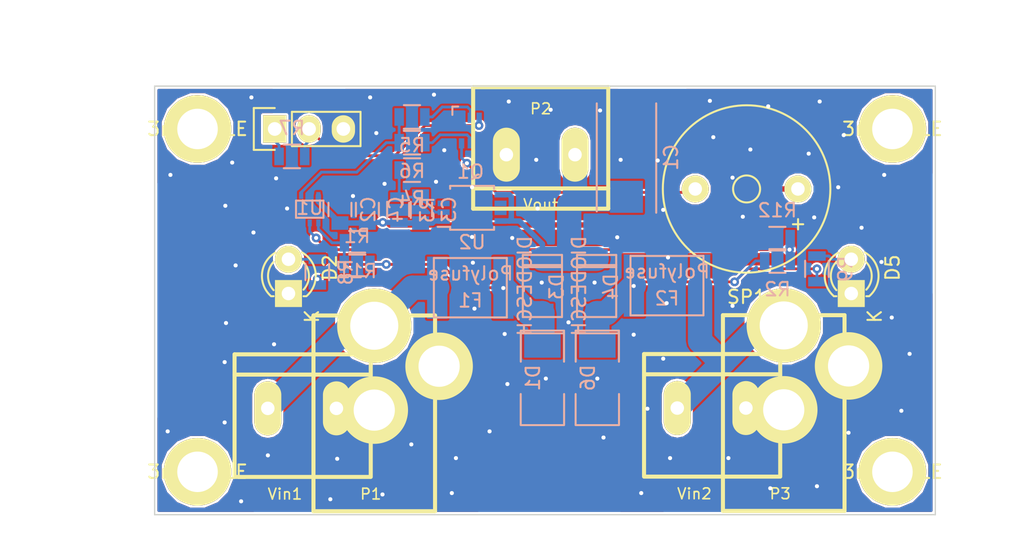
<source format=kicad_pcb>
(kicad_pcb (version 4) (host pcbnew 4.0.2-4+6225~38~ubuntu15.10.1-stable)

  (general
    (links 65)
    (no_connects 0)
    (area 131.700002 122.880001 211.835 165.895)
    (thickness 1.6)
    (drawings 14)
    (tracks 457)
    (zones 0)
    (modules 37)
    (nets 19)
  )

  (page A3)
  (title_block
    (rev 2)
    (company "Radio Helsinki: RedunDC")
  )

  (layers
    (0 F.Cu signal)
    (31 B.Cu signal)
    (32 B.Adhes user)
    (33 F.Adhes user)
    (34 B.Paste user)
    (35 F.Paste user)
    (36 B.SilkS user)
    (37 F.SilkS user)
    (38 B.Mask user)
    (39 F.Mask user)
    (40 Dwgs.User user)
    (41 Cmts.User user)
    (42 Eco1.User user)
    (43 Eco2.User user)
    (44 Edge.Cuts user)
  )

  (setup
    (last_trace_width 0.2032)
    (user_trace_width 0.2032)
    (user_trace_width 0.3988)
    (user_trace_width 0.701)
    (user_trace_width 1.0008)
    (user_trace_width 1.8009)
    (trace_clearance 0.1524)
    (zone_clearance 0.1524)
    (zone_45_only no)
    (trace_min 0.1524)
    (segment_width 0.2)
    (edge_width 0.1)
    (via_size 0.6502)
    (via_drill 0.3023)
    (via_min_size 0.5004)
    (via_min_drill 0.3023)
    (user_via 0.6502 0.3023)
    (user_via 0.7493 0.3988)
    (user_via 0.95 0.3988)
    (user_via 1.1989 0.4496)
    (user_via 1.999 0.5004)
    (uvia_size 0.508)
    (uvia_drill 0.127)
    (uvias_allowed no)
    (uvia_min_size 0.508)
    (uvia_min_drill 0.127)
    (pcb_text_width 0.3)
    (pcb_text_size 1.5 1.5)
    (mod_edge_width 0.3)
    (mod_text_size 1 1)
    (mod_text_width 0.15)
    (pad_size 2 4)
    (pad_drill 1)
    (pad_to_mask_clearance 0)
    (aux_axis_origin 0 0)
    (visible_elements 7FFFFFFF)
    (pcbplotparams
      (layerselection 0x00030_80000001)
      (usegerberextensions true)
      (excludeedgelayer true)
      (linewidth 0.150000)
      (plotframeref false)
      (viasonmask false)
      (mode 1)
      (useauxorigin false)
      (hpglpennumber 1)
      (hpglpenspeed 20)
      (hpglpendiameter 15)
      (hpglpenoverlay 2)
      (psnegative false)
      (psa4output false)
      (plotreference true)
      (plotvalue true)
      (plotinvisibletext false)
      (padsonsilk false)
      (subtractmaskfromsilk false)
      (outputformat 1)
      (mirror false)
      (drillshape 1)
      (scaleselection 1)
      (outputdirectory ""))
  )

  (net 0 "")
  (net 1 /Vout)
  (net 2 GND)
  (net 3 VCC)
  (net 4 "Net-(C3-Pad2)")
  (net 5 "Net-(D1-Pad1)")
  (net 6 "Net-(F1-Pad1)")
  (net 7 "Net-(F2-Pad2)")
  (net 8 "Net-(K1-Pad1)")
  (net 9 "Net-(K1-Pad2)")
  (net 10 "Net-(Q1-Pad6)")
  (net 11 "Net-(Q1-Pad2)")
  (net 12 "Net-(Q1-Pad5)")
  (net 13 "Net-(R1-Pad2)")
  (net 14 "Net-(R12-Pad1)")
  (net 15 "Net-(R5-Pad1)")
  (net 16 "Net-(D2-Pad2)")
  (net 17 "Net-(D4-Pad2)")
  (net 18 "Net-(D5-Pad2)")

  (net_class Default "Dies ist die voreingestellte Netzklasse."
    (clearance 0.1524)
    (trace_width 0.2032)
    (via_dia 0.6502)
    (via_drill 0.3023)
    (uvia_dia 0.508)
    (uvia_drill 0.127)
    (add_net /Vout)
    (add_net GND)
    (add_net "Net-(C3-Pad2)")
    (add_net "Net-(D1-Pad1)")
    (add_net "Net-(D2-Pad2)")
    (add_net "Net-(D4-Pad2)")
    (add_net "Net-(D5-Pad2)")
    (add_net "Net-(F1-Pad1)")
    (add_net "Net-(F2-Pad2)")
    (add_net "Net-(K1-Pad1)")
    (add_net "Net-(K1-Pad2)")
    (add_net "Net-(Q1-Pad2)")
    (add_net "Net-(Q1-Pad5)")
    (add_net "Net-(Q1-Pad6)")
    (add_net "Net-(R1-Pad2)")
    (add_net "Net-(R12-Pad1)")
    (add_net "Net-(R5-Pad1)")
    (add_net VCC)
  )

  (module Resistors_SMD:R_0805 (layer B.Cu) (tedit 5415CDEB) (tstamp 56C500A8)
    (at 189.6008 140.208 180)
    (descr "Resistor SMD 0805, reflow soldering, Vishay (see dcrcw.pdf)")
    (tags "resistor 0805")
    (path /56C4BAF5)
    (attr smd)
    (fp_text reference R12 (at 0 2.1 180) (layer B.SilkS)
      (effects (font (size 1 1) (thickness 0.15)) (justify mirror))
    )
    (fp_text value Rb (at 0 -2.1 180) (layer B.Fab)
      (effects (font (size 1 1) (thickness 0.15)) (justify mirror))
    )
    (fp_line (start -1.6 1) (end 1.6 1) (layer B.CrtYd) (width 0.05))
    (fp_line (start -1.6 -1) (end 1.6 -1) (layer B.CrtYd) (width 0.05))
    (fp_line (start -1.6 1) (end -1.6 -1) (layer B.CrtYd) (width 0.05))
    (fp_line (start 1.6 1) (end 1.6 -1) (layer B.CrtYd) (width 0.05))
    (fp_line (start 0.6 -0.875) (end -0.6 -0.875) (layer B.SilkS) (width 0.15))
    (fp_line (start -0.6 0.875) (end 0.6 0.875) (layer B.SilkS) (width 0.15))
    (pad 1 smd rect (at -0.95 0 180) (size 0.7 1.3) (layers B.Cu B.Paste B.Mask)
      (net 14 "Net-(R12-Pad1)"))
    (pad 2 smd rect (at 0.95 0 180) (size 0.7 1.3) (layers B.Cu B.Paste B.Mask)
      (net 2 GND))
    (model Resistors_SMD.3dshapes/R_0805.wrl
      (at (xyz 0 0 0))
      (scale (xyz 1 1 1))
      (rotate (xyz 0 0 0))
    )
  )

  (module Resistors_SMD:R_0805 (layer B.Cu) (tedit 5415CDEB) (tstamp 56C50073)
    (at 189.611 141.859)
    (descr "Resistor SMD 0805, reflow soldering, Vishay (see dcrcw.pdf)")
    (tags "resistor 0805")
    (path /551ADFF8)
    (attr smd)
    (fp_text reference R2 (at 0 2.1) (layer B.SilkS)
      (effects (font (size 1 1) (thickness 0.15)) (justify mirror))
    )
    (fp_text value Ra (at 0 -2.1) (layer B.Fab)
      (effects (font (size 1 1) (thickness 0.15)) (justify mirror))
    )
    (fp_line (start -1.6 1) (end 1.6 1) (layer B.CrtYd) (width 0.05))
    (fp_line (start -1.6 -1) (end 1.6 -1) (layer B.CrtYd) (width 0.05))
    (fp_line (start -1.6 1) (end -1.6 -1) (layer B.CrtYd) (width 0.05))
    (fp_line (start 1.6 1) (end 1.6 -1) (layer B.CrtYd) (width 0.05))
    (fp_line (start 0.6 -0.875) (end -0.6 -0.875) (layer B.SilkS) (width 0.15))
    (fp_line (start -0.6 0.875) (end 0.6 0.875) (layer B.SilkS) (width 0.15))
    (pad 1 smd rect (at -0.95 0) (size 0.7 1.3) (layers B.Cu B.Paste B.Mask)
      (net 17 "Net-(D4-Pad2)"))
    (pad 2 smd rect (at 0.95 0) (size 0.7 1.3) (layers B.Cu B.Paste B.Mask)
      (net 14 "Net-(R12-Pad1)"))
    (model Resistors_SMD.3dshapes/R_0805.wrl
      (at (xyz 0 0 0))
      (scale (xyz 1 1 1))
      (rotate (xyz 0 0 0))
    )
  )

  (module RedunDC:Screwblock (layer F.Cu) (tedit 55806C3A) (tstamp 56C50061)
    (at 172.085 133.985 180)
    (path /551AE0C7)
    (attr virtual)
    (fp_text reference P2 (at 0 3.4 180) (layer F.SilkS)
      (effects (font (size 0.8 0.8) (thickness 0.12)))
    )
    (fp_text value Vout (at 0 -3.7 180) (layer F.SilkS)
      (effects (font (size 0.8 0.8) (thickness 0.12)))
    )
    (fp_line (start -5 -2.5) (end 5 -2.5) (layer F.SilkS) (width 0.3))
    (fp_line (start 5 5) (end -5 5) (layer F.SilkS) (width 0.3))
    (fp_line (start -5 5) (end -5 -4) (layer F.SilkS) (width 0.3))
    (fp_line (start -5 -4) (end 5 -4) (layer F.SilkS) (width 0.3))
    (fp_line (start 5 -4) (end 5 5) (layer F.SilkS) (width 0.3))
    (pad 1 thru_hole oval (at -2.54 0 180) (size 2 4) (drill 1) (layers *.Cu *.Mask F.SilkS)
      (net 1 /Vout))
    (pad 2 thru_hole oval (at 2.54 0 180) (size 2 4) (drill 1) (layers *.Cu *.Mask F.SilkS)
      (net 2 GND))
  )

  (module TO_SOT_Packages_SMD:SC-70-6 (layer B.Cu) (tedit 54E926FA) (tstamp 56C50973)
    (at 166.878 132.19684)
    (descr SC-70-6,)
    (tags SC-70-6,)
    (path /551C399F)
    (attr smd)
    (fp_text reference Q1 (at 0.01016 3.05054) (layer B.SilkS)
      (effects (font (size 1 1) (thickness 0.15)) (justify mirror))
    )
    (fp_text value PMGD370XN (at 0.04064 -4.191) (layer B.Fab)
      (effects (font (size 1 1) (thickness 0.15)) (justify mirror))
    )
    (fp_line (start -1.33096 -1.16078) (end -1.33096 -1.77038) (layer B.SilkS) (width 0.15))
    (fp_line (start -1.33096 -1.77038) (end -0.89916 -1.78054) (layer B.SilkS) (width 0.15))
    (pad 1 smd rect (at -0.65024 -0.94996) (size 0.39878 0.7493) (layers B.Cu B.Paste B.Mask)
      (net 2 GND))
    (pad 2 smd rect (at 0 -0.94996) (size 0.39878 0.7493) (layers B.Cu B.Paste B.Mask)
      (net 11 "Net-(Q1-Pad2)"))
    (pad 3 smd rect (at 0.65024 -0.94996) (size 0.39878 0.7493) (layers B.Cu B.Paste B.Mask)
      (net 9 "Net-(K1-Pad2)"))
    (pad 4 smd rect (at 0.65024 0.94996) (size 0.39878 0.7493) (layers B.Cu B.Paste B.Mask)
      (net 2 GND))
    (pad 5 smd rect (at 0 0.94996) (size 0.39878 0.7493) (layers B.Cu B.Paste B.Mask)
      (net 12 "Net-(Q1-Pad5)"))
    (pad 6 smd rect (at -0.65024 0.94996) (size 0.39878 0.7493) (layers B.Cu B.Paste B.Mask)
      (net 10 "Net-(Q1-Pad6)"))
    (model TO_SOT_Packages_SMD.3dshapes/SC-70-6.wrl
      (at (xyz 0 0 0))
      (scale (xyz 1 1 1))
      (rotate (xyz 0 0 0))
    )
  )

  (module 3mmHOLE (layer F.Cu) (tedit 551B1F8C) (tstamp 551BDB62)
    (at 198.12 132.08)
    (fp_text reference 3mmHOLE (at 0 0) (layer F.SilkS)
      (effects (font (size 1 1) (thickness 0.15)))
    )
    (fp_text value VAL** (at 0 0) (layer F.SilkS)
      (effects (font (size 1 1) (thickness 0.15)))
    )
    (pad 1 thru_hole circle (at 0 0) (size 5 5) (drill 3) (layers *.Cu *.Mask F.SilkS))
  )

  (module 3mmHOLE (layer F.Cu) (tedit 551B1F8C) (tstamp 551BDB6E)
    (at 146.685 132.08)
    (fp_text reference 3mmHOLE (at 0 0) (layer F.SilkS)
      (effects (font (size 1 1) (thickness 0.15)))
    )
    (fp_text value VAL** (at 0 0) (layer F.SilkS)
      (effects (font (size 1 1) (thickness 0.15)))
    )
    (pad 1 thru_hole circle (at 0 0) (size 5 5) (drill 3) (layers *.Cu *.Mask F.SilkS))
  )

  (module 3mmHOLE (layer F.Cu) (tedit 551B1F8C) (tstamp 551BDB77)
    (at 146.685 157.48)
    (fp_text reference 3mmHOLE (at 0 0) (layer F.SilkS)
      (effects (font (size 1 1) (thickness 0.15)))
    )
    (fp_text value VAL** (at 0 0) (layer F.SilkS)
      (effects (font (size 1 1) (thickness 0.15)))
    )
    (pad 1 thru_hole circle (at 0 0) (size 5 5) (drill 3) (layers *.Cu *.Mask F.SilkS))
  )

  (module 3mmHOLE (layer F.Cu) (tedit 551B1F8C) (tstamp 551BDB80)
    (at 198.12 157.48)
    (fp_text reference 3mmHOLE (at 0 0) (layer F.SilkS)
      (effects (font (size 1 1) (thickness 0.15)))
    )
    (fp_text value VAL** (at 0 0) (layer F.SilkS)
      (effects (font (size 1 1) (thickness 0.15)))
    )
    (pad 1 thru_hole circle (at 0 0) (size 5 5) (drill 3) (layers *.Cu *.Mask F.SilkS))
  )

  (module rhlogo_copper-front_10mm (layer F.Cu) (tedit 0) (tstamp 551BFA87)
    (at 172.72 158.75)
    (fp_text reference G*** (at 0 1.69418) (layer F.SilkS) hide
      (effects (font (size 0.22098 0.22098) (thickness 0.04318)))
    )
    (fp_text value rhlogo_copper-front_10mm (at 0 -1.69418) (layer F.SilkS) hide
      (effects (font (size 0.22098 0.22098) (thickness 0.04318)))
    )
    (fp_poly (pts (xy 4.99872 1.58242) (xy 4.8387 1.58242) (xy 4.8387 1.4224) (xy 4.8387 -1.41224)
      (xy -2.2479 -1.41224) (xy -2.2479 1.4224) (xy 4.8387 1.4224) (xy 4.8387 1.58242)
      (xy -2.40538 1.58242) (xy -2.40538 1.4224) (xy -2.40538 -1.41224) (xy -4.826 -1.41224)
      (xy -4.826 1.4224) (xy -2.40538 1.4224) (xy -2.40538 1.58242) (xy -4.99872 1.58242)
      (xy -4.99872 -1.58242) (xy 4.99872 -1.58242) (xy 4.99872 1.58242) (xy 4.99872 1.58242)) (layer F.Cu) (width 0.00254))
    (fp_poly (pts (xy -2.52222 1.1176) (xy -2.52476 1.14808) (xy -2.54254 1.18364) (xy -2.57048 1.20904)
      (xy -2.5781 1.21412) (xy -2.62128 1.22936) (xy -2.67462 1.23444) (xy -2.72288 1.22936)
      (xy -2.7432 1.22174) (xy -2.77368 1.2065) (xy -2.81178 1.1811) (xy -2.85496 1.15062)
      (xy -2.8575 1.14808) (xy -2.91338 1.11252) (xy -2.98704 1.06426) (xy -3.0861 1.00838)
      (xy -3.20548 0.94234) (xy -3.34518 0.86614) (xy -3.44678 0.81026) (xy -3.63474 0.71374)
      (xy -3.77952 0.77978) (xy -3.89128 0.83312) (xy -4.0005 0.88646) (xy -4.1021 0.9398)
      (xy -4.19608 0.98806) (xy -4.27482 1.03124) (xy -4.33832 1.06934) (xy -4.3815 1.09982)
      (xy -4.38912 1.10236) (xy -4.44754 1.15062) (xy -4.49072 1.1811) (xy -4.5212 1.20396)
      (xy -4.54406 1.21666) (xy -4.56184 1.22428) (xy -4.57962 1.22682) (xy -4.59486 1.22682)
      (xy -4.64312 1.21666) (xy -4.6736 1.1938) (xy -4.68884 1.1557) (xy -4.68376 1.10998)
      (xy -4.65836 1.05918) (xy -4.65328 1.0541) (xy -4.63042 1.02616) (xy -4.59486 1.0033)
      (xy -4.54406 0.9779) (xy -4.47802 0.9525) (xy -4.43484 0.9398) (xy -4.39928 0.9271)
      (xy -4.34848 0.90678) (xy -4.28752 0.88138) (xy -4.21894 0.8509) (xy -4.14528 0.82042)
      (xy -4.07162 0.7874) (xy -3.99796 0.75438) (xy -3.93192 0.72136) (xy -3.87604 0.69596)
      (xy -3.83286 0.6731) (xy -3.80238 0.65786) (xy -3.79476 0.65024) (xy -3.80492 0.64262)
      (xy -3.8354 0.62738) (xy -3.88112 0.60198) (xy -3.93954 0.5715) (xy -4.01066 0.53594)
      (xy -4.07416 0.50546) (xy -4.17576 0.45466) (xy -4.25958 0.41656) (xy -4.32816 0.38608)
      (xy -4.38912 0.36322) (xy -4.43992 0.34544) (xy -4.47548 0.33528) (xy -4.53898 0.3175)
      (xy -4.5847 0.30226) (xy -4.61518 0.28448) (xy -4.63804 0.2667) (xy -4.67106 0.22352)
      (xy -4.67868 0.18542) (xy -4.6609 0.14986) (xy -4.64058 0.12954) (xy -4.60248 0.10414)
      (xy -4.5593 0.09398) (xy -4.5085 0.1016) (xy -4.45008 0.12192) (xy -4.3815 0.16002)
      (xy -4.29768 0.2159) (xy -4.27482 0.23368) (xy -4.20878 0.2794) (xy -4.15036 0.3175)
      (xy -4.09194 0.35306) (xy -4.03098 0.38862) (xy -3.95986 0.42418) (xy -3.8735 0.46482)
      (xy -3.7973 0.50038) (xy -3.73126 0.53086) (xy -3.683 0.55118) (xy -3.64744 0.56388)
      (xy -3.62458 0.56896) (xy -3.60426 0.56896) (xy -3.5941 0.56642) (xy -3.5687 0.55626)
      (xy -3.52298 0.53848) (xy -3.4671 0.51308) (xy -3.39852 0.4826) (xy -3.3274 0.44958)
      (xy -3.25628 0.41656) (xy -3.1877 0.38354) (xy -3.12928 0.3556) (xy -3.08356 0.3302)
      (xy -3.06578 0.32004) (xy -3.01752 0.2921) (xy -2.97434 0.26162) (xy -2.9464 0.23876)
      (xy -2.8702 0.17526) (xy -2.79654 0.12954) (xy -2.7305 0.09906) (xy -2.68224 0.08636)
      (xy -2.64414 0.08382) (xy -2.62128 0.0889) (xy -2.60096 0.10414) (xy -2.58572 0.12446)
      (xy -2.55778 0.17272) (xy -2.55524 0.21844) (xy -2.57556 0.25654) (xy -2.62128 0.28956)
      (xy -2.68732 0.32004) (xy -2.75082 0.33782) (xy -2.80924 0.35306) (xy -2.87274 0.37084)
      (xy -2.91846 0.38608) (xy -2.95402 0.40132) (xy -3.00482 0.42418) (xy -3.06832 0.45212)
      (xy -3.13944 0.4826) (xy -3.2131 0.51816) (xy -3.28676 0.55118) (xy -3.35026 0.58166)
      (xy -3.40614 0.6096) (xy -3.44424 0.62738) (xy -3.4798 0.64516) (xy -3.20294 0.78994)
      (xy -3.1115 0.83566) (xy -3.03784 0.87376) (xy -2.97688 0.9017) (xy -2.92354 0.92456)
      (xy -2.87528 0.94234) (xy -2.82956 0.95758) (xy -2.77876 0.97028) (xy -2.6797 1.00076)
      (xy -2.6035 1.03632) (xy -2.5527 1.07188) (xy -2.52476 1.11252) (xy -2.52222 1.1176)
      (xy -2.52222 1.1176)) (layer F.Cu) (width 0.00254))
    (fp_poly (pts (xy -3.00736 -0.74168) (xy -3.01244 -0.63246) (xy -3.03276 -0.5207) (xy -3.06832 -0.4064)
      (xy -3.11404 -0.29464) (xy -3.12674 -0.27432) (xy -3.13182 -0.25908) (xy -3.13182 -0.63754)
      (xy -3.13436 -0.70612) (xy -3.14198 -0.78232) (xy -3.15214 -0.84328) (xy -3.16992 -0.889)
      (xy -3.19532 -0.93218) (xy -3.23342 -0.97282) (xy -3.2385 -0.9779) (xy -3.30708 -1.03632)
      (xy -3.3782 -1.07696) (xy -3.45948 -1.09728) (xy -3.55346 -1.10236) (xy -3.66014 -1.08966)
      (xy -3.68554 -1.08712) (xy -3.7592 -1.07188) (xy -3.81254 -1.05918) (xy -3.85064 -1.0414)
      (xy -3.88366 -1.02108) (xy -3.9116 -0.99314) (xy -3.91414 -0.99314) (xy -3.95986 -0.92964)
      (xy -3.99796 -0.84836) (xy -4.02844 -0.74422) (xy -4.04368 -0.66548) (xy -4.07162 -0.52324)
      (xy -4.04114 -0.50292) (xy -3.99034 -0.46482) (xy -3.9624 -0.4318) (xy -3.95732 -0.39624)
      (xy -3.95732 -0.3937) (xy -3.95478 -0.3556) (xy -3.94462 -0.34036) (xy -3.93446 -0.32258)
      (xy -3.93192 -0.3048) (xy -3.937 -0.27178) (xy -3.94208 -0.254) (xy -3.9497 -0.21844)
      (xy -3.95224 -0.19558) (xy -3.94462 -0.18288) (xy -3.93192 -0.17272) (xy -3.90398 -0.1524)
      (xy -3.92938 -0.11938) (xy -3.94462 -0.09652) (xy -3.9497 -0.0762) (xy -3.93954 -0.04826)
      (xy -3.937 -0.04318) (xy -3.91414 -0.00254) (xy -3.88366 0.02794) (xy -3.88112 0.03048)
      (xy -3.85064 0.06604) (xy -3.84302 0.09652) (xy -3.8354 0.1524) (xy -3.81254 0.21082)
      (xy -3.77952 0.25908) (xy -3.76936 0.27178) (xy -3.74142 0.2921) (xy -3.71602 0.30226)
      (xy -3.67538 0.3048) (xy -3.66522 0.3048) (xy -3.61442 0.30226) (xy -3.556 0.29718)
      (xy -3.51282 0.2921) (xy -3.429 0.27686) (xy -3.4036 0.22098) (xy -3.38836 0.18288)
      (xy -3.37058 0.12954) (xy -3.35534 0.07112) (xy -3.3528 0.06096) (xy -3.31978 -0.05842)
      (xy -3.28676 -0.16256) (xy -3.2512 -0.25654) (xy -3.2131 -0.3429) (xy -3.175 -0.42672)
      (xy -3.1496 -0.50038) (xy -3.1369 -0.56642) (xy -3.13182 -0.63754) (xy -3.13182 -0.25908)
      (xy -3.15722 -0.20828) (xy -3.19024 -0.12446) (xy -3.22072 -0.03048) (xy -3.24866 0.06604)
      (xy -3.27406 0.1651) (xy -3.27914 0.1905) (xy -3.2893 0.23368) (xy -3.30454 0.2667)
      (xy -3.32994 0.29718) (xy -3.35788 0.32512) (xy -3.40614 0.36576) (xy -3.45186 0.3937)
      (xy -3.46964 0.40132) (xy -3.53568 0.41148) (xy -3.61188 0.41402) (xy -3.68808 0.4064)
      (xy -3.72618 0.39624) (xy -3.76936 0.38354) (xy -3.80746 0.37084) (xy -3.82016 0.36576)
      (xy -3.85064 0.3429) (xy -3.88112 0.30226) (xy -3.90906 0.24892) (xy -3.92938 0.1905)
      (xy -3.92938 0.18542) (xy -3.94208 0.1397) (xy -3.95986 0.10922) (xy -3.9878 0.08382)
      (xy -4.00812 0.06858) (xy -4.02336 0.04826) (xy -4.0386 0.01016) (xy -4.05384 -0.03302)
      (xy -4.06654 -0.08382) (xy -4.0767 -0.12954) (xy -4.0767 -0.15494) (xy -4.08178 -0.1905)
      (xy -4.09448 -0.23114) (xy -4.1021 -0.25146) (xy -4.11734 -0.28956) (xy -4.12496 -0.32258)
      (xy -4.12496 -0.33528) (xy -4.12496 -0.38608) (xy -4.13766 -0.42418) (xy -4.15798 -0.45212)
      (xy -4.17576 -0.47752) (xy -4.18592 -0.49784) (xy -4.18338 -0.52324) (xy -4.1783 -0.56134)
      (xy -4.16814 -0.61722) (xy -4.16052 -0.67818) (xy -4.15798 -0.70358) (xy -4.15036 -0.75184)
      (xy -4.1402 -0.81026) (xy -4.1275 -0.87122) (xy -4.12496 -0.88138) (xy -4.10972 -0.93472)
      (xy -4.09702 -0.97282) (xy -4.07924 -1.0033) (xy -4.0513 -1.03378) (xy -4.02844 -1.05664)
      (xy -3.9624 -1.11506) (xy -3.89636 -1.15824) (xy -3.8227 -1.18618) (xy -3.73888 -1.2065)
      (xy -3.63728 -1.21412) (xy -3.57378 -1.21412) (xy -3.46964 -1.21158) (xy -3.38836 -1.20396)
      (xy -3.31978 -1.18618) (xy -3.2639 -1.16332) (xy -3.26136 -1.16078) (xy -3.22326 -1.13284)
      (xy -3.17754 -1.0922) (xy -3.13182 -1.04648) (xy -3.08864 -0.99822) (xy -3.05562 -0.95504)
      (xy -3.03784 -0.9271) (xy -3.01498 -0.84074) (xy -3.00736 -0.74168) (xy -3.00736 -0.74168)) (layer F.Cu) (width 0.00254))
    (fp_poly (pts (xy 2.83464 0.18034) (xy 2.82956 0.20574) (xy 2.8067 0.22606) (xy 2.80162 0.2286)
      (xy 2.76352 0.25146) (xy 2.76352 0.67056) (xy 2.76352 0.78486) (xy 2.76352 0.87376)
      (xy 2.76098 0.94742) (xy 2.76098 1.0033) (xy 2.75844 1.04394) (xy 2.7559 1.07696)
      (xy 2.75336 1.09982) (xy 2.74828 1.1176) (xy 2.74066 1.13538) (xy 2.73558 1.14554)
      (xy 2.71018 1.18618) (xy 2.68478 1.20142) (xy 2.6543 1.1938) (xy 2.62382 1.1684)
      (xy 2.60096 1.13538) (xy 2.57302 1.08712) (xy 2.54508 1.016) (xy 2.51206 0.9271)
      (xy 2.47396 0.8128) (xy 2.46126 0.7747) (xy 2.44348 0.71882) (xy 2.42062 0.65532)
      (xy 2.39522 0.58674) (xy 2.36982 0.51816) (xy 2.34442 0.45466) (xy 2.3241 0.40132)
      (xy 2.30632 0.36068) (xy 2.29362 0.33782) (xy 2.29108 0.33528) (xy 2.29108 0.34544)
      (xy 2.29108 0.37846) (xy 2.29108 0.42926) (xy 2.29108 0.4953) (xy 2.29362 0.57404)
      (xy 2.29362 0.66294) (xy 2.29362 0.68326) (xy 2.29616 0.79756) (xy 2.29616 0.889)
      (xy 2.30124 0.96012) (xy 2.30378 1.01346) (xy 2.30886 1.05156) (xy 2.31648 1.0795)
      (xy 2.32664 1.09474) (xy 2.3368 1.10236) (xy 2.35204 1.1049) (xy 2.35204 1.1049)
      (xy 2.37744 1.11252) (xy 2.4003 1.13284) (xy 2.413 1.15824) (xy 2.413 1.17856)
      (xy 2.39776 1.18364) (xy 2.3622 1.18618) (xy 2.31648 1.18872) (xy 2.2606 1.19126)
      (xy 2.20472 1.18872) (xy 2.15392 1.18872) (xy 2.11074 1.18364) (xy 2.0828 1.17856)
      (xy 2.07772 1.17602) (xy 2.06248 1.14554) (xy 2.0701 1.11506) (xy 2.10058 1.08204)
      (xy 2.11074 1.07442) (xy 2.16154 1.03886) (xy 2.159 0.71882) (xy 2.15646 0.60198)
      (xy 2.15646 0.50546) (xy 2.15138 0.42926) (xy 2.1463 0.37084) (xy 2.14122 0.32766)
      (xy 2.13106 0.29464) (xy 2.11836 0.27432) (xy 2.10312 0.26162) (xy 2.10058 0.26162)
      (xy 2.06756 0.23622) (xy 2.05232 0.20066) (xy 2.04978 0.18034) (xy 2.04978 0.14732)
      (xy 2.17932 0.1397) (xy 2.23774 0.13462) (xy 2.27838 0.13462) (xy 2.30378 0.13716)
      (xy 2.3241 0.14478) (xy 2.34442 0.15494) (xy 2.35204 0.16002) (xy 2.3749 0.1778)
      (xy 2.39268 0.20066) (xy 2.41046 0.23876) (xy 2.43332 0.28956) (xy 2.44348 0.31242)
      (xy 2.46888 0.37846) (xy 2.49428 0.45212) (xy 2.5146 0.5207) (xy 2.52222 0.5461)
      (xy 2.55016 0.63246) (xy 2.57302 0.69596) (xy 2.5908 0.7366) (xy 2.6035 0.75692)
      (xy 2.60858 0.75946) (xy 2.61366 0.74422) (xy 2.61874 0.7112) (xy 2.61874 0.66294)
      (xy 2.62128 0.60452) (xy 2.62128 0.53848) (xy 2.62128 0.47244) (xy 2.61874 0.41148)
      (xy 2.61366 0.3556) (xy 2.61112 0.3302) (xy 2.60604 0.28702) (xy 2.59842 0.26162)
      (xy 2.58826 0.24638) (xy 2.56794 0.23876) (xy 2.56286 0.23876) (xy 2.52984 0.22098)
      (xy 2.51968 0.19558) (xy 2.53492 0.1651) (xy 2.54762 0.1524) (xy 2.5654 0.13462)
      (xy 2.58826 0.127) (xy 2.62128 0.12192) (xy 2.66192 0.12192) (xy 2.73812 0.127)
      (xy 2.79146 0.1397) (xy 2.82448 0.16002) (xy 2.83464 0.18034) (xy 2.83464 0.18034)) (layer F.Cu) (width 0.00254))
    (fp_poly (pts (xy -1.14046 1.143) (xy -1.15316 1.16586) (xy -1.1811 1.1811) (xy -1.22428 1.18872)
      (xy -1.2446 1.18872) (xy -1.27762 1.18618) (xy -1.32334 1.18364) (xy -1.3589 1.1811)
      (xy -1.4097 1.17602) (xy -1.44018 1.16332) (xy -1.4478 1.14554) (xy -1.43764 1.12014)
      (xy -1.41986 1.10236) (xy -1.38684 1.08712) (xy -1.3843 1.08458) (xy -1.34366 1.07188)
      (xy -1.34366 0.9017) (xy -1.34366 0.83312) (xy -1.3462 0.78232) (xy -1.34874 0.75184)
      (xy -1.35382 0.73152) (xy -1.36144 0.7239) (xy -1.38176 0.71882) (xy -1.41986 0.71374)
      (xy -1.47066 0.7112) (xy -1.52908 0.7112) (xy -1.67894 0.7112) (xy -1.6764 0.89916)
      (xy -1.6764 1.08712) (xy -1.63576 1.08966) (xy -1.6002 1.10236) (xy -1.57734 1.12522)
      (xy -1.5748 1.1557) (xy -1.57734 1.16078) (xy -1.58496 1.1684) (xy -1.60528 1.17348)
      (xy -1.64084 1.17602) (xy -1.69672 1.17856) (xy -1.72212 1.17856) (xy -1.78054 1.17856)
      (xy -1.83134 1.17602) (xy -1.8669 1.17348) (xy -1.88468 1.17094) (xy -1.89738 1.15316)
      (xy -1.90246 1.12776) (xy -1.89484 1.10236) (xy -1.87198 1.08712) (xy -1.8288 1.0795)
      (xy -1.81864 1.0795) (xy -1.80086 1.07696) (xy -1.79324 1.06934) (xy -1.79324 1.04648)
      (xy -1.79578 1.016) (xy -1.79832 0.98552) (xy -1.80086 0.93726) (xy -1.80086 0.87122)
      (xy -1.8034 0.78994) (xy -1.8034 0.70104) (xy -1.8034 0.60452) (xy -1.8034 0.58674)
      (xy -1.8034 0.22098) (xy -1.85166 0.21844) (xy -1.88468 0.21082) (xy -1.89992 0.19558)
      (xy -1.89992 0.1905) (xy -1.90246 0.16764) (xy -1.88976 0.14986) (xy -1.86436 0.1397)
      (xy -1.81864 0.13462) (xy -1.75514 0.13462) (xy -1.75006 0.13462) (xy -1.62306 0.13462)
      (xy -1.60782 0.17272) (xy -1.59766 0.20066) (xy -1.60274 0.2159) (xy -1.60528 0.2159)
      (xy -1.6256 0.2286) (xy -1.64338 0.2413) (xy -1.65354 0.254) (xy -1.66116 0.26924)
      (xy -1.66624 0.29718) (xy -1.66878 0.33782) (xy -1.67132 0.39624) (xy -1.67132 0.42164)
      (xy -1.6764 0.58166) (xy -1.51384 0.5842) (xy -1.4478 0.58674) (xy -1.40208 0.58674)
      (xy -1.36906 0.58166) (xy -1.35128 0.56642) (xy -1.34112 0.53848) (xy -1.33858 0.4953)
      (xy -1.33858 0.43434) (xy -1.33858 0.39116) (xy -1.33858 0.24638) (xy -1.37414 0.23114)
      (xy -1.4097 0.21082) (xy -1.43002 0.18288) (xy -1.43256 0.15494) (xy -1.43256 0.1524)
      (xy -1.41732 0.14478) (xy -1.3843 0.13716) (xy -1.34112 0.13208) (xy -1.29032 0.12954)
      (xy -1.24206 0.127) (xy -1.20142 0.12954) (xy -1.17602 0.13208) (xy -1.1684 0.13462)
      (xy -1.15316 0.16256) (xy -1.15824 0.1905) (xy -1.17856 0.2159) (xy -1.18364 0.21844)
      (xy -1.21412 0.23114) (xy -1.21412 0.6604) (xy -1.21412 0.7747) (xy -1.21412 0.86868)
      (xy -1.21412 0.9398) (xy -1.21412 0.99568) (xy -1.21158 1.03378) (xy -1.20904 1.06172)
      (xy -1.2065 1.0795) (xy -1.20142 1.08712) (xy -1.19634 1.0922) (xy -1.1938 1.0922)
      (xy -1.16078 1.10236) (xy -1.143 1.1303) (xy -1.14046 1.143) (xy -1.14046 1.143)) (layer F.Cu) (width 0.00254))
    (fp_poly (pts (xy 0.53594 0.84582) (xy 0.5334 0.89154) (xy 0.52832 0.94742) (xy 0.52324 1.00838)
      (xy 0.51562 1.0668) (xy 0.508 1.1176) (xy 0.50292 1.1557) (xy 0.49784 1.17856)
      (xy 0.4953 1.17856) (xy 0.4826 1.1811) (xy 0.44704 1.18364) (xy 0.39624 1.18618)
      (xy 0.33274 1.18618) (xy 0.26162 1.18872) (xy 0.18288 1.18872) (xy 0.10414 1.18618)
      (xy 0.02794 1.18618) (xy -0.0381 1.18364) (xy -0.09398 1.1811) (xy -0.09906 1.1811)
      (xy -0.1524 1.17348) (xy -0.18288 1.15824) (xy -0.18796 1.13284) (xy -0.17526 1.10744)
      (xy -0.15494 1.08712) (xy -0.12446 1.0795) (xy -0.1016 1.0795) (xy -0.05842 1.07442)
      (xy -0.02794 1.05918) (xy -0.01524 1.04902) (xy -0.00508 1.03886) (xy 0 1.02616)
      (xy 0.00508 1.01092) (xy 0.00762 0.98806) (xy 0.01016 0.94996) (xy 0.01016 0.89916)
      (xy 0.01016 0.83058) (xy 0.01016 0.78232) (xy 0.01016 0.69596) (xy 0.01016 0.60706)
      (xy 0.00762 0.52578) (xy 0.00508 0.45466) (xy 0.00254 0.41148) (xy 0 0.35306)
      (xy -0.00254 0.31496) (xy -0.00762 0.28956) (xy -0.01524 0.27686) (xy -0.02794 0.2667)
      (xy -0.0381 0.26162) (xy -0.07112 0.25146) (xy -0.1016 0.25146) (xy -0.13208 0.25146)
      (xy -0.16764 0.2413) (xy -0.19812 0.22606) (xy -0.21844 0.20828) (xy -0.22098 0.20066)
      (xy -0.21336 0.17526) (xy -0.20574 0.15748) (xy -0.20066 0.14986) (xy -0.1905 0.14224)
      (xy -0.17272 0.1397) (xy -0.14478 0.13462) (xy -0.1016 0.13462) (xy -0.04064 0.13462)
      (xy 0.02794 0.13462) (xy 0.12192 0.13462) (xy 0.19558 0.13462) (xy 0.24892 0.13716)
      (xy 0.28956 0.14224) (xy 0.31496 0.14986) (xy 0.33274 0.16002) (xy 0.3429 0.17018)
      (xy 0.34544 0.1778) (xy 0.35306 0.21082) (xy 0.34036 0.23622) (xy 0.3048 0.25146)
      (xy 0.25654 0.25908) (xy 0.22606 0.26162) (xy 0.2032 0.26416) (xy 0.18288 0.27178)
      (xy 0.17018 0.28448) (xy 0.16002 0.3048) (xy 0.1524 0.33782) (xy 0.14986 0.38354)
      (xy 0.14732 0.44704) (xy 0.14732 0.52578) (xy 0.14986 0.62738) (xy 0.14986 0.67818)
      (xy 0.14986 0.78232) (xy 0.1524 0.86614) (xy 0.1524 0.92964) (xy 0.15494 0.9779)
      (xy 0.15748 1.01092) (xy 0.16002 1.03378) (xy 0.1651 1.04648) (xy 0.17018 1.05664)
      (xy 0.17526 1.06172) (xy 0.2032 1.07188) (xy 0.24384 1.07696) (xy 0.2921 1.0795)
      (xy 0.34036 1.0795) (xy 0.381 1.07188) (xy 0.4064 1.06426) (xy 0.4064 1.06172)
      (xy 0.4191 1.03886) (xy 0.42672 0.99314) (xy 0.43434 0.9271) (xy 0.43434 0.92456)
      (xy 0.43942 0.85344) (xy 0.45212 0.80518) (xy 0.46736 0.7747) (xy 0.48768 0.762)
      (xy 0.508 0.762) (xy 0.52578 0.76962) (xy 0.5334 0.79248) (xy 0.53594 0.81534)
      (xy 0.53594 0.84582) (xy 0.53594 0.84582)) (layer F.Cu) (width 0.00254))
    (fp_poly (pts (xy 1.28016 0.93726) (xy 1.27508 1.00584) (xy 1.25476 1.06934) (xy 1.22174 1.12268)
      (xy 1.17094 1.16078) (xy 1.16078 1.16586) (xy 1.12014 1.17856) (xy 1.06172 1.18618)
      (xy 0.99314 1.18872) (xy 0.92456 1.18872) (xy 0.8636 1.18364) (xy 0.81788 1.17348)
      (xy 0.81026 1.17094) (xy 0.77216 1.15062) (xy 0.73152 1.12268) (xy 0.72898 1.12268)
      (xy 0.70358 1.10236) (xy 0.6858 1.0922) (xy 0.68326 1.0922) (xy 0.6731 1.10236)
      (xy 0.6604 1.12776) (xy 0.65786 1.13538) (xy 0.63754 1.16586) (xy 0.61976 1.17602)
      (xy 0.61722 1.17602) (xy 0.60198 1.16078) (xy 0.59182 1.12776) (xy 0.5842 1.08204)
      (xy 0.58166 1.02616) (xy 0.5842 0.96774) (xy 0.58928 0.91186) (xy 0.58928 0.91186)
      (xy 0.59944 0.86868) (xy 0.60706 0.84582) (xy 0.61722 0.83566) (xy 0.635 0.83312)
      (xy 0.67564 0.84074) (xy 0.70104 0.86106) (xy 0.71628 0.90424) (xy 0.71628 0.9144)
      (xy 0.72898 0.96774) (xy 0.7493 1.00584) (xy 0.78486 1.0414) (xy 0.81534 1.06426)
      (xy 0.84328 1.08458) (xy 0.86868 1.09728) (xy 0.89916 1.10236) (xy 0.9398 1.1049)
      (xy 0.97282 1.1049) (xy 1.07442 1.1049) (xy 1.12268 1.05664) (xy 1.15062 1.02616)
      (xy 1.16332 1.0033) (xy 1.16586 0.9779) (xy 1.16332 0.94996) (xy 1.15062 0.9017)
      (xy 1.12776 0.86106) (xy 1.08966 0.82296) (xy 1.03124 0.7874) (xy 0.95504 0.75438)
      (xy 0.8763 0.7239) (xy 0.81026 0.6985) (xy 0.75946 0.67056) (xy 0.71882 0.63754)
      (xy 0.67818 0.58928) (xy 0.65278 0.55372) (xy 0.62992 0.51816) (xy 0.61722 0.49022)
      (xy 0.6096 0.45466) (xy 0.60452 0.40894) (xy 0.60452 0.38862) (xy 0.59944 0.28702)
      (xy 0.65786 0.22606) (xy 0.70104 0.18288) (xy 0.74168 0.16002) (xy 0.7747 0.14732)
      (xy 0.8763 0.13462) (xy 0.9779 0.14478) (xy 1.0287 0.16002) (xy 1.1049 0.18542)
      (xy 1.13284 0.16002) (xy 1.15824 0.14224) (xy 1.1811 0.13462) (xy 1.20396 0.1397)
      (xy 1.22936 0.15748) (xy 1.24968 0.1778) (xy 1.2573 0.19558) (xy 1.25476 0.19812)
      (xy 1.24968 0.21844) (xy 1.24714 0.254) (xy 1.24206 0.30226) (xy 1.23952 0.3302)
      (xy 1.23698 0.38354) (xy 1.2319 0.4191) (xy 1.22682 0.43942) (xy 1.2192 0.44704)
      (xy 1.2065 0.45212) (xy 1.20396 0.45212) (xy 1.17348 0.4445) (xy 1.14046 0.42164)
      (xy 1.11506 0.39116) (xy 1.1049 0.36068) (xy 1.1049 0.35814) (xy 1.09474 0.32766)
      (xy 1.06426 0.2921) (xy 1.06172 0.28702) (xy 1.02362 0.26162) (xy 0.97536 0.24384)
      (xy 0.9144 0.23368) (xy 0.8509 0.23114) (xy 0.81788 0.23368) (xy 0.79502 0.24384)
      (xy 0.77216 0.2667) (xy 0.75438 0.28448) (xy 0.7239 0.33274) (xy 0.7112 0.37338)
      (xy 0.71882 0.41402) (xy 0.74422 0.46228) (xy 0.76708 0.49022) (xy 0.78994 0.5207)
      (xy 0.8128 0.54102) (xy 0.8382 0.56134) (xy 0.87122 0.57912) (xy 0.91948 0.60198)
      (xy 0.98298 0.63246) (xy 0.98298 0.63246) (xy 1.06934 0.6731) (xy 1.13792 0.70866)
      (xy 1.18618 0.74168) (xy 1.19888 0.75184) (xy 1.24206 0.80518) (xy 1.27 0.86868)
      (xy 1.28016 0.93726) (xy 1.28016 0.93726)) (layer F.Cu) (width 0.00254))
    (fp_poly (pts (xy 1.97358 0.2032) (xy 1.97104 0.21336) (xy 1.9558 0.22352) (xy 1.9304 0.2286)
      (xy 1.88468 0.23368) (xy 1.83134 0.23876) (xy 1.78562 0.2413) (xy 1.75006 0.24638)
      (xy 1.73228 0.25146) (xy 1.73228 0.25146) (xy 1.72974 0.2667) (xy 1.7272 0.30226)
      (xy 1.7272 0.35306) (xy 1.7272 0.4191) (xy 1.7272 0.49276) (xy 1.7272 0.57404)
      (xy 1.72974 0.65532) (xy 1.72974 0.7366) (xy 1.73228 0.81026) (xy 1.73736 0.87376)
      (xy 1.73736 0.889) (xy 1.74498 1.03886) (xy 1.78562 1.05918) (xy 1.82372 1.07442)
      (xy 1.8669 1.08204) (xy 1.87198 1.08204) (xy 1.91008 1.08966) (xy 1.9304 1.10744)
      (xy 1.93802 1.1176) (xy 1.94818 1.14808) (xy 1.94818 1.1684) (xy 1.9431 1.17602)
      (xy 1.93294 1.1811) (xy 1.91262 1.18364) (xy 1.88214 1.18618) (xy 1.83642 1.18872)
      (xy 1.77292 1.18872) (xy 1.68656 1.18872) (xy 1.65354 1.18872) (xy 1.55448 1.18872)
      (xy 1.47574 1.18872) (xy 1.41986 1.18618) (xy 1.37922 1.18364) (xy 1.35382 1.17856)
      (xy 1.34366 1.17348) (xy 1.32842 1.15062) (xy 1.3335 1.12268) (xy 1.35382 1.09982)
      (xy 1.3716 1.0922) (xy 1.40208 1.08458) (xy 1.44272 1.0795) (xy 1.4605 1.0795)
      (xy 1.50114 1.07696) (xy 1.53162 1.06426) (xy 1.55702 1.0414) (xy 1.59512 1.0033)
      (xy 1.59512 0.62484) (xy 1.59512 0.24384) (xy 1.5494 0.24384) (xy 1.5113 0.24384)
      (xy 1.46304 0.2413) (xy 1.4097 0.23622) (xy 1.40716 0.23622) (xy 1.3589 0.23114)
      (xy 1.33096 0.22606) (xy 1.31826 0.22098) (xy 1.31318 0.20828) (xy 1.31318 0.19558)
      (xy 1.31318 0.1778) (xy 1.31826 0.16256) (xy 1.32842 0.1524) (xy 1.34874 0.14478)
      (xy 1.37922 0.1397) (xy 1.42494 0.13462) (xy 1.48844 0.13462) (xy 1.56972 0.13462)
      (xy 1.6383 0.13462) (xy 1.72212 0.13462) (xy 1.79578 0.13462) (xy 1.86182 0.13716)
      (xy 1.91008 0.1397) (xy 1.94056 0.14224) (xy 1.94818 0.14224) (xy 1.96088 0.16002)
      (xy 1.97104 0.18542) (xy 1.97358 0.2032) (xy 1.97358 0.2032)) (layer F.Cu) (width 0.00254))
    (fp_poly (pts (xy 3.76936 1.15062) (xy 3.7592 1.1684) (xy 3.73634 1.17856) (xy 3.69824 1.18618)
      (xy 3.63728 1.18872) (xy 3.58394 1.19126) (xy 3.51536 1.18872) (xy 3.46964 1.18618)
      (xy 3.4417 1.17856) (xy 3.429 1.16586) (xy 3.429 1.143) (xy 3.43662 1.11252)
      (xy 3.43916 1.1049) (xy 3.44424 1.0795) (xy 3.44678 1.05918) (xy 3.43916 1.03378)
      (xy 3.42138 0.99822) (xy 3.40868 0.97282) (xy 3.3782 0.92202) (xy 3.34264 0.87376)
      (xy 3.31216 0.83566) (xy 3.28168 0.80772) (xy 3.2639 0.79502) (xy 3.2512 0.79502)
      (xy 3.2385 0.80518) (xy 3.2258 0.83566) (xy 3.21818 0.88138) (xy 3.21818 0.9017)
      (xy 3.21564 0.9652) (xy 3.21564 1.00838) (xy 3.22072 1.03886) (xy 3.23088 1.05918)
      (xy 3.2512 1.07442) (xy 3.27914 1.0922) (xy 3.31724 1.1176) (xy 3.33502 1.13792)
      (xy 3.33756 1.15824) (xy 3.33502 1.1684) (xy 3.32994 1.17602) (xy 3.3147 1.17856)
      (xy 3.2893 1.18364) (xy 3.2512 1.18364) (xy 3.19278 1.18618) (xy 3.13436 1.18618)
      (xy 3.05054 1.18872) (xy 2.98958 1.18618) (xy 2.95148 1.18364) (xy 2.93624 1.17856)
      (xy 2.93624 1.17856) (xy 2.9464 1.143) (xy 2.9718 1.10744) (xy 3.00482 1.08458)
      (xy 3.01244 1.0795) (xy 3.05308 1.0668) (xy 3.0607 0.89154) (xy 3.06324 0.8128)
      (xy 3.06324 0.72136) (xy 3.06324 0.62484) (xy 3.0607 0.5334) (xy 3.0607 0.51562)
      (xy 3.05054 0.31496) (xy 2.99212 0.26162) (xy 2.9591 0.23368) (xy 2.94386 0.21336)
      (xy 2.93878 0.20066) (xy 2.9464 0.18542) (xy 2.95148 0.1778) (xy 2.96926 0.15748)
      (xy 2.99466 0.14478) (xy 3.03022 0.13716) (xy 3.08356 0.13462) (xy 3.15468 0.13462)
      (xy 3.16738 0.13716) (xy 3.28422 0.1397) (xy 3.28422 0.18288) (xy 3.28168 0.21336)
      (xy 3.26898 0.2286) (xy 3.24612 0.23622) (xy 3.20802 0.24638) (xy 3.2004 0.36068)
      (xy 3.19532 0.43688) (xy 3.19532 0.50546) (xy 3.19786 0.55372) (xy 3.20294 0.58674)
      (xy 3.21056 0.5969) (xy 3.22326 0.58928) (xy 3.24866 0.56388) (xy 3.2766 0.52578)
      (xy 3.31216 0.48006) (xy 3.34772 0.4318) (xy 3.38074 0.37846) (xy 3.40868 0.33274)
      (xy 3.41884 0.31242) (xy 3.44424 0.26416) (xy 3.4544 0.23114) (xy 3.45186 0.2159)
      (xy 3.4417 0.19304) (xy 3.43916 0.17526) (xy 3.4417 0.15748) (xy 3.45948 0.14732)
      (xy 3.48996 0.1397) (xy 3.52806 0.13716) (xy 3.5814 0.13462) (xy 3.63728 0.13462)
      (xy 3.64236 0.13462) (xy 3.73888 0.1397) (xy 3.74396 0.1778) (xy 3.74396 0.20066)
      (xy 3.73634 0.2159) (xy 3.71602 0.22606) (xy 3.683 0.23876) (xy 3.64236 0.25146)
      (xy 3.61188 0.26416) (xy 3.60172 0.27178) (xy 3.59156 0.28448) (xy 3.57124 0.31496)
      (xy 3.54584 0.36068) (xy 3.51536 0.41148) (xy 3.48488 0.46736) (xy 3.4544 0.5207)
      (xy 3.42646 0.5715) (xy 3.40614 0.61214) (xy 3.3909 0.63754) (xy 3.38836 0.64516)
      (xy 3.39598 0.6604) (xy 3.41122 0.69088) (xy 3.43408 0.73152) (xy 3.44678 0.7493)
      (xy 3.47726 0.80264) (xy 3.51028 0.85852) (xy 3.53568 0.90932) (xy 3.53822 0.9144)
      (xy 3.57378 0.9779) (xy 3.60172 1.02108) (xy 3.62966 1.04902) (xy 3.66014 1.06934)
      (xy 3.6957 1.0795) (xy 3.73634 1.0922) (xy 3.75666 1.1049) (xy 3.76682 1.12522)
      (xy 3.76682 1.12522) (xy 3.76936 1.15062) (xy 3.76936 1.15062)) (layer F.Cu) (width 0.00254))
    (fp_poly (pts (xy 4.44246 0.1778) (xy 4.44246 0.20828) (xy 4.42214 0.2286) (xy 4.38404 0.23876)
      (xy 4.32816 0.24384) (xy 4.31038 0.24384) (xy 4.21386 0.24384) (xy 4.21132 0.38862)
      (xy 4.21132 0.55626) (xy 4.21386 0.70104) (xy 4.21894 0.82042) (xy 4.22402 0.91694)
      (xy 4.23164 0.98806) (xy 4.2418 1.03378) (xy 4.25196 1.05664) (xy 4.2545 1.05664)
      (xy 4.27228 1.06426) (xy 4.30784 1.07188) (xy 4.35102 1.0795) (xy 4.3942 1.08966)
      (xy 4.4196 1.09728) (xy 4.4323 1.10744) (xy 4.4323 1.12014) (xy 4.4323 1.14046)
      (xy 4.42976 1.1557) (xy 4.4196 1.16586) (xy 4.39928 1.17602) (xy 4.3688 1.1811)
      (xy 4.32054 1.18364) (xy 4.25704 1.18364) (xy 4.17322 1.18618) (xy 4.14274 1.18618)
      (xy 4.06146 1.18618) (xy 3.9878 1.18618) (xy 3.92684 1.18618) (xy 3.87858 1.18364)
      (xy 3.85064 1.18364) (xy 3.84556 1.1811) (xy 3.82778 1.17348) (xy 3.82016 1.15824)
      (xy 3.8227 1.1303) (xy 3.82524 1.08712) (xy 3.93954 1.07442) (xy 4.05384 1.06426)
      (xy 4.0513 0.66548) (xy 4.04622 0.26924) (xy 4.01066 0.26416) (xy 3.97764 0.25908)
      (xy 3.93192 0.254) (xy 3.8862 0.24892) (xy 3.84048 0.2413) (xy 3.81508 0.23622)
      (xy 3.80238 0.22606) (xy 3.7973 0.21336) (xy 3.7973 0.19304) (xy 3.80746 0.17526)
      (xy 3.82778 0.1651) (xy 3.8608 0.15494) (xy 3.9116 0.14732) (xy 3.98272 0.14478)
      (xy 4.07162 0.1397) (xy 4.09194 0.1397) (xy 4.19608 0.13716) (xy 4.2799 0.13716)
      (xy 4.3434 0.1397) (xy 4.38912 0.14478) (xy 4.4196 0.1524) (xy 4.43738 0.1651)
      (xy 4.44246 0.1778) (xy 4.44246 0.1778)) (layer F.Cu) (width 0.00254))
    (fp_poly (pts (xy -0.28194 0.41656) (xy -0.28702 0.43434) (xy -0.2921 0.4445) (xy -0.29718 0.44704)
      (xy -0.3302 0.44958) (xy -0.35814 0.42926) (xy -0.37846 0.38862) (xy -0.38608 0.35306)
      (xy -0.3937 0.29718) (xy -0.40386 0.26416) (xy -0.4191 0.24384) (xy -0.44196 0.23114)
      (xy -0.48006 0.22606) (xy -0.48006 0.22606) (xy -0.52578 0.22352) (xy -0.5842 0.21844)
      (xy -0.64008 0.2159) (xy -0.7366 0.21336) (xy -0.75438 0.27432) (xy -0.762 0.31496)
      (xy -0.76962 0.37084) (xy -0.77216 0.42926) (xy -0.77216 0.44196) (xy -0.77216 0.49784)
      (xy -0.76708 0.5334) (xy -0.75692 0.55372) (xy -0.73406 0.56134) (xy -0.69596 0.56388)
      (xy -0.67564 0.56388) (xy -0.61722 0.56388) (xy -0.6096 0.50038) (xy -0.60198 0.45466)
      (xy -0.58928 0.42926) (xy -0.5715 0.4191) (xy -0.54356 0.4191) (xy -0.508 0.42164)
      (xy -0.508 0.62484) (xy -0.508 0.70104) (xy -0.51054 0.75692) (xy -0.51308 0.79248)
      (xy -0.51562 0.81534) (xy -0.5207 0.82804) (xy -0.52832 0.83058) (xy -0.5588 0.8255)
      (xy -0.58166 0.8001) (xy -0.5969 0.75438) (xy -0.5969 0.7366) (xy -0.60452 0.6731)
      (xy -0.65024 0.6731) (xy -0.69088 0.67564) (xy -0.71882 0.68072) (xy -0.74168 0.69342)
      (xy -0.75692 0.71628) (xy -0.76708 0.75438) (xy -0.77216 0.80772) (xy -0.77724 0.88392)
      (xy -0.77978 0.92202) (xy -0.78232 0.98552) (xy -0.78232 1.0287) (xy -0.78232 1.0541)
      (xy -0.77724 1.0668) (xy -0.76962 1.06934) (xy -0.75184 1.06934) (xy -0.71628 1.07188)
      (xy -0.66294 1.07188) (xy -0.60452 1.07188) (xy -0.5969 1.07188) (xy -0.44196 1.07442)
      (xy -0.42926 1.03886) (xy -0.42164 1.0033) (xy -0.41656 0.96012) (xy -0.41656 0.94234)
      (xy -0.40894 0.89154) (xy -0.38354 0.86106) (xy -0.34544 0.84582) (xy -0.33528 0.84582)
      (xy -0.30988 0.8509) (xy -0.29464 0.8636) (xy -0.28702 0.889) (xy -0.28702 0.92964)
      (xy -0.2921 0.99314) (xy -0.29464 1.00076) (xy -0.29972 1.04902) (xy -0.3048 1.08712)
      (xy -0.31496 1.1176) (xy -0.32766 1.14046) (xy -0.34798 1.1557) (xy -0.381 1.16332)
      (xy -0.42672 1.17094) (xy -0.49022 1.17348) (xy -0.56896 1.17348) (xy -0.6731 1.17602)
      (xy -0.67564 1.17602) (xy -0.77724 1.17602) (xy -0.85852 1.17602) (xy -0.91948 1.17602)
      (xy -0.96266 1.17348) (xy -0.99314 1.17094) (xy -1.01346 1.16586) (xy -1.02362 1.16078)
      (xy -1.0414 1.14046) (xy -1.03632 1.12014) (xy -1.01346 1.10744) (xy -0.98298 1.1049)
      (xy -0.9398 1.09728) (xy -0.90932 1.07442) (xy -0.9017 1.0668) (xy -0.89662 1.05664)
      (xy -0.89154 1.04394) (xy -0.88646 1.02362) (xy -0.88392 0.99314) (xy -0.88392 0.9525)
      (xy -0.88138 0.89662) (xy -0.88138 0.82042) (xy -0.88138 0.72644) (xy -0.88138 0.66802)
      (xy -0.88392 0.55372) (xy -0.88392 0.46228) (xy -0.88392 0.39116) (xy -0.889 0.33782)
      (xy -0.89408 0.29972) (xy -0.9017 0.27178) (xy -0.91186 0.25654) (xy -0.92964 0.24892)
      (xy -0.94996 0.24384) (xy -0.97536 0.24384) (xy -0.9906 0.24384) (xy -1.0541 0.24384)
      (xy -1.0541 0.2032) (xy -1.05156 0.17018) (xy -1.0414 0.14986) (xy -1.03886 0.14986)
      (xy -1.02362 0.14478) (xy -0.98552 0.14224) (xy -0.9271 0.13716) (xy -0.85598 0.13462)
      (xy -0.76962 0.13208) (xy -0.67818 0.12954) (xy -0.33274 0.12446) (xy -0.31496 0.17018)
      (xy -0.3048 0.2032) (xy -0.29464 0.25146) (xy -0.28956 0.30734) (xy -0.28702 0.32766)
      (xy -0.28448 0.381) (xy -0.28194 0.41656) (xy -0.28194 0.41656)) (layer F.Cu) (width 0.00254))
    (fp_poly (pts (xy 1.92278 -0.65786) (xy 1.9177 -0.56896) (xy 1.90246 -0.48768) (xy 1.87198 -0.41402)
      (xy 1.83388 -0.34798) (xy 1.79832 -0.2921) (xy 1.79832 -0.70104) (xy 1.79832 -0.7366)
      (xy 1.79324 -0.77216) (xy 1.78308 -0.81788) (xy 1.78054 -0.82804) (xy 1.76276 -0.89662)
      (xy 1.74498 -0.94742) (xy 1.72466 -0.98552) (xy 1.69672 -1.01854) (xy 1.65862 -1.05156)
      (xy 1.651 -1.05664) (xy 1.58242 -1.10744) (xy 1.49606 -1.09982) (xy 1.44272 -1.09474)
      (xy 1.40462 -1.08458) (xy 1.37414 -1.0668) (xy 1.35128 -1.03886) (xy 1.3335 -0.99568)
      (xy 1.31572 -0.93472) (xy 1.30302 -0.88646) (xy 1.28778 -0.82296) (xy 1.27762 -0.77216)
      (xy 1.27254 -0.73406) (xy 1.27254 -0.69596) (xy 1.27508 -0.65532) (xy 1.28016 -0.60706)
      (xy 1.29032 -0.51562) (xy 1.30302 -0.4445) (xy 1.3208 -0.38862) (xy 1.34366 -0.34798)
      (xy 1.37414 -0.31242) (xy 1.41224 -0.28448) (xy 1.44018 -0.2667) (xy 1.46812 -0.25908)
      (xy 1.50622 -0.25908) (xy 1.52654 -0.26162) (xy 1.57226 -0.26924) (xy 1.6129 -0.2794)
      (xy 1.63068 -0.28702) (xy 1.65608 -0.30734) (xy 1.68402 -0.3429) (xy 1.7145 -0.38862)
      (xy 1.74244 -0.43688) (xy 1.75768 -0.46736) (xy 1.76276 -0.48514) (xy 1.77038 -0.52324)
      (xy 1.78054 -0.57404) (xy 1.78562 -0.60452) (xy 1.79578 -0.6604) (xy 1.79832 -0.70104)
      (xy 1.79832 -0.2921) (xy 1.79324 -0.28194) (xy 1.75768 -0.23368) (xy 1.72466 -0.20066)
      (xy 1.69164 -0.17272) (xy 1.651 -0.1524) (xy 1.63576 -0.14478) (xy 1.55956 -0.11684)
      (xy 1.48844 -0.11176) (xy 1.41732 -0.127) (xy 1.39954 -0.13208) (xy 1.32334 -0.17526)
      (xy 1.25984 -0.23114) (xy 1.21158 -0.30226) (xy 1.17348 -0.3937) (xy 1.14808 -0.50546)
      (xy 1.13538 -0.63754) (xy 1.13284 -0.65786) (xy 1.1303 -0.7239) (xy 1.1303 -0.76962)
      (xy 1.13284 -0.80518) (xy 1.13792 -0.83566) (xy 1.14554 -0.86868) (xy 1.16078 -0.90932)
      (xy 1.16332 -0.9144) (xy 1.20142 -1.00076) (xy 1.2446 -1.07442) (xy 1.29032 -1.13792)
      (xy 1.3335 -1.18364) (xy 1.35636 -1.19888) (xy 1.4224 -1.22428) (xy 1.49606 -1.22936)
      (xy 1.57734 -1.2192) (xy 1.65608 -1.1938) (xy 1.72974 -1.15316) (xy 1.79324 -1.10236)
      (xy 1.8034 -1.0922) (xy 1.84404 -1.03886) (xy 1.87198 -0.98298) (xy 1.89484 -0.91694)
      (xy 1.91008 -0.83566) (xy 1.9177 -0.76454) (xy 1.92278 -0.65786) (xy 1.92278 -0.65786)) (layer F.Cu) (width 0.00254))
    (fp_poly (pts (xy -1.1557 -0.21082) (xy -1.15824 -0.18542) (xy -1.17094 -0.1651) (xy -1.18364 -0.1524)
      (xy -1.20396 -0.14478) (xy -1.23698 -0.1397) (xy -1.28778 -0.13716) (xy -1.30048 -0.13462)
      (xy -1.36652 -0.13462) (xy -1.4097 -0.1397) (xy -1.43002 -0.14478) (xy -1.44018 -0.16256)
      (xy -1.44526 -0.19812) (xy -1.44526 -0.254) (xy -1.44526 -0.26162) (xy -1.45034 -0.35306)
      (xy -1.46812 -0.42926) (xy -1.4986 -0.49276) (xy -1.52908 -0.5334) (xy -1.55448 -0.56388)
      (xy -1.57734 -0.58166) (xy -1.60274 -0.58674) (xy -1.64084 -0.58928) (xy -1.64592 -0.58928)
      (xy -1.71958 -0.58928) (xy -1.71958 -0.47244) (xy -1.71958 -0.41402) (xy -1.72212 -0.35814)
      (xy -1.72466 -0.31242) (xy -1.7272 -0.30226) (xy -1.72974 -0.2667) (xy -1.7272 -0.25146)
      (xy -1.71704 -0.24384) (xy -1.7018 -0.24384) (xy -1.67386 -0.23876) (xy -1.64084 -0.2286)
      (xy -1.60528 -0.21336) (xy -1.57988 -0.19812) (xy -1.57226 -0.18542) (xy -1.58242 -0.16002)
      (xy -1.6129 -0.13716) (xy -1.61544 -0.13462) (xy -1.64338 -0.12954) (xy -1.68656 -0.12446)
      (xy -1.74244 -0.12446) (xy -1.8034 -0.12446) (xy -1.86436 -0.12954) (xy -1.88976 -0.13208)
      (xy -1.94056 -0.14478) (xy -1.97104 -0.16002) (xy -1.97866 -0.17526) (xy -1.96342 -0.19304)
      (xy -1.92532 -0.20828) (xy -1.92278 -0.20828) (xy -1.88468 -0.22098) (xy -1.85928 -0.23368)
      (xy -1.85166 -0.23876) (xy -1.84912 -0.254) (xy -1.84658 -0.2921) (xy -1.84404 -0.34544)
      (xy -1.8415 -0.41402) (xy -1.83896 -0.49276) (xy -1.83896 -0.57658) (xy -1.83896 -0.66548)
      (xy -1.83642 -0.75184) (xy -1.83642 -0.83566) (xy -1.83896 -0.91186) (xy -1.83896 -0.97536)
      (xy -1.8415 -1.02616) (xy -1.84404 -1.05664) (xy -1.84658 -1.06426) (xy -1.86182 -1.07442)
      (xy -1.89484 -1.0795) (xy -1.91008 -1.0795) (xy -1.94564 -1.08204) (xy -1.96596 -1.0922)
      (xy -1.9812 -1.11252) (xy -1.98628 -1.12268) (xy -1.99644 -1.15316) (xy -1.99898 -1.17094)
      (xy -1.99644 -1.17602) (xy -1.97866 -1.1811) (xy -1.93802 -1.18872) (xy -1.88214 -1.1938)
      (xy -1.81356 -1.19888) (xy -1.73736 -1.20142) (xy -1.6637 -1.20142) (xy -1.55448 -1.19888)
      (xy -1.46812 -1.18872) (xy -1.397 -1.17348) (xy -1.34112 -1.14808) (xy -1.2954 -1.11252)
      (xy -1.25984 -1.06934) (xy -1.22682 -1.01346) (xy -1.20904 -0.9652) (xy -1.2065 -0.90932)
      (xy -1.20904 -0.87122) (xy -1.2192 -0.81026) (xy -1.23444 -0.75946) (xy -1.26238 -0.7112)
      (xy -1.30302 -0.6604) (xy -1.32842 -0.62738) (xy -1.34366 -0.60198) (xy -1.34366 -0.89408)
      (xy -1.3462 -0.92202) (xy -1.36144 -0.95504) (xy -1.36652 -0.9652) (xy -1.397 -1.01346)
      (xy -1.43256 -1.04394) (xy -1.48082 -1.06172) (xy -1.54178 -1.07188) (xy -1.59512 -1.07442)
      (xy -1.69926 -1.07442) (xy -1.70688 -0.9144) (xy -1.70942 -0.8382) (xy -1.70942 -0.78486)
      (xy -1.70688 -0.75438) (xy -1.7018 -0.74422) (xy -1.68402 -0.74168) (xy -1.64846 -0.73914)
      (xy -1.6002 -0.73914) (xy -1.55448 -0.73914) (xy -1.49352 -0.74168) (xy -1.45542 -0.74422)
      (xy -1.43002 -0.7493) (xy -1.41224 -0.75692) (xy -1.39954 -0.76962) (xy -1.39192 -0.77978)
      (xy -1.36652 -0.81788) (xy -1.34874 -0.85852) (xy -1.34874 -0.86106) (xy -1.34366 -0.89408)
      (xy -1.34366 -0.60198) (xy -1.3462 -0.59944) (xy -1.34874 -0.58928) (xy -1.3462 -0.5715)
      (xy -1.33858 -0.53594) (xy -1.32588 -0.49022) (xy -1.3208 -0.47498) (xy -1.30556 -0.42164)
      (xy -1.29286 -0.37084) (xy -1.2827 -0.33274) (xy -1.2827 -0.32512) (xy -1.27508 -0.29718)
      (xy -1.26238 -0.2794) (xy -1.23444 -0.26416) (xy -1.21412 -0.254) (xy -1.17348 -0.23368)
      (xy -1.1557 -0.21082) (xy -1.1557 -0.21082)) (layer F.Cu) (width 0.00254))
    (fp_poly (pts (xy -0.381 -0.1905) (xy -0.38354 -0.16002) (xy -0.3937 -0.14224) (xy -0.39624 -0.14224)
      (xy -0.42164 -0.13716) (xy -0.46482 -0.13208) (xy -0.51308 -0.12954) (xy -0.56388 -0.127)
      (xy -0.60706 -0.12954) (xy -0.61976 -0.12954) (xy -0.65532 -0.13716) (xy -0.68072 -0.1524)
      (xy -0.68326 -0.15494) (xy -0.6985 -0.18542) (xy -0.69596 -0.2159) (xy -0.68072 -0.23622)
      (xy -0.67564 -0.23876) (xy -0.65278 -0.25654) (xy -0.64516 -0.2921) (xy -0.65278 -0.33782)
      (xy -0.66294 -0.36576) (xy -0.68326 -0.42164) (xy -0.69088 -0.42164) (xy -0.69088 -0.58166)
      (xy -0.69342 -0.61976) (xy -0.6985 -0.66802) (xy -0.70866 -0.7239) (xy -0.71882 -0.77978)
      (xy -0.73152 -0.82804) (xy -0.7366 -0.84328) (xy -0.75946 -0.9144) (xy -0.77978 -0.86614)
      (xy -0.79502 -0.81788) (xy -0.81026 -0.75946) (xy -0.82296 -0.70104) (xy -0.83058 -0.6477)
      (xy -0.83312 -0.59944) (xy -0.83058 -0.56896) (xy -0.8255 -0.5588) (xy -0.80772 -0.55372)
      (xy -0.77724 -0.55118) (xy -0.73914 -0.55372) (xy -0.70866 -0.55626) (xy -0.69342 -0.56388)
      (xy -0.69342 -0.56388) (xy -0.69088 -0.58166) (xy -0.69088 -0.42164) (xy -0.7747 -0.42164)
      (xy -0.81788 -0.42164) (xy -0.84836 -0.4191) (xy -0.8636 -0.4064) (xy -0.87376 -0.381)
      (xy -0.88392 -0.33782) (xy -0.88646 -0.30988) (xy -0.89154 -0.27686) (xy -0.88646 -0.25908)
      (xy -0.87122 -0.25146) (xy -0.8509 -0.23368) (xy -0.8382 -0.2032) (xy -0.84074 -0.17272)
      (xy -0.84836 -0.16256) (xy -0.86106 -0.15494) (xy -0.88646 -0.14986) (xy -0.92964 -0.14732)
      (xy -0.98044 -0.14986) (xy -1.09728 -0.1524) (xy -1.10236 -0.18542) (xy -1.09982 -0.20828)
      (xy -1.08458 -0.2286) (xy -1.05664 -0.25146) (xy -1.03632 -0.2667) (xy -1.02108 -0.28194)
      (xy -1.00838 -0.30226) (xy -0.99822 -0.33274) (xy -0.98806 -0.37846) (xy -0.9779 -0.43942)
      (xy -0.97028 -0.49022) (xy -0.96266 -0.5334) (xy -0.9525 -0.59182) (xy -0.93726 -0.66294)
      (xy -0.92202 -0.74168) (xy -0.90678 -0.82296) (xy -0.89154 -0.89916) (xy -0.8763 -0.9652)
      (xy -0.8636 -1.01854) (xy -0.85852 -1.04648) (xy -0.84582 -1.08966) (xy -0.82804 -1.14046)
      (xy -0.82042 -1.16332) (xy -0.80518 -1.19888) (xy -0.78994 -1.2192) (xy -0.77216 -1.22682)
      (xy -0.75438 -1.22682) (xy -0.7239 -1.22428) (xy -0.70866 -1.20904) (xy -0.70358 -1.1938)
      (xy -0.6985 -1.1684) (xy -0.6858 -1.12522) (xy -0.6731 -1.07188) (xy -0.6604 -1.03124)
      (xy -0.64262 -0.96266) (xy -0.62738 -0.88646) (xy -0.61214 -0.81534) (xy -0.60706 -0.78994)
      (xy -0.5842 -0.67564) (xy -0.55626 -0.55626) (xy -0.5207 -0.42672) (xy -0.508 -0.38608)
      (xy -0.49276 -0.33528) (xy -0.47752 -0.30226) (xy -0.46482 -0.28194) (xy -0.44958 -0.26924)
      (xy -0.43434 -0.26162) (xy -0.4064 -0.24638) (xy -0.38862 -0.2286) (xy -0.38608 -0.22606)
      (xy -0.381 -0.1905) (xy -0.381 -0.1905)) (layer F.Cu) (width 0.00254))
    (fp_poly (pts (xy 0.40386 -0.72136) (xy 0.40386 -0.6223) (xy 0.39116 -0.52832) (xy 0.39116 -0.52324)
      (xy 0.381 -0.47498) (xy 0.36322 -0.4191) (xy 0.3429 -0.36068) (xy 0.32004 -0.30226)
      (xy 0.29718 -0.24892) (xy 0.27686 -0.21082) (xy 0.26162 -0.18796) (xy 0.26162 -0.18796)
      (xy 0.26162 -0.48514) (xy 0.254 -0.65786) (xy 0.24638 -0.77724) (xy 0.23368 -0.87122)
      (xy 0.21336 -0.94488) (xy 0.18796 -1.00076) (xy 0.15494 -1.03886) (xy 0.11176 -1.05918)
      (xy 0.06096 -1.0668) (xy 0.05588 -1.0668) (xy 0.0127 -1.06426) (xy -0.0127 -1.05664)
      (xy -0.03556 -1.03886) (xy -0.04318 -1.0287) (xy -0.0508 -1.01854) (xy -0.05334 -1.0033)
      (xy -0.05842 -0.98298) (xy -0.06096 -0.9525) (xy -0.06096 -0.90678) (xy -0.06096 -0.84836)
      (xy -0.06096 -0.76962) (xy -0.06096 -0.67564) (xy -0.06096 -0.56642) (xy -0.06096 -0.47752)
      (xy -0.05842 -0.40894) (xy -0.05588 -0.35814) (xy -0.05334 -0.32004) (xy -0.04826 -0.2921)
      (xy -0.04064 -0.27432) (xy -0.03302 -0.26162) (xy -0.01524 -0.254) (xy 0.01524 -0.254)
      (xy 0.05842 -0.25908) (xy 0.09906 -0.26924) (xy 0.13208 -0.28194) (xy 0.13716 -0.28448)
      (xy 0.16002 -0.30734) (xy 0.18542 -0.3429) (xy 0.21082 -0.38608) (xy 0.2159 -0.39624)
      (xy 0.26162 -0.48514) (xy 0.26162 -0.18796) (xy 0.25908 -0.18796) (xy 0.21844 -0.1651)
      (xy 0.1651 -0.14732) (xy 0.10414 -0.13208) (xy 0.04826 -0.127) (xy 0.00254 -0.12954)
      (xy 0 -0.12954) (xy -0.01778 -0.13208) (xy -0.05588 -0.13462) (xy -0.10668 -0.1397)
      (xy -0.16764 -0.14224) (xy -0.1778 -0.14478) (xy -0.33528 -0.1524) (xy -0.34036 -0.18542)
      (xy -0.34036 -0.21082) (xy -0.32766 -0.21844) (xy -0.30734 -0.22098) (xy -0.2667 -0.22606)
      (xy -0.2286 -0.23622) (xy -0.22606 -0.23876) (xy -0.18542 -0.254) (xy -0.18034 -0.44958)
      (xy -0.18034 -0.55626) (xy -0.18034 -0.65786) (xy -0.18034 -0.75438) (xy -0.18542 -0.84328)
      (xy -0.18796 -0.91694) (xy -0.19304 -0.9779) (xy -0.20066 -1.02108) (xy -0.20828 -1.04394)
      (xy -0.20828 -1.04394) (xy -0.23114 -1.0541) (xy -0.2667 -1.0668) (xy -0.27432 -1.06934)
      (xy -0.30988 -1.0795) (xy -0.33782 -1.08966) (xy -0.3429 -1.0922) (xy -0.36068 -1.11252)
      (xy -0.36322 -1.143) (xy -0.35052 -1.17094) (xy -0.3429 -1.1811) (xy -0.33274 -1.18618)
      (xy -0.3175 -1.19126) (xy -0.28956 -1.1938) (xy -0.25146 -1.1938) (xy -0.19558 -1.1938)
      (xy -0.11938 -1.1938) (xy -0.08128 -1.19126) (xy 0.00508 -1.19126) (xy 0.0762 -1.18872)
      (xy 0.127 -1.18364) (xy 0.16764 -1.17856) (xy 0.20066 -1.1684) (xy 0.22606 -1.15316)
      (xy 0.25146 -1.13538) (xy 0.2794 -1.10998) (xy 0.28194 -1.10998) (xy 0.32004 -1.06172)
      (xy 0.35052 -0.99314) (xy 0.37592 -0.91186) (xy 0.3937 -0.82042) (xy 0.40386 -0.72136)
      (xy 0.40386 -0.72136)) (layer F.Cu) (width 0.00254))
    (fp_poly (pts (xy 1.09728 -0.20574) (xy 1.09474 -0.1905) (xy 1.08458 -0.17272) (xy 1.0795 -0.1651)
      (xy 1.07188 -0.16002) (xy 1.05918 -0.15494) (xy 1.03886 -0.14986) (xy 1.00584 -0.14732)
      (xy 0.96266 -0.14732) (xy 0.89916 -0.14732) (xy 0.81788 -0.14732) (xy 0.75438 -0.14732)
      (xy 0.6604 -0.14732) (xy 0.5842 -0.14732) (xy 0.52832 -0.14732) (xy 0.48768 -0.14986)
      (xy 0.46228 -0.1524) (xy 0.4445 -0.15748) (xy 0.4318 -0.16256) (xy 0.42418 -0.16764)
      (xy 0.4064 -0.19558) (xy 0.4064 -0.21336) (xy 0.42672 -0.23114) (xy 0.46736 -0.24384)
      (xy 0.52832 -0.254) (xy 0.55372 -0.25654) (xy 0.60198 -0.26162) (xy 0.64516 -0.26924)
      (xy 0.6731 -0.27432) (xy 0.67564 -0.27432) (xy 0.6858 -0.28448) (xy 0.69342 -0.30226)
      (xy 0.6985 -0.33274) (xy 0.70358 -0.37846) (xy 0.70612 -0.43942) (xy 0.70612 -0.51816)
      (xy 0.70612 -0.61722) (xy 0.70358 -0.7366) (xy 0.70104 -0.78232) (xy 0.69596 -1.1176)
      (xy 0.5969 -1.1176) (xy 0.5334 -1.12014) (xy 0.47752 -1.12522) (xy 0.43434 -1.13284)
      (xy 0.40894 -1.14554) (xy 0.40386 -1.15316) (xy 0.40386 -1.1684) (xy 0.40894 -1.1811)
      (xy 0.41656 -1.18872) (xy 0.43434 -1.1938) (xy 0.46482 -1.19888) (xy 0.508 -1.20142)
      (xy 0.56642 -1.20142) (xy 0.6477 -1.20396) (xy 0.72898 -1.20396) (xy 0.8128 -1.20142)
      (xy 0.89408 -1.20142) (xy 0.96266 -1.20142) (xy 1.016 -1.19888) (xy 1.05156 -1.19634)
      (xy 1.06426 -1.1938) (xy 1.08458 -1.17856) (xy 1.0922 -1.15316) (xy 1.08458 -1.12776)
      (xy 1.07696 -1.12014) (xy 1.05664 -1.11506) (xy 1.02108 -1.11252) (xy 0.97536 -1.10998)
      (xy 0.97028 -1.10998) (xy 0.8763 -1.10998) (xy 0.8636 -1.05664) (xy 0.85598 -1.01854)
      (xy 0.85344 -0.96266) (xy 0.8509 -0.89154) (xy 0.84836 -0.81026) (xy 0.84836 -0.72136)
      (xy 0.84836 -0.62992) (xy 0.85344 -0.54102) (xy 0.85598 -0.45974) (xy 0.85852 -0.43434)
      (xy 0.86614 -0.36322) (xy 0.87376 -0.31242) (xy 0.88646 -0.27686) (xy 0.90678 -0.25654)
      (xy 0.93472 -0.24638) (xy 0.97536 -0.24384) (xy 0.98806 -0.24384) (xy 1.04394 -0.23876)
      (xy 1.0795 -0.22352) (xy 1.09728 -0.20574) (xy 1.09728 -0.20574)) (layer F.Cu) (width 0.00254))
    (fp_poly (pts (xy -3.2131 -0.76454) (xy -3.23342 -0.6223) (xy -3.24358 -0.56388) (xy -3.2512 -0.51308)
      (xy -3.2639 -0.4699) (xy -3.28168 -0.4191) (xy -3.30708 -0.36068) (xy -3.33502 -0.29972)
      (xy -3.36042 -0.2413) (xy -3.38582 -0.18796) (xy -3.40106 -0.14478) (xy -3.41122 -0.11938)
      (xy -3.41376 -0.11176) (xy -3.4163 -0.09652) (xy -3.42646 -0.0635) (xy -3.4417 -0.01524)
      (xy -3.45948 0.0381) (xy -3.46202 0.04826) (xy -3.48742 0.11938) (xy -3.5052 0.17018)
      (xy -3.52298 0.20066) (xy -3.53822 0.2159) (xy -3.556 0.2159) (xy -3.57378 0.20574)
      (xy -3.57632 0.2032) (xy -3.5814 0.19812) (xy -3.58394 0.18542) (xy -3.5814 0.1651)
      (xy -3.57378 0.13462) (xy -3.55854 0.09144) (xy -3.53822 0.03048) (xy -3.50774 -0.04572)
      (xy -3.5052 -0.05842) (xy -3.45186 -0.20828) (xy -3.40868 -0.33528) (xy -3.37312 -0.4445)
      (xy -3.35026 -0.53848) (xy -3.33502 -0.61468) (xy -3.32994 -0.68072) (xy -3.33248 -0.73406)
      (xy -3.34518 -0.77978) (xy -3.3655 -0.81788) (xy -3.39598 -0.8509) (xy -3.42392 -0.87376)
      (xy -3.4544 -0.89408) (xy -3.48234 -0.90424) (xy -3.51536 -0.91186) (xy -3.55854 -0.91694)
      (xy -3.58394 -0.91694) (xy -3.63728 -0.91948) (xy -3.67284 -0.91948) (xy -3.69824 -0.91186)
      (xy -3.7211 -0.89916) (xy -3.75158 -0.88138) (xy -3.79476 -0.84582) (xy -3.8227 -0.8128)
      (xy -3.84048 -0.7747) (xy -3.84302 -0.7239) (xy -3.83794 -0.6604) (xy -3.83032 -0.61722)
      (xy -3.82016 -0.56896) (xy -3.80492 -0.54102) (xy -3.7973 -0.5334) (xy -3.76174 -0.52578)
      (xy -3.71348 -0.51308) (xy -3.66522 -0.50292) (xy -3.62204 -0.4953) (xy -3.59156 -0.49022)
      (xy -3.58394 -0.49022) (xy -3.56108 -0.50292) (xy -3.5433 -0.53086) (xy -3.53314 -0.55626)
      (xy -3.53314 -0.57912) (xy -3.54076 -0.60452) (xy -3.556 -0.64516) (xy -3.55854 -0.6477)
      (xy -3.57632 -0.68834) (xy -3.5941 -0.71628) (xy -3.60426 -0.72898) (xy -3.62204 -0.72644)
      (xy -3.65506 -0.71628) (xy -3.683 -0.70358) (xy -3.72618 -0.6858) (xy -3.75158 -0.67818)
      (xy -3.76682 -0.68072) (xy -3.76936 -0.69596) (xy -3.76936 -0.70866) (xy -3.7592 -0.75184)
      (xy -3.72618 -0.78486) (xy -3.67538 -0.81026) (xy -3.61188 -0.82042) (xy -3.5814 -0.82296)
      (xy -3.53822 -0.82042) (xy -3.51028 -0.81534) (xy -3.48996 -0.80518) (xy -3.4671 -0.78232)
      (xy -3.45948 -0.77216) (xy -3.42392 -0.71374) (xy -3.40614 -0.64516) (xy -3.40614 -0.56134)
      (xy -3.42646 -0.46228) (xy -3.4544 -0.3683) (xy -3.46964 -0.34036) (xy -3.50012 -0.30988)
      (xy -3.54584 -0.27686) (xy -3.55854 -0.2667) (xy -3.60172 -0.23622) (xy -3.62966 -0.21336)
      (xy -3.64744 -0.19304) (xy -3.6576 -0.1651) (xy -3.66522 -0.13716) (xy -3.68046 -0.08636)
      (xy -3.6957 -0.03556) (xy -3.70332 -0.0127) (xy -3.71348 0.03302) (xy -3.7211 0.08636)
      (xy -3.7211 0.09906) (xy -3.72364 0.13208) (xy -3.72872 0.15494) (xy -3.73126 0.15748)
      (xy -3.73888 0.14732) (xy -3.74904 0.11684) (xy -3.76174 0.0762) (xy -3.76428 0.06096)
      (xy -3.77952 -0.03302) (xy -3.77952 -0.1143) (xy -3.76174 -0.18796) (xy -3.72618 -0.25908)
      (xy -3.6957 -0.3175) (xy -3.67792 -0.3683) (xy -3.67538 -0.4064) (xy -3.68554 -0.42418)
      (xy -3.70586 -0.43688) (xy -3.74142 -0.44958) (xy -3.76936 -0.45974) (xy -3.83286 -0.49276)
      (xy -3.87604 -0.53086) (xy -3.89636 -0.55372) (xy -3.90906 -0.57404) (xy -3.91414 -0.59944)
      (xy -3.91668 -0.635) (xy -3.91668 -0.67818) (xy -3.91414 -0.74676) (xy -3.90398 -0.80264)
      (xy -3.88874 -0.84582) (xy -3.87096 -0.88646) (xy -3.85064 -0.91186) (xy -3.8227 -0.93472)
      (xy -3.78968 -0.9525) (xy -3.71348 -0.98298) (xy -3.62966 -1.0033) (xy -3.5433 -1.01346)
      (xy -3.48742 -1.01092) (xy -3.42646 -0.99314) (xy -3.3655 -0.95758) (xy -3.30708 -0.90932)
      (xy -3.26136 -0.85344) (xy -3.24866 -0.83058) (xy -3.2131 -0.76454) (xy -3.2131 -0.76454)) (layer F.Cu) (width 0.00254))
  )

  (module oshw-logo_copper-front_5mm (layer F.Cu) (tedit 0) (tstamp 551BF39A)
    (at 172.72 154.305)
    (fp_text reference G*** (at 0 2.65176) (layer F.SilkS) hide
      (effects (font (size 0.22606 0.22606) (thickness 0.04318)))
    )
    (fp_text value oshw-logo_copper-front_7mm (at 0 -2.65176) (layer F.SilkS) hide
      (effects (font (size 0.22606 0.22606) (thickness 0.04318)))
    )
    (fp_poly (pts (xy -1.51384 2.24536) (xy -1.48844 2.23012) (xy -1.43002 2.19456) (xy -1.3462 2.13868)
      (xy -1.24714 2.07264) (xy -1.14808 2.0066) (xy -1.0668 1.95326) (xy -1.01092 1.91516)
      (xy -0.98552 1.90246) (xy -0.97282 1.90754) (xy -0.9271 1.9304) (xy -0.85852 1.96596)
      (xy -0.81788 1.98628) (xy -0.75692 2.01168) (xy -0.7239 2.0193) (xy -0.71882 2.00914)
      (xy -0.69596 1.96088) (xy -0.6604 1.8796) (xy -0.61468 1.77038) (xy -0.5588 1.64338)
      (xy -0.50292 1.50876) (xy -0.4445 1.36906) (xy -0.38862 1.23444) (xy -0.34036 1.11506)
      (xy -0.29972 1.01854) (xy -0.27432 0.94996) (xy -0.26416 0.92202) (xy -0.2667 0.9144)
      (xy -0.29972 0.88392) (xy -0.35306 0.84328) (xy -0.47244 0.74676) (xy -0.58928 0.60198)
      (xy -0.6604 0.43688) (xy -0.68326 0.25146) (xy -0.66294 0.08128) (xy -0.5969 -0.08128)
      (xy -0.4826 -0.2286) (xy -0.3429 -0.33782) (xy -0.18034 -0.4064) (xy 0 -0.42926)
      (xy 0.17272 -0.40894) (xy 0.34036 -0.3429) (xy 0.48768 -0.23114) (xy 0.55118 -0.16002)
      (xy 0.63754 -0.01016) (xy 0.6858 0.14732) (xy 0.69088 0.18796) (xy 0.68326 0.36322)
      (xy 0.63246 0.5334) (xy 0.53848 0.68326) (xy 0.40894 0.80772) (xy 0.3937 0.81788)
      (xy 0.33528 0.8636) (xy 0.29464 0.89408) (xy 0.26416 0.91948) (xy 0.48768 1.45796)
      (xy 0.52324 1.54178) (xy 0.5842 1.6891) (xy 0.63754 1.8161) (xy 0.68072 1.9177)
      (xy 0.7112 1.98374) (xy 0.7239 2.01168) (xy 0.7239 2.01422) (xy 0.74422 2.01676)
      (xy 0.78486 2.00152) (xy 0.86106 1.96596) (xy 0.90932 1.94056) (xy 0.96774 1.91262)
      (xy 0.99314 1.90246) (xy 1.016 1.91516) (xy 1.06934 1.95072) (xy 1.15062 2.00406)
      (xy 1.24714 2.06756) (xy 1.33858 2.13106) (xy 1.4224 2.18694) (xy 1.48336 2.22504)
      (xy 1.51384 2.24282) (xy 1.51892 2.24282) (xy 1.54432 2.22758) (xy 1.59258 2.18694)
      (xy 1.66624 2.11836) (xy 1.77038 2.01422) (xy 1.78562 1.99898) (xy 1.87198 1.91262)
      (xy 1.94056 1.83896) (xy 1.98628 1.78816) (xy 2.00406 1.7653) (xy 2.00406 1.7653)
      (xy 1.98882 1.73482) (xy 1.95072 1.67386) (xy 1.89484 1.5875) (xy 1.82626 1.48844)
      (xy 1.64846 1.22936) (xy 1.74498 0.98552) (xy 1.77546 0.90932) (xy 1.81356 0.82042)
      (xy 1.8415 0.75438) (xy 1.85674 0.72644) (xy 1.88214 0.71628) (xy 1.95072 0.70104)
      (xy 2.04724 0.68072) (xy 2.16154 0.6604) (xy 2.2733 0.64008) (xy 2.37236 0.61976)
      (xy 2.44348 0.60706) (xy 2.4765 0.59944) (xy 2.48412 0.59436) (xy 2.49174 0.57912)
      (xy 2.49428 0.5461) (xy 2.49682 0.48514) (xy 2.49936 0.39116) (xy 2.49936 0.25146)
      (xy 2.49936 0.23622) (xy 2.49682 0.10668) (xy 2.49428 0) (xy 2.49174 -0.06604)
      (xy 2.48666 -0.09398) (xy 2.48666 -0.09398) (xy 2.45618 -0.1016) (xy 2.38506 -0.11684)
      (xy 2.286 -0.13462) (xy 2.16662 -0.15748) (xy 2.159 -0.16002) (xy 2.04216 -0.18288)
      (xy 1.9431 -0.2032) (xy 1.87198 -0.21844) (xy 1.84404 -0.2286) (xy 1.83642 -0.23622)
      (xy 1.81356 -0.28194) (xy 1.78054 -0.3556) (xy 1.7399 -0.4445) (xy 1.7018 -0.53848)
      (xy 1.66878 -0.6223) (xy 1.64592 -0.68326) (xy 1.6383 -0.7112) (xy 1.64084 -0.71374)
      (xy 1.65862 -0.74168) (xy 1.69926 -0.80264) (xy 1.75514 -0.88646) (xy 1.82372 -0.98806)
      (xy 1.8288 -0.99568) (xy 1.89738 -1.09474) (xy 1.95326 -1.1811) (xy 1.98882 -1.23952)
      (xy 2.00406 -1.26746) (xy 2.00406 -1.27) (xy 1.9812 -1.30048) (xy 1.9304 -1.35636)
      (xy 1.85674 -1.43256) (xy 1.77038 -1.52146) (xy 1.74244 -1.54686) (xy 1.64338 -1.64338)
      (xy 1.57734 -1.70434) (xy 1.53416 -1.73736) (xy 1.51384 -1.74498) (xy 1.51384 -1.74498)
      (xy 1.48336 -1.7272) (xy 1.41986 -1.68656) (xy 1.33604 -1.62814) (xy 1.23444 -1.55956)
      (xy 1.22682 -1.55448) (xy 1.12776 -1.4859) (xy 1.04394 -1.43002) (xy 0.98552 -1.38938)
      (xy 0.95758 -1.37414) (xy 0.95504 -1.37414) (xy 0.9144 -1.38684) (xy 0.84328 -1.41224)
      (xy 0.75438 -1.44526) (xy 0.66294 -1.48336) (xy 0.57912 -1.51892) (xy 0.51562 -1.54686)
      (xy 0.48514 -1.56464) (xy 0.48514 -1.56464) (xy 0.47498 -1.6002) (xy 0.4572 -1.6764)
      (xy 0.43688 -1.778) (xy 0.41148 -1.89992) (xy 0.40894 -1.92024) (xy 0.38608 -2.03962)
      (xy 0.3683 -2.13868) (xy 0.35306 -2.20726) (xy 0.34544 -2.2352) (xy 0.3302 -2.23774)
      (xy 0.27178 -2.24282) (xy 0.18288 -2.24536) (xy 0.07366 -2.24536) (xy -0.0381 -2.24536)
      (xy -0.14732 -2.24282) (xy -0.2413 -2.24028) (xy -0.30988 -2.2352) (xy -0.33782 -2.23012)
      (xy -0.33782 -2.22758) (xy -0.34798 -2.18948) (xy -0.36576 -2.11582) (xy -0.38608 -2.01168)
      (xy -0.40894 -1.88976) (xy -0.41402 -1.8669) (xy -0.43688 -1.75006) (xy -0.4572 -1.651)
      (xy -0.4699 -1.58496) (xy -0.47752 -1.55702) (xy -0.49022 -1.55194) (xy -0.53848 -1.53162)
      (xy -0.61722 -1.4986) (xy -0.71628 -1.45796) (xy -0.94488 -1.36652) (xy -1.22682 -1.55702)
      (xy -1.25222 -1.5748) (xy -1.35382 -1.64338) (xy -1.4351 -1.69926) (xy -1.49352 -1.73736)
      (xy -1.51638 -1.75006) (xy -1.51892 -1.75006) (xy -1.54686 -1.72466) (xy -1.60274 -1.67132)
      (xy -1.67894 -1.59766) (xy -1.76784 -1.5113) (xy -1.83134 -1.44526) (xy -1.91008 -1.36652)
      (xy -1.95834 -1.31318) (xy -1.98628 -1.28016) (xy -1.9939 -1.25984) (xy -1.99136 -1.2446)
      (xy -1.97358 -1.21666) (xy -1.93294 -1.1557) (xy -1.87452 -1.06934) (xy -1.80594 -0.97028)
      (xy -1.75006 -0.88646) (xy -1.6891 -0.79248) (xy -1.651 -0.72644) (xy -1.63576 -0.69342)
      (xy -1.64084 -0.68072) (xy -1.65862 -0.62484) (xy -1.69418 -0.54102) (xy -1.73482 -0.44196)
      (xy -1.83388 -0.22098) (xy -1.97866 -0.19304) (xy -2.06756 -0.17526) (xy -2.18948 -0.1524)
      (xy -2.30886 -0.12954) (xy -2.49174 -0.09398) (xy -2.49936 0.58166) (xy -2.47142 0.59436)
      (xy -2.44348 0.60198) (xy -2.3749 0.61722) (xy -2.27838 0.63754) (xy -2.16154 0.65786)
      (xy -2.06502 0.67564) (xy -1.96596 0.69596) (xy -1.89484 0.70866) (xy -1.86436 0.71628)
      (xy -1.8542 0.72644) (xy -1.83134 0.7747) (xy -1.79578 0.8509) (xy -1.75514 0.94234)
      (xy -1.71704 1.03632) (xy -1.68148 1.12522) (xy -1.65862 1.19126) (xy -1.64846 1.22428)
      (xy -1.66116 1.25222) (xy -1.69926 1.31064) (xy -1.7526 1.39192) (xy -1.82118 1.49098)
      (xy -1.88722 1.5875) (xy -1.94564 1.67132) (xy -1.98374 1.73228) (xy -2.00152 1.76022)
      (xy -1.99136 1.778) (xy -1.95326 1.82626) (xy -1.8796 1.90246) (xy -1.76784 2.01168)
      (xy -1.75006 2.02946) (xy -1.6637 2.11328) (xy -1.59004 2.18186) (xy -1.5367 2.22758)
      (xy -1.51384 2.24536)) (layer F.Cu) (width 0.00254))
  )

  (module Capacitors_Tantalum_SMD:TantalC_SizeD_EIA-7343_Reflow (layer B.Cu) (tedit 555EF99E) (tstamp 56C50017)
    (at 178.435 133.985 90)
    (descr "Tantal Cap. , Size D, EIA-7343, Reflow")
    (tags "Tantal Capacitor Size-D EIA-7343 Reflow")
    (path /551AE068)
    (attr smd)
    (fp_text reference C1 (at -0.20066 3.29946 90) (layer B.SilkS)
      (effects (font (size 1 1) (thickness 0.15)) (justify mirror))
    )
    (fp_text value Cout (at -0.09906 -3.59918 90) (layer B.Fab)
      (effects (font (size 1 1) (thickness 0.15)) (justify mirror))
    )
    (fp_line (start 4.6 2.6) (end -4.6 2.6) (layer B.CrtYd) (width 0.05))
    (fp_line (start -4.6 2.6) (end -4.6 -2.6) (layer B.CrtYd) (width 0.05))
    (fp_line (start -4.6 -2.6) (end 4.6 -2.6) (layer B.CrtYd) (width 0.05))
    (fp_line (start 4.6 -2.6) (end 4.6 2.6) (layer B.CrtYd) (width 0.05))
    (fp_line (start -4.2 -2.2) (end 3.8 -2.2) (layer B.SilkS) (width 0.15))
    (fp_line (start 3.8 2.2) (end -4.3 2.2) (layer B.SilkS) (width 0.15))
    (pad 2 smd rect (at 3.12 0 90) (size 2.37 2.43) (layers B.Cu B.Paste B.Mask)
      (net 2 GND))
    (pad 1 smd rect (at -3.12 0 90) (size 2.37 2.43) (layers B.Cu B.Paste B.Mask)
      (net 1 /Vout))
    (model Capacitors_Tantalum_SMD.3dshapes/TantalC_SizeD_EIA-7343_Reflow.wrl
      (at (xyz 0 0 0))
      (scale (xyz 1 1 1))
      (rotate (xyz 0 0 180))
    )
  )

  (module Capacitors_SMD:C_0805 (layer B.Cu) (tedit 5415D6EA) (tstamp 56C5001C)
    (at 157.226 138.049 90)
    (descr "Capacitor SMD 0805, reflow soldering, AVX (see smccp.pdf)")
    (tags "capacitor 0805")
    (path /551AE174)
    (attr smd)
    (fp_text reference C2 (at 0 2.1 90) (layer B.SilkS)
      (effects (font (size 1 1) (thickness 0.15)) (justify mirror))
    )
    (fp_text value 100nF (at 0 -2.1 90) (layer B.Fab)
      (effects (font (size 1 1) (thickness 0.15)) (justify mirror))
    )
    (fp_line (start -1.8 1) (end 1.8 1) (layer B.CrtYd) (width 0.05))
    (fp_line (start -1.8 -1) (end 1.8 -1) (layer B.CrtYd) (width 0.05))
    (fp_line (start -1.8 1) (end -1.8 -1) (layer B.CrtYd) (width 0.05))
    (fp_line (start 1.8 1) (end 1.8 -1) (layer B.CrtYd) (width 0.05))
    (fp_line (start 0.5 0.85) (end -0.5 0.85) (layer B.SilkS) (width 0.15))
    (fp_line (start -0.5 -0.85) (end 0.5 -0.85) (layer B.SilkS) (width 0.15))
    (pad 1 smd rect (at -1 0 90) (size 1 1.25) (layers B.Cu B.Paste B.Mask)
      (net 3 VCC))
    (pad 2 smd rect (at 1 0 90) (size 1 1.25) (layers B.Cu B.Paste B.Mask)
      (net 2 GND))
    (model Capacitors_SMD.3dshapes/C_0805.wrl
      (at (xyz 0 0 0))
      (scale (xyz 1 1 1))
      (rotate (xyz 0 0 0))
    )
  )

  (module Capacitors_SMD:C_0805 (layer B.Cu) (tedit 5415D6EA) (tstamp 56C50021)
    (at 163.195 138.049 90)
    (descr "Capacitor SMD 0805, reflow soldering, AVX (see smccp.pdf)")
    (tags "capacitor 0805")
    (path /551C395E)
    (attr smd)
    (fp_text reference C3 (at 0 2.1 90) (layer B.SilkS)
      (effects (font (size 1 1) (thickness 0.15)) (justify mirror))
    )
    (fp_text value 22nF (at 0 -2.1 90) (layer B.Fab)
      (effects (font (size 1 1) (thickness 0.15)) (justify mirror))
    )
    (fp_line (start -1.8 1) (end 1.8 1) (layer B.CrtYd) (width 0.05))
    (fp_line (start -1.8 -1) (end 1.8 -1) (layer B.CrtYd) (width 0.05))
    (fp_line (start -1.8 1) (end -1.8 -1) (layer B.CrtYd) (width 0.05))
    (fp_line (start 1.8 1) (end 1.8 -1) (layer B.CrtYd) (width 0.05))
    (fp_line (start 0.5 0.85) (end -0.5 0.85) (layer B.SilkS) (width 0.15))
    (fp_line (start -0.5 -0.85) (end 0.5 -0.85) (layer B.SilkS) (width 0.15))
    (pad 1 smd rect (at -1 0 90) (size 1 1.25) (layers B.Cu B.Paste B.Mask)
      (net 3 VCC))
    (pad 2 smd rect (at 1 0 90) (size 1 1.25) (layers B.Cu B.Paste B.Mask)
      (net 4 "Net-(C3-Pad2)"))
    (model Capacitors_SMD.3dshapes/C_0805.wrl
      (at (xyz 0 0 0))
      (scale (xyz 1 1 1))
      (rotate (xyz 0 0 0))
    )
  )

  (module Capacitors_SMD:C_0805 (layer B.Cu) (tedit 5415D6EA) (tstamp 56C50026)
    (at 159.258 138.049 90)
    (descr "Capacitor SMD 0805, reflow soldering, AVX (see smccp.pdf)")
    (tags "capacitor 0805")
    (path /551C396D)
    (attr smd)
    (fp_text reference C4 (at 0 2.1 90) (layer B.SilkS)
      (effects (font (size 1 1) (thickness 0.15)) (justify mirror))
    )
    (fp_text value 10µF (at 0 -2.1 90) (layer B.Fab)
      (effects (font (size 1 1) (thickness 0.15)) (justify mirror))
    )
    (fp_line (start -1.8 1) (end 1.8 1) (layer B.CrtYd) (width 0.05))
    (fp_line (start -1.8 -1) (end 1.8 -1) (layer B.CrtYd) (width 0.05))
    (fp_line (start -1.8 1) (end -1.8 -1) (layer B.CrtYd) (width 0.05))
    (fp_line (start 1.8 1) (end 1.8 -1) (layer B.CrtYd) (width 0.05))
    (fp_line (start 0.5 0.85) (end -0.5 0.85) (layer B.SilkS) (width 0.15))
    (fp_line (start -0.5 -0.85) (end 0.5 -0.85) (layer B.SilkS) (width 0.15))
    (pad 1 smd rect (at -1 0 90) (size 1 1.25) (layers B.Cu B.Paste B.Mask)
      (net 3 VCC))
    (pad 2 smd rect (at 1 0 90) (size 1 1.25) (layers B.Cu B.Paste B.Mask)
      (net 2 GND))
    (model Capacitors_SMD.3dshapes/C_0805.wrl
      (at (xyz 0 0 0))
      (scale (xyz 1 1 1))
      (rotate (xyz 0 0 0))
    )
  )

  (module SMD_Packages:SMD-2010_Pol (layer B.Cu) (tedit 0) (tstamp 56C5002B)
    (at 172.212 150.5204 270)
    (tags "CMS SMD")
    (path /551ADF4F)
    (attr smd)
    (fp_text reference D1 (at 0 0.7 270) (layer B.SilkS)
      (effects (font (size 1 1) (thickness 0.15)) (justify mirror))
    )
    (fp_text value TVS (at 0 -0.8 270) (layer B.Fab)
      (effects (font (size 1 1) (thickness 0.15)) (justify mirror))
    )
    (fp_line (start -3.3 1.6) (end -3.3 -1.6) (layer B.SilkS) (width 0.15))
    (fp_line (start 3.50012 1.6002) (end 3.50012 -1.6002) (layer B.SilkS) (width 0.15))
    (fp_line (start -3.5 1.6) (end -3.5 -1.6) (layer B.SilkS) (width 0.15))
    (fp_line (start 1.19634 -1.60528) (end 3.48234 -1.60528) (layer B.SilkS) (width 0.15))
    (fp_line (start 3.48234 1.60528) (end 1.19634 1.60528) (layer B.SilkS) (width 0.15))
    (fp_line (start -1.2 1.6) (end -3.5 1.6) (layer B.SilkS) (width 0.15))
    (fp_line (start -3.5 -1.6) (end -1.2 -1.6) (layer B.SilkS) (width 0.15))
    (pad 1 smd rect (at -2.4003 0 270) (size 1.80086 2.70002) (layers B.Cu B.Paste B.Mask)
      (net 5 "Net-(D1-Pad1)"))
    (pad 2 smd rect (at 2.4003 0 270) (size 1.80086 2.70002) (layers B.Cu B.Paste B.Mask)
      (net 2 GND))
    (model SMD_Packages.3dshapes/SMD-2010_Pol.wrl
      (at (xyz 0 0 0))
      (scale (xyz 0.35 0.35 0.35))
      (rotate (xyz 0 0 0))
    )
  )

  (module LEDs:LED-3MM (layer F.Cu) (tedit 559B82F6) (tstamp 56C50030)
    (at 153.416 144.272 90)
    (descr "LED 3mm round vertical")
    (tags "LED  3mm round vertical")
    (path /551AE00F)
    (fp_text reference D2 (at 1.91 3.06 90) (layer F.SilkS)
      (effects (font (size 1 1) (thickness 0.15)))
    )
    (fp_text value LED (at 1.3 -2.9 90) (layer F.Fab)
      (effects (font (size 1 1) (thickness 0.15)))
    )
    (fp_line (start -1.2 2.3) (end 3.8 2.3) (layer F.CrtYd) (width 0.05))
    (fp_line (start 3.8 2.3) (end 3.8 -2.2) (layer F.CrtYd) (width 0.05))
    (fp_line (start 3.8 -2.2) (end -1.2 -2.2) (layer F.CrtYd) (width 0.05))
    (fp_line (start -1.2 -2.2) (end -1.2 2.3) (layer F.CrtYd) (width 0.05))
    (fp_line (start -0.199 1.314) (end -0.199 1.114) (layer F.SilkS) (width 0.15))
    (fp_line (start -0.199 -1.28) (end -0.199 -1.1) (layer F.SilkS) (width 0.15))
    (fp_arc (start 1.301 0.034) (end -0.199 -1.286) (angle 108.5) (layer F.SilkS) (width 0.15))
    (fp_arc (start 1.301 0.034) (end 0.25 -1.1) (angle 85.7) (layer F.SilkS) (width 0.15))
    (fp_arc (start 1.311 0.034) (end 3.051 0.994) (angle 110) (layer F.SilkS) (width 0.15))
    (fp_arc (start 1.301 0.034) (end 2.335 1.094) (angle 87.5) (layer F.SilkS) (width 0.15))
    (fp_text user K (at -1.69 1.74 90) (layer F.SilkS)
      (effects (font (size 1 1) (thickness 0.15)))
    )
    (pad 1 thru_hole rect (at 0 0 180) (size 2 2) (drill 1.00076) (layers *.Cu *.Mask F.SilkS)
      (net 2 GND))
    (pad 2 thru_hole circle (at 2.54 0 90) (size 2 2) (drill 1.00076) (layers *.Cu *.Mask F.SilkS)
      (net 16 "Net-(D2-Pad2)"))
    (model LEDs.3dshapes/LED-3MM.wrl
      (at (xyz 0.05 0 0))
      (scale (xyz 1 1 1))
      (rotate (xyz 0 0 90))
    )
  )

  (module LEDs:LED-3MM (layer F.Cu) (tedit 559B82F6) (tstamp 56C5003F)
    (at 195.072 144.272 90)
    (descr "LED 3mm round vertical")
    (tags "LED  3mm round vertical")
    (path /551ADFCB)
    (fp_text reference D5 (at 1.91 3.06 90) (layer F.SilkS)
      (effects (font (size 1 1) (thickness 0.15)))
    )
    (fp_text value LED (at 1.3 -2.9 90) (layer F.Fab)
      (effects (font (size 1 1) (thickness 0.15)))
    )
    (fp_line (start -1.2 2.3) (end 3.8 2.3) (layer F.CrtYd) (width 0.05))
    (fp_line (start 3.8 2.3) (end 3.8 -2.2) (layer F.CrtYd) (width 0.05))
    (fp_line (start 3.8 -2.2) (end -1.2 -2.2) (layer F.CrtYd) (width 0.05))
    (fp_line (start -1.2 -2.2) (end -1.2 2.3) (layer F.CrtYd) (width 0.05))
    (fp_line (start -0.199 1.314) (end -0.199 1.114) (layer F.SilkS) (width 0.15))
    (fp_line (start -0.199 -1.28) (end -0.199 -1.1) (layer F.SilkS) (width 0.15))
    (fp_arc (start 1.301 0.034) (end -0.199 -1.286) (angle 108.5) (layer F.SilkS) (width 0.15))
    (fp_arc (start 1.301 0.034) (end 0.25 -1.1) (angle 85.7) (layer F.SilkS) (width 0.15))
    (fp_arc (start 1.311 0.034) (end 3.051 0.994) (angle 110) (layer F.SilkS) (width 0.15))
    (fp_arc (start 1.301 0.034) (end 2.335 1.094) (angle 87.5) (layer F.SilkS) (width 0.15))
    (fp_text user K (at -1.69 1.74 90) (layer F.SilkS)
      (effects (font (size 1 1) (thickness 0.15)))
    )
    (pad 1 thru_hole rect (at 0 0 180) (size 2 2) (drill 1.00076) (layers *.Cu *.Mask F.SilkS)
      (net 2 GND))
    (pad 2 thru_hole circle (at 2.54 0 90) (size 2 2) (drill 1.00076) (layers *.Cu *.Mask F.SilkS)
      (net 18 "Net-(D5-Pad2)"))
    (model LEDs.3dshapes/LED-3MM.wrl
      (at (xyz 0.05 0 0))
      (scale (xyz 1 1 1))
      (rotate (xyz 0 0 90))
    )
  )

  (module SMD_Packages:SMD-2010_Pol (layer B.Cu) (tedit 0) (tstamp 56C50044)
    (at 176.276 150.5204 270)
    (tags "CMS SMD")
    (path /551ADF85)
    (attr smd)
    (fp_text reference D6 (at 0 0.7 270) (layer B.SilkS)
      (effects (font (size 1 1) (thickness 0.15)) (justify mirror))
    )
    (fp_text value TVS (at 0 -0.8 270) (layer B.Fab)
      (effects (font (size 1 1) (thickness 0.15)) (justify mirror))
    )
    (fp_line (start -3.3 1.6) (end -3.3 -1.6) (layer B.SilkS) (width 0.15))
    (fp_line (start 3.50012 1.6002) (end 3.50012 -1.6002) (layer B.SilkS) (width 0.15))
    (fp_line (start -3.5 1.6) (end -3.5 -1.6) (layer B.SilkS) (width 0.15))
    (fp_line (start 1.19634 -1.60528) (end 3.48234 -1.60528) (layer B.SilkS) (width 0.15))
    (fp_line (start 3.48234 1.60528) (end 1.19634 1.60528) (layer B.SilkS) (width 0.15))
    (fp_line (start -1.2 1.6) (end -3.5 1.6) (layer B.SilkS) (width 0.15))
    (fp_line (start -3.5 -1.6) (end -1.2 -1.6) (layer B.SilkS) (width 0.15))
    (pad 1 smd rect (at -2.4003 0 270) (size 1.80086 2.70002) (layers B.Cu B.Paste B.Mask)
      (net 17 "Net-(D4-Pad2)"))
    (pad 2 smd rect (at 2.4003 0 270) (size 1.80086 2.70002) (layers B.Cu B.Paste B.Mask)
      (net 2 GND))
    (model SMD_Packages.3dshapes/SMD-2010_Pol.wrl
      (at (xyz 0 0 0))
      (scale (xyz 0.35 0.35 0.35))
      (rotate (xyz 0 0 0))
    )
  )

  (module RedunDC:LF2016L (layer B.Cu) (tedit 551B1747) (tstamp 56C50049)
    (at 166.878 143.8402)
    (path /551ADEE0)
    (fp_text reference F1 (at 0 0.95) (layer B.SilkS)
      (effects (font (size 1 1) (thickness 0.15)) (justify mirror))
    )
    (fp_text value Polyfuse (at 0 -1.05) (layer B.SilkS)
      (effects (font (size 1 1) (thickness 0.15)) (justify mirror))
    )
    (fp_line (start -2.7 2.2) (end 2.7 2.2) (layer B.SilkS) (width 0.15))
    (fp_line (start 2.7 2.2) (end 2.7 -2.2) (layer B.SilkS) (width 0.15))
    (fp_line (start 2.7 -2.2) (end -2.7 -2.2) (layer B.SilkS) (width 0.15))
    (fp_line (start -2.7 -2.2) (end -2.7 2.2) (layer B.SilkS) (width 0.15))
    (pad 1 smd rect (at -2.45 0) (size 1.5 4.6) (layers B.Cu B.Paste B.Mask)
      (net 6 "Net-(F1-Pad1)"))
    (pad 2 smd rect (at 2.45 0) (size 1.5 4.6) (layers B.Cu B.Paste B.Mask)
      (net 5 "Net-(D1-Pad1)"))
  )

  (module RedunDC:LF2016L (layer B.Cu) (tedit 551B1747) (tstamp 56C5004E)
    (at 181.4322 143.6878)
    (path /551ADED1)
    (fp_text reference F2 (at 0 0.95) (layer B.SilkS)
      (effects (font (size 1 1) (thickness 0.15)) (justify mirror))
    )
    (fp_text value Polyfuse (at 0 -1.05) (layer B.SilkS)
      (effects (font (size 1 1) (thickness 0.15)) (justify mirror))
    )
    (fp_line (start -2.7 2.2) (end 2.7 2.2) (layer B.SilkS) (width 0.15))
    (fp_line (start 2.7 2.2) (end 2.7 -2.2) (layer B.SilkS) (width 0.15))
    (fp_line (start 2.7 -2.2) (end -2.7 -2.2) (layer B.SilkS) (width 0.15))
    (fp_line (start -2.7 -2.2) (end -2.7 2.2) (layer B.SilkS) (width 0.15))
    (pad 1 smd rect (at -2.45 0) (size 1.5 4.6) (layers B.Cu B.Paste B.Mask)
      (net 17 "Net-(D4-Pad2)"))
    (pad 2 smd rect (at 2.45 0) (size 1.5 4.6) (layers B.Cu B.Paste B.Mask)
      (net 7 "Net-(F2-Pad2)"))
  )

  (module Pin_Headers:Pin_Header_Straight_1x03 (layer F.Cu) (tedit 0) (tstamp 56C50053)
    (at 152.4 132.08 90)
    (descr "Through hole pin header")
    (tags "pin header")
    (path /551AE11C)
    (fp_text reference K1 (at 0 -5.1 90) (layer F.SilkS)
      (effects (font (size 1 1) (thickness 0.15)))
    )
    (fp_text value STATUS (at 0 -3.1 90) (layer F.Fab)
      (effects (font (size 1 1) (thickness 0.15)))
    )
    (fp_line (start -1.75 -1.75) (end -1.75 6.85) (layer F.CrtYd) (width 0.05))
    (fp_line (start 1.75 -1.75) (end 1.75 6.85) (layer F.CrtYd) (width 0.05))
    (fp_line (start -1.75 -1.75) (end 1.75 -1.75) (layer F.CrtYd) (width 0.05))
    (fp_line (start -1.75 6.85) (end 1.75 6.85) (layer F.CrtYd) (width 0.05))
    (fp_line (start -1.27 1.27) (end -1.27 6.35) (layer F.SilkS) (width 0.15))
    (fp_line (start -1.27 6.35) (end 1.27 6.35) (layer F.SilkS) (width 0.15))
    (fp_line (start 1.27 6.35) (end 1.27 1.27) (layer F.SilkS) (width 0.15))
    (fp_line (start 1.55 -1.55) (end 1.55 0) (layer F.SilkS) (width 0.15))
    (fp_line (start 1.27 1.27) (end -1.27 1.27) (layer F.SilkS) (width 0.15))
    (fp_line (start -1.55 0) (end -1.55 -1.55) (layer F.SilkS) (width 0.15))
    (fp_line (start -1.55 -1.55) (end 1.55 -1.55) (layer F.SilkS) (width 0.15))
    (pad 1 thru_hole rect (at 0 0 90) (size 2.032 1.7272) (drill 1.016) (layers *.Cu *.Mask F.SilkS)
      (net 8 "Net-(K1-Pad1)"))
    (pad 2 thru_hole oval (at 0 2.54 90) (size 2.032 1.7272) (drill 1.016) (layers *.Cu *.Mask F.SilkS)
      (net 9 "Net-(K1-Pad2)"))
    (pad 3 thru_hole oval (at 0 5.08 90) (size 2.032 1.7272) (drill 1.016) (layers *.Cu *.Mask F.SilkS)
      (net 2 GND))
    (model Pin_Headers.3dshapes/Pin_Header_Straight_1x03.wrl
      (at (xyz 0 -0.1 0))
      (scale (xyz 1 1 1))
      (rotate (xyz 0 0 90))
    )
  )

  (module Resistors_SMD:R_0805 (layer B.Cu) (tedit 5415CDEB) (tstamp 56C5006E)
    (at 158.496 142.113 180)
    (descr "Resistor SMD 0805, reflow soldering, Vishay (see dcrcw.pdf)")
    (tags "resistor 0805")
    (path /551AE015)
    (attr smd)
    (fp_text reference R1 (at 0 2.1 180) (layer B.SilkS)
      (effects (font (size 1 1) (thickness 0.15)) (justify mirror))
    )
    (fp_text value Ra (at 0 -2.1 180) (layer B.Fab)
      (effects (font (size 1 1) (thickness 0.15)) (justify mirror))
    )
    (fp_line (start -1.6 1) (end 1.6 1) (layer B.CrtYd) (width 0.05))
    (fp_line (start -1.6 -1) (end 1.6 -1) (layer B.CrtYd) (width 0.05))
    (fp_line (start -1.6 1) (end -1.6 -1) (layer B.CrtYd) (width 0.05))
    (fp_line (start 1.6 1) (end 1.6 -1) (layer B.CrtYd) (width 0.05))
    (fp_line (start 0.6 -0.875) (end -0.6 -0.875) (layer B.SilkS) (width 0.15))
    (fp_line (start -0.6 0.875) (end 0.6 0.875) (layer B.SilkS) (width 0.15))
    (pad 1 smd rect (at -0.95 0 180) (size 0.7 1.3) (layers B.Cu B.Paste B.Mask)
      (net 5 "Net-(D1-Pad1)"))
    (pad 2 smd rect (at 0.95 0 180) (size 0.7 1.3) (layers B.Cu B.Paste B.Mask)
      (net 13 "Net-(R1-Pad2)"))
    (model Resistors_SMD.3dshapes/R_0805.wrl
      (at (xyz 0 0 0))
      (scale (xyz 1 1 1))
      (rotate (xyz 0 0 0))
    )
  )

  (module Resistors_SMD:R_0805 (layer B.Cu) (tedit 5415CDEB) (tstamp 56C50078)
    (at 161.5948 138.0744 90)
    (descr "Resistor SMD 0805, reflow soldering, Vishay (see dcrcw.pdf)")
    (tags "resistor 0805")
    (path /551C3940)
    (attr smd)
    (fp_text reference R3 (at 0 2.1 90) (layer B.SilkS)
      (effects (font (size 1 1) (thickness 0.15)) (justify mirror))
    )
    (fp_text value 1k5 (at 0 -2.1 90) (layer B.Fab)
      (effects (font (size 1 1) (thickness 0.15)) (justify mirror))
    )
    (fp_line (start -1.6 1) (end 1.6 1) (layer B.CrtYd) (width 0.05))
    (fp_line (start -1.6 -1) (end 1.6 -1) (layer B.CrtYd) (width 0.05))
    (fp_line (start -1.6 1) (end -1.6 -1) (layer B.CrtYd) (width 0.05))
    (fp_line (start 1.6 1) (end 1.6 -1) (layer B.CrtYd) (width 0.05))
    (fp_line (start 0.6 -0.875) (end -0.6 -0.875) (layer B.SilkS) (width 0.15))
    (fp_line (start -0.6 0.875) (end 0.6 0.875) (layer B.SilkS) (width 0.15))
    (pad 1 smd rect (at -0.95 0 90) (size 0.7 1.3) (layers B.Cu B.Paste B.Mask)
      (net 3 VCC))
    (pad 2 smd rect (at 0.95 0 90) (size 0.7 1.3) (layers B.Cu B.Paste B.Mask)
      (net 4 "Net-(C3-Pad2)"))
    (model Resistors_SMD.3dshapes/R_0805.wrl
      (at (xyz 0 0 0))
      (scale (xyz 1 1 1))
      (rotate (xyz 0 0 0))
    )
  )

  (module Resistors_SMD:R_0805 (layer B.Cu) (tedit 5415CDEB) (tstamp 56C5007D)
    (at 162.56 135.128)
    (descr "Resistor SMD 0805, reflow soldering, Vishay (see dcrcw.pdf)")
    (tags "resistor 0805")
    (path /551C394F)
    (attr smd)
    (fp_text reference R4 (at 0 2.1) (layer B.SilkS)
      (effects (font (size 1 1) (thickness 0.15)) (justify mirror))
    )
    (fp_text value 1k1 (at 0 -2.1) (layer B.Fab)
      (effects (font (size 1 1) (thickness 0.15)) (justify mirror))
    )
    (fp_line (start -1.6 1) (end 1.6 1) (layer B.CrtYd) (width 0.05))
    (fp_line (start -1.6 -1) (end 1.6 -1) (layer B.CrtYd) (width 0.05))
    (fp_line (start -1.6 1) (end -1.6 -1) (layer B.CrtYd) (width 0.05))
    (fp_line (start 1.6 1) (end 1.6 -1) (layer B.CrtYd) (width 0.05))
    (fp_line (start 0.6 -0.875) (end -0.6 -0.875) (layer B.SilkS) (width 0.15))
    (fp_line (start -0.6 0.875) (end 0.6 0.875) (layer B.SilkS) (width 0.15))
    (pad 1 smd rect (at -0.95 0) (size 0.7 1.3) (layers B.Cu B.Paste B.Mask)
      (net 4 "Net-(C3-Pad2)"))
    (pad 2 smd rect (at 0.95 0) (size 0.7 1.3) (layers B.Cu B.Paste B.Mask)
      (net 2 GND))
    (model Resistors_SMD.3dshapes/R_0805.wrl
      (at (xyz 0 0 0))
      (scale (xyz 1 1 1))
      (rotate (xyz 0 0 0))
    )
  )

  (module Resistors_SMD:R_0805 (layer B.Cu) (tedit 5415CDEB) (tstamp 56C50082)
    (at 162.56 131.191)
    (descr "Resistor SMD 0805, reflow soldering, Vishay (see dcrcw.pdf)")
    (tags "resistor 0805")
    (path /551C3990)
    (attr smd)
    (fp_text reference R5 (at 0 2.1) (layer B.SilkS)
      (effects (font (size 1 1) (thickness 0.15)) (justify mirror))
    )
    (fp_text value 100R (at 0 -2.1) (layer B.Fab)
      (effects (font (size 1 1) (thickness 0.15)) (justify mirror))
    )
    (fp_line (start -1.6 1) (end 1.6 1) (layer B.CrtYd) (width 0.05))
    (fp_line (start -1.6 -1) (end 1.6 -1) (layer B.CrtYd) (width 0.05))
    (fp_line (start -1.6 1) (end -1.6 -1) (layer B.CrtYd) (width 0.05))
    (fp_line (start 1.6 1) (end 1.6 -1) (layer B.CrtYd) (width 0.05))
    (fp_line (start 0.6 -0.875) (end -0.6 -0.875) (layer B.SilkS) (width 0.15))
    (fp_line (start -0.6 0.875) (end 0.6 0.875) (layer B.SilkS) (width 0.15))
    (pad 1 smd rect (at -0.95 0) (size 0.7 1.3) (layers B.Cu B.Paste B.Mask)
      (net 15 "Net-(R5-Pad1)"))
    (pad 2 smd rect (at 0.95 0) (size 0.7 1.3) (layers B.Cu B.Paste B.Mask)
      (net 11 "Net-(Q1-Pad2)"))
    (model Resistors_SMD.3dshapes/R_0805.wrl
      (at (xyz 0 0 0))
      (scale (xyz 1 1 1))
      (rotate (xyz 0 0 0))
    )
  )

  (module Resistors_SMD:R_0805 (layer B.Cu) (tedit 5415CDEB) (tstamp 56C50087)
    (at 162.56 133.096)
    (descr "Resistor SMD 0805, reflow soldering, Vishay (see dcrcw.pdf)")
    (tags "resistor 0805")
    (path /551C3ABE)
    (attr smd)
    (fp_text reference R6 (at 0 2.1) (layer B.SilkS)
      (effects (font (size 1 1) (thickness 0.15)) (justify mirror))
    )
    (fp_text value 100R (at 0 -2.1) (layer B.Fab)
      (effects (font (size 1 1) (thickness 0.15)) (justify mirror))
    )
    (fp_line (start -1.6 1) (end 1.6 1) (layer B.CrtYd) (width 0.05))
    (fp_line (start -1.6 -1) (end 1.6 -1) (layer B.CrtYd) (width 0.05))
    (fp_line (start -1.6 1) (end -1.6 -1) (layer B.CrtYd) (width 0.05))
    (fp_line (start 1.6 1) (end 1.6 -1) (layer B.CrtYd) (width 0.05))
    (fp_line (start 0.6 -0.875) (end -0.6 -0.875) (layer B.SilkS) (width 0.15))
    (fp_line (start -0.6 0.875) (end 0.6 0.875) (layer B.SilkS) (width 0.15))
    (pad 1 smd rect (at -0.95 0) (size 0.7 1.3) (layers B.Cu B.Paste B.Mask)
      (net 15 "Net-(R5-Pad1)"))
    (pad 2 smd rect (at 0.95 0) (size 0.7 1.3) (layers B.Cu B.Paste B.Mask)
      (net 12 "Net-(Q1-Pad5)"))
    (model Resistors_SMD.3dshapes/R_0805.wrl
      (at (xyz 0 0 0))
      (scale (xyz 1 1 1))
      (rotate (xyz 0 0 0))
    )
  )

  (module Resistors_SMD:R_0805 (layer B.Cu) (tedit 5415CDEB) (tstamp 56C5008C)
    (at 153.67 134.112 180)
    (descr "Resistor SMD 0805, reflow soldering, Vishay (see dcrcw.pdf)")
    (tags "resistor 0805")
    (path /551C3AC4)
    (attr smd)
    (fp_text reference R7 (at 0 2.1 180) (layer B.SilkS)
      (effects (font (size 1 1) (thickness 0.15)) (justify mirror))
    )
    (fp_text value 4k7 (at 0 -2.1 180) (layer B.Fab)
      (effects (font (size 1 1) (thickness 0.15)) (justify mirror))
    )
    (fp_line (start -1.6 1) (end 1.6 1) (layer B.CrtYd) (width 0.05))
    (fp_line (start -1.6 -1) (end 1.6 -1) (layer B.CrtYd) (width 0.05))
    (fp_line (start -1.6 1) (end -1.6 -1) (layer B.CrtYd) (width 0.05))
    (fp_line (start 1.6 1) (end 1.6 -1) (layer B.CrtYd) (width 0.05))
    (fp_line (start 0.6 -0.875) (end -0.6 -0.875) (layer B.SilkS) (width 0.15))
    (fp_line (start -0.6 0.875) (end 0.6 0.875) (layer B.SilkS) (width 0.15))
    (pad 1 smd rect (at -0.95 0 180) (size 0.7 1.3) (layers B.Cu B.Paste B.Mask)
      (net 9 "Net-(K1-Pad2)"))
    (pad 2 smd rect (at 0.95 0 180) (size 0.7 1.3) (layers B.Cu B.Paste B.Mask)
      (net 8 "Net-(K1-Pad1)"))
    (model Resistors_SMD.3dshapes/R_0805.wrl
      (at (xyz 0 0 0))
      (scale (xyz 1 1 1))
      (rotate (xyz 0 0 0))
    )
  )

  (module Resistors_SMD:R_0805 (layer B.Cu) (tedit 5415CDEB) (tstamp 56C50096)
    (at 155.5496 142.682 90)
    (descr "Resistor SMD 0805, reflow soldering, Vishay (see dcrcw.pdf)")
    (tags "resistor 0805")
    (path /56C4E4BE)
    (attr smd)
    (fp_text reference R8 (at 0 2.1 90) (layer B.SilkS)
      (effects (font (size 1 1) (thickness 0.15)) (justify mirror))
    )
    (fp_text value RL (at 0 -2.1 90) (layer B.Fab)
      (effects (font (size 1 1) (thickness 0.15)) (justify mirror))
    )
    (fp_line (start -1.6 1) (end 1.6 1) (layer B.CrtYd) (width 0.05))
    (fp_line (start -1.6 -1) (end 1.6 -1) (layer B.CrtYd) (width 0.05))
    (fp_line (start -1.6 1) (end -1.6 -1) (layer B.CrtYd) (width 0.05))
    (fp_line (start 1.6 1) (end 1.6 -1) (layer B.CrtYd) (width 0.05))
    (fp_line (start 0.6 -0.875) (end -0.6 -0.875) (layer B.SilkS) (width 0.15))
    (fp_line (start -0.6 0.875) (end 0.6 0.875) (layer B.SilkS) (width 0.15))
    (pad 1 smd rect (at -0.95 0 90) (size 0.7 1.3) (layers B.Cu B.Paste B.Mask)
      (net 5 "Net-(D1-Pad1)"))
    (pad 2 smd rect (at 0.95 0 90) (size 0.7 1.3) (layers B.Cu B.Paste B.Mask)
      (net 16 "Net-(D2-Pad2)"))
    (model Resistors_SMD.3dshapes/R_0805.wrl
      (at (xyz 0 0 0))
      (scale (xyz 1 1 1))
      (rotate (xyz 0 0 0))
    )
  )

  (module Resistors_SMD:R_0805 (layer B.Cu) (tedit 5415CDEB) (tstamp 56C5009C)
    (at 192.532 142.4432 90)
    (descr "Resistor SMD 0805, reflow soldering, Vishay (see dcrcw.pdf)")
    (tags "resistor 0805")
    (path /56C4D929)
    (attr smd)
    (fp_text reference R9 (at 0 2.1 90) (layer B.SilkS)
      (effects (font (size 1 1) (thickness 0.15)) (justify mirror))
    )
    (fp_text value RL (at 0 -2.1 90) (layer B.Fab)
      (effects (font (size 1 1) (thickness 0.15)) (justify mirror))
    )
    (fp_line (start -1.6 1) (end 1.6 1) (layer B.CrtYd) (width 0.05))
    (fp_line (start -1.6 -1) (end 1.6 -1) (layer B.CrtYd) (width 0.05))
    (fp_line (start -1.6 1) (end -1.6 -1) (layer B.CrtYd) (width 0.05))
    (fp_line (start 1.6 1) (end 1.6 -1) (layer B.CrtYd) (width 0.05))
    (fp_line (start 0.6 -0.875) (end -0.6 -0.875) (layer B.SilkS) (width 0.15))
    (fp_line (start -0.6 0.875) (end 0.6 0.875) (layer B.SilkS) (width 0.15))
    (pad 1 smd rect (at -0.95 0 90) (size 0.7 1.3) (layers B.Cu B.Paste B.Mask)
      (net 17 "Net-(D4-Pad2)"))
    (pad 2 smd rect (at 0.95 0 90) (size 0.7 1.3) (layers B.Cu B.Paste B.Mask)
      (net 18 "Net-(D5-Pad2)"))
    (model Resistors_SMD.3dshapes/R_0805.wrl
      (at (xyz 0 0 0))
      (scale (xyz 1 1 1))
      (rotate (xyz 0 0 0))
    )
  )

  (module Resistors_SMD:R_0805 (layer B.Cu) (tedit 5415CDEB) (tstamp 56C500A2)
    (at 158.511201 140.5128)
    (descr "Resistor SMD 0805, reflow soldering, Vishay (see dcrcw.pdf)")
    (tags "resistor 0805")
    (path /56C4C2BA)
    (attr smd)
    (fp_text reference R11 (at 0 2.1) (layer B.SilkS)
      (effects (font (size 1 1) (thickness 0.15)) (justify mirror))
    )
    (fp_text value Rb (at 0 -2.1) (layer B.Fab)
      (effects (font (size 1 1) (thickness 0.15)) (justify mirror))
    )
    (fp_line (start -1.6 1) (end 1.6 1) (layer B.CrtYd) (width 0.05))
    (fp_line (start -1.6 -1) (end 1.6 -1) (layer B.CrtYd) (width 0.05))
    (fp_line (start -1.6 1) (end -1.6 -1) (layer B.CrtYd) (width 0.05))
    (fp_line (start 1.6 1) (end 1.6 -1) (layer B.CrtYd) (width 0.05))
    (fp_line (start 0.6 -0.875) (end -0.6 -0.875) (layer B.SilkS) (width 0.15))
    (fp_line (start -0.6 0.875) (end 0.6 0.875) (layer B.SilkS) (width 0.15))
    (pad 1 smd rect (at -0.95 0) (size 0.7 1.3) (layers B.Cu B.Paste B.Mask)
      (net 13 "Net-(R1-Pad2)"))
    (pad 2 smd rect (at 0.95 0) (size 0.7 1.3) (layers B.Cu B.Paste B.Mask)
      (net 2 GND))
    (model Resistors_SMD.3dshapes/R_0805.wrl
      (at (xyz 0 0 0))
      (scale (xyz 1 1 1))
      (rotate (xyz 0 0 0))
    )
  )

  (module Buzzers_Beepers:Buzzer_12x9.5RM7.6 (layer F.Cu) (tedit 544E361A) (tstamp 56C500A9)
    (at 187.325 136.525 180)
    (descr "Generic Buzzer, D12mm height 9.5mm with RM7.6mm")
    (tags buzzer)
    (path /551C3AD1)
    (fp_text reference SP1 (at 0 -8.001 180) (layer F.SilkS)
      (effects (font (size 1 1) (thickness 0.15)))
    )
    (fp_text value Buzzer (at -1.00076 8.001 180) (layer F.Fab)
      (effects (font (size 1 1) (thickness 0.15)))
    )
    (fp_circle (center 0 0) (end 1.00076 0) (layer F.SilkS) (width 0.15))
    (fp_text user + (at -3.81 -2.54 180) (layer F.SilkS)
      (effects (font (size 1 1) (thickness 0.15)))
    )
    (fp_circle (center 0 0) (end 6.20014 0) (layer F.SilkS) (width 0.15))
    (pad 1 thru_hole circle (at -3.79984 0 180) (size 2 2) (drill 1.00076) (layers *.Cu *.Mask F.SilkS)
      (net 3 VCC))
    (pad 2 thru_hole circle (at 3.79984 0 180) (size 2 2) (drill 1.00076) (layers *.Cu *.Mask F.SilkS)
      (net 10 "Net-(Q1-Pad6)"))
    (model Buzzers_Beepers.3dshapes/Buzzer_12x9.5RM7.6.wrl
      (at (xyz 0 0 0))
      (scale (xyz 4 4 4))
      (rotate (xyz 0 0 0))
    )
  )

  (module TO_SOT_Packages_SMD:SOT-353 (layer B.Cu) (tedit 0) (tstamp 56C500AE)
    (at 154.9908 138.0236 90)
    (descr SOT353)
    (path /56C51378)
    (attr smd)
    (fp_text reference U1 (at 0.09906 0 360) (layer B.SilkS)
      (effects (font (size 1 1) (thickness 0.15)) (justify mirror))
    )
    (fp_text value M74VHC1GT00 (at 0.09906 0 360) (layer B.Fab)
      (effects (font (size 1 1) (thickness 0.15)) (justify mirror))
    )
    (fp_line (start 0.635 -1.016) (end 0.635 1.016) (layer B.SilkS) (width 0.15))
    (fp_line (start 0.635 1.016) (end -0.635 1.016) (layer B.SilkS) (width 0.15))
    (fp_line (start -0.635 1.016) (end -0.635 -1.016) (layer B.SilkS) (width 0.15))
    (fp_line (start -0.635 -1.016) (end 0.635 -1.016) (layer B.SilkS) (width 0.15))
    (pad 1 smd rect (at -1.016 0.635 90) (size 0.508 0.3048) (layers B.Cu B.Paste B.Mask)
      (net 13 "Net-(R1-Pad2)"))
    (pad 3 smd rect (at -1.016 -0.635 90) (size 0.508 0.3048) (layers B.Cu B.Paste B.Mask)
      (net 2 GND))
    (pad 5 smd rect (at 1.016 0.635 90) (size 0.508 0.3048) (layers B.Cu B.Paste B.Mask)
      (net 3 VCC))
    (pad 2 smd rect (at -1.016 0 90) (size 0.508 0.3048) (layers B.Cu B.Paste B.Mask)
      (net 14 "Net-(R12-Pad1)"))
    (pad 4 smd rect (at 1.016 -0.635 90) (size 0.508 0.3048) (layers B.Cu B.Paste B.Mask)
      (net 15 "Net-(R5-Pad1)"))
    (model TO_SOT_Packages_SMD.3dshapes/SOT-353.wrl
      (at (xyz 0 0 0))
      (scale (xyz 0.07000000000000001 0.09 0.08))
      (rotate (xyz 0 0 90))
    )
  )

  (module Housings_SSOP:MSOP-8-1EP_3x3mm_Pitch0.65mm (layer B.Cu) (tedit 54130A77) (tstamp 56C500B6)
    (at 167.0082 137.92236)
    (descr "MS8E Package; 8-Lead Plastic MSOP, Exposed Die Pad (see Linear Technology 05081662_K_MS8E.pdf)")
    (tags "SSOP 0.65")
    (path /551C391B)
    (attr smd)
    (fp_text reference U2 (at 0 2.55) (layer B.SilkS)
      (effects (font (size 1 1) (thickness 0.15)) (justify mirror))
    )
    (fp_text value LT3010_RH (at 0 -2.55) (layer B.Fab)
      (effects (font (size 1 1) (thickness 0.15)) (justify mirror))
    )
    (fp_line (start -2.8 1.8) (end -2.8 -1.8) (layer B.CrtYd) (width 0.05))
    (fp_line (start 2.8 1.8) (end 2.8 -1.8) (layer B.CrtYd) (width 0.05))
    (fp_line (start -2.8 1.8) (end 2.8 1.8) (layer B.CrtYd) (width 0.05))
    (fp_line (start -2.8 -1.8) (end 2.8 -1.8) (layer B.CrtYd) (width 0.05))
    (fp_line (start -1.625 1.625) (end -1.625 1.41) (layer B.SilkS) (width 0.15))
    (fp_line (start 1.625 1.625) (end 1.625 1.41) (layer B.SilkS) (width 0.15))
    (fp_line (start 1.625 -1.625) (end 1.625 -1.41) (layer B.SilkS) (width 0.15))
    (fp_line (start -1.625 -1.625) (end -1.625 -1.41) (layer B.SilkS) (width 0.15))
    (fp_line (start -1.625 1.625) (end 1.625 1.625) (layer B.SilkS) (width 0.15))
    (fp_line (start -1.625 -1.625) (end 1.625 -1.625) (layer B.SilkS) (width 0.15))
    (fp_line (start -1.625 1.41) (end -2.55 1.41) (layer B.SilkS) (width 0.15))
    (pad 1 smd rect (at -2.105 0.975) (size 0.89 0.42) (layers B.Cu B.Paste B.Mask)
      (net 3 VCC))
    (pad 2 smd rect (at -2.105 0.325) (size 0.89 0.42) (layers B.Cu B.Paste B.Mask)
      (net 4 "Net-(C3-Pad2)"))
    (pad 3 smd rect (at -2.105 -0.325) (size 0.89 0.42) (layers B.Cu B.Paste B.Mask))
    (pad 4 smd rect (at -2.105 -0.975) (size 0.89 0.42) (layers B.Cu B.Paste B.Mask)
      (net 2 GND))
    (pad 5 smd rect (at 2.105 -0.975) (size 0.89 0.42) (layers B.Cu B.Paste B.Mask)
      (net 1 /Vout))
    (pad 6 smd rect (at 2.105 -0.325) (size 0.89 0.42) (layers B.Cu B.Paste B.Mask))
    (pad 7 smd rect (at 2.105 0.325) (size 0.89 0.42) (layers B.Cu B.Paste B.Mask))
    (pad 8 smd rect (at 2.105 0.975) (size 0.89 0.42) (layers B.Cu B.Paste B.Mask)
      (net 1 /Vout))
    (pad 9 smd rect (at 0.42 -0.47) (size 0.84 0.94) (layers B.Cu B.Paste B.Mask)
      (net 2 GND) (solder_paste_margin_ratio -0.2))
    (pad 9 smd rect (at 0.42 0.47) (size 0.84 0.94) (layers B.Cu B.Paste B.Mask)
      (net 2 GND) (solder_paste_margin_ratio -0.2))
    (pad 9 smd rect (at -0.42 -0.47) (size 0.84 0.94) (layers B.Cu B.Paste B.Mask)
      (net 2 GND) (solder_paste_margin_ratio -0.2))
    (pad 9 smd rect (at -0.42 0.47) (size 0.84 0.94) (layers B.Cu B.Paste B.Mask)
      (net 2 GND) (solder_paste_margin_ratio -0.2))
    (model Housings_SSOP.3dshapes/MSOP-8-1EP_3x3mm_Pitch0.65mm.wrl
      (at (xyz 0 0 0))
      (scale (xyz 1 1 1))
      (rotate (xyz 0 0 0))
    )
  )

  (module RedunDC:DO-214AC (layer B.Cu) (tedit 56C5059D) (tstamp 56C5003A)
    (at 176.2252 143.7132 90)
    (path /551ADF6B)
    (fp_text reference D4 (at -0.05 1.05 90) (layer B.SilkS)
      (effects (font (size 1 1) (thickness 0.15)) (justify mirror))
    )
    (fp_text value DIODESCH (at 0 -1.3 90) (layer B.SilkS)
      (effects (font (size 1 1) (thickness 0.15)) (justify mirror))
    )
    (fp_line (start 1.4 -1.45) (end 1.4 1.45) (layer B.SilkS) (width 0.15))
    (fp_line (start 1.55 1.45) (end 1.55 -1.45) (layer B.SilkS) (width 0.15))
    (fp_line (start -2.3 1.45) (end 2.3 1.45) (layer B.SilkS) (width 0.15))
    (fp_line (start 2.3 1.45) (end 2.3 -1.45) (layer B.SilkS) (width 0.15))
    (fp_line (start 2.3 -1.45) (end -2.3 -1.45) (layer B.SilkS) (width 0.15))
    (fp_line (start -2.3 -1.45) (end -2.3 1.45) (layer B.SilkS) (width 0.15))
    (pad 2 smd rect (at -2.015 0 90) (size 1.4 1.64) (layers B.Cu B.Paste B.Mask)
      (net 17 "Net-(D4-Pad2)"))
    (pad 1 smd rect (at 2.015 0 90) (size 1.4 1.64) (layers B.Cu B.Paste B.Mask)
      (net 1 /Vout))
  )

  (module RedunDC:DO-214AC (layer B.Cu) (tedit 56C5059D) (tstamp 56C50035)
    (at 172.212 143.7132 90)
    (path /551ADF5E)
    (fp_text reference D3 (at -0.05 1.05 90) (layer B.SilkS)
      (effects (font (size 1 1) (thickness 0.15)) (justify mirror))
    )
    (fp_text value DIODESCH (at 0 -1.3 90) (layer B.SilkS)
      (effects (font (size 1 1) (thickness 0.15)) (justify mirror))
    )
    (fp_line (start 1.4 -1.45) (end 1.4 1.45) (layer B.SilkS) (width 0.15))
    (fp_line (start 1.55 1.45) (end 1.55 -1.45) (layer B.SilkS) (width 0.15))
    (fp_line (start -2.3 1.45) (end 2.3 1.45) (layer B.SilkS) (width 0.15))
    (fp_line (start 2.3 1.45) (end 2.3 -1.45) (layer B.SilkS) (width 0.15))
    (fp_line (start 2.3 -1.45) (end -2.3 -1.45) (layer B.SilkS) (width 0.15))
    (fp_line (start -2.3 -1.45) (end -2.3 1.45) (layer B.SilkS) (width 0.15))
    (pad 2 smd rect (at -2.015 0 90) (size 1.4 1.64) (layers B.Cu B.Paste B.Mask)
      (net 5 "Net-(D1-Pad1)"))
    (pad 1 smd rect (at 2.015 0 90) (size 1.4 1.64) (layers B.Cu B.Paste B.Mask)
      (net 1 /Vout))
  )

  (module RedunDC:Screwblock_DC (layer F.Cu) (tedit 56C51545) (tstamp 56C50059)
    (at 156.966 160.398)
    (path /551AE10D)
    (attr virtual)
    (fp_text reference P1 (at 2.54 -1.27) (layer F.SilkS)
      (effects (font (size 0.8 0.8) (thickness 0.12)))
    )
    (fp_text value Vin1 (at -3.81 -1.27) (layer F.SilkS)
      (effects (font (size 0.8 0.8) (thickness 0.12)))
    )
    (fp_line (start 2.54 -11.54) (end 2.54 -2.54) (layer F.SilkS) (width 0.3))
    (fp_line (start -7.54 -11.62) (end 2.46 -11.62) (layer F.SilkS) (width 0.3))
    (fp_line (start -7.54 -2.62) (end -7.54 -11.62) (layer F.SilkS) (width 0.3))
    (fp_line (start 2.46 -2.54) (end -7.54 -2.54) (layer F.SilkS) (width 0.3))
    (fp_line (start -7.54 -10.12) (end 2.46 -10.12) (layer F.SilkS) (width 0.3))
    (fp_line (start 7.3 0) (end 7.3 -14.5) (layer F.SilkS) (width 0.3))
    (fp_line (start 7.3 -14.5) (end -1.7 -14.5) (layer F.SilkS) (width 0.3))
    (fp_line (start -1.7 -14.5) (end -1.7 0) (layer F.SilkS) (width 0.3))
    (fp_line (start -1.7 0) (end 7.3 0) (layer F.SilkS) (width 0.3))
    (pad 1 thru_hole oval (at -5.08 -7.62) (size 2 4) (drill 1) (layers *.Cu *.Mask F.SilkS)
      (net 6 "Net-(F1-Pad1)"))
    (pad 2 thru_hole oval (at 0 -7.62) (size 2 4) (drill 1) (layers *.Cu *.Mask F.SilkS)
      (net 2 GND))
    (pad 1 thru_hole circle (at 2.8 -13.74) (size 5.5 5.5) (drill 3.56) (layers *.Cu *.Mask F.SilkS)
      (net 6 "Net-(F1-Pad1)"))
    (pad 2 thru_hole circle (at 7.6 -10.74) (size 5 5) (drill 3.05) (layers *.Cu *.Mask F.SilkS)
      (net 2 GND))
    (pad 2 thru_hole circle (at 2.8 -7.49) (size 5 5) (drill 3.05) (layers *.Cu *.Mask F.SilkS)
      (net 2 GND))
  )

  (module RedunDC:Screwblock_DC (layer F.Cu) (tedit 56C51545) (tstamp 56C50066)
    (at 187.2742 160.3756)
    (path /551AE0FE)
    (attr virtual)
    (fp_text reference P3 (at 2.54 -1.27) (layer F.SilkS)
      (effects (font (size 0.8 0.8) (thickness 0.12)))
    )
    (fp_text value Vin2 (at -3.81 -1.27) (layer F.SilkS)
      (effects (font (size 0.8 0.8) (thickness 0.12)))
    )
    (fp_line (start 2.54 -11.54) (end 2.54 -2.54) (layer F.SilkS) (width 0.3))
    (fp_line (start -7.54 -11.62) (end 2.46 -11.62) (layer F.SilkS) (width 0.3))
    (fp_line (start -7.54 -2.62) (end -7.54 -11.62) (layer F.SilkS) (width 0.3))
    (fp_line (start 2.46 -2.54) (end -7.54 -2.54) (layer F.SilkS) (width 0.3))
    (fp_line (start -7.54 -10.12) (end 2.46 -10.12) (layer F.SilkS) (width 0.3))
    (fp_line (start 7.3 0) (end 7.3 -14.5) (layer F.SilkS) (width 0.3))
    (fp_line (start 7.3 -14.5) (end -1.7 -14.5) (layer F.SilkS) (width 0.3))
    (fp_line (start -1.7 -14.5) (end -1.7 0) (layer F.SilkS) (width 0.3))
    (fp_line (start -1.7 0) (end 7.3 0) (layer F.SilkS) (width 0.3))
    (pad 1 thru_hole oval (at -5.08 -7.62) (size 2 4) (drill 1) (layers *.Cu *.Mask F.SilkS)
      (net 7 "Net-(F2-Pad2)"))
    (pad 2 thru_hole oval (at 0 -7.62) (size 2 4) (drill 1) (layers *.Cu *.Mask F.SilkS)
      (net 2 GND))
    (pad 1 thru_hole circle (at 2.8 -13.74) (size 5.5 5.5) (drill 3.56) (layers *.Cu *.Mask F.SilkS)
      (net 7 "Net-(F2-Pad2)"))
    (pad 2 thru_hole circle (at 7.6 -10.74) (size 5 5) (drill 3.05) (layers *.Cu *.Mask F.SilkS)
      (net 2 GND))
    (pad 2 thru_hole circle (at 2.8 -7.49) (size 5 5) (drill 3.05) (layers *.Cu *.Mask F.SilkS)
      (net 2 GND))
  )

  (gr_text 2016/02 (at 199.771 139.827 90) (layer F.Cu)
    (effects (font (size 1.2 1.2) (thickness 0.3)))
  )
  (gr_text RedunDC (at 145.415 144.78 270) (layer F.Cu)
    (effects (font (size 2.2 2.5) (thickness 0.5)))
  )
  (dimension 51.435 (width 0.3) (layer Cmts.User)
    (gr_text "51,435 mm" (at 172.4025 124.380001) (layer Cmts.User)
      (effects (font (size 1.5 1.5) (thickness 0.3)))
    )
    (feature1 (pts (xy 198.12 127.635) (xy 198.12 123.030001)))
    (feature2 (pts (xy 146.685 127.635) (xy 146.685 123.030001)))
    (crossbar (pts (xy 146.685 125.730001) (xy 198.12 125.730001)))
    (arrow1a (pts (xy 198.12 125.730001) (xy 196.993497 126.316421)))
    (arrow1b (pts (xy 198.12 125.730001) (xy 196.993497 125.143581)))
    (arrow2a (pts (xy 146.685 125.730001) (xy 147.811503 126.316421)))
    (arrow2b (pts (xy 146.685 125.730001) (xy 147.811503 125.143581)))
  )
  (dimension 25.4 (width 0.3) (layer Cmts.User)
    (gr_text "25,400 mm" (at 138.350001 144.78 270) (layer Cmts.User)
      (effects (font (size 1.5 1.5) (thickness 0.3)))
    )
    (feature1 (pts (xy 142.24 157.48) (xy 137.000001 157.48)))
    (feature2 (pts (xy 142.24 132.08) (xy 137.000001 132.08)))
    (crossbar (pts (xy 139.700001 132.08) (xy 139.700001 157.48)))
    (arrow1a (pts (xy 139.700001 157.48) (xy 139.113581 156.353497)))
    (arrow1b (pts (xy 139.700001 157.48) (xy 140.286421 156.353497)))
    (arrow2a (pts (xy 139.700001 132.08) (xy 139.113581 133.206503)))
    (arrow2b (pts (xy 139.700001 132.08) (xy 140.286421 133.206503)))
  )
  (dimension 31.75 (width 0.3) (layer Cmts.User)
    (gr_text "31,750 mm" (at 205.185 144.78 90) (layer Cmts.User)
      (effects (font (size 1.5 1.5) (thickness 0.3)))
    )
    (feature1 (pts (xy 201.93 128.905) (xy 206.535 128.905)))
    (feature2 (pts (xy 201.93 160.655) (xy 206.535 160.655)))
    (crossbar (pts (xy 203.835 160.655) (xy 203.835 128.905)))
    (arrow1a (pts (xy 203.835 128.905) (xy 204.42142 130.031503)))
    (arrow1b (pts (xy 203.835 128.905) (xy 203.24858 130.031503)))
    (arrow2a (pts (xy 203.835 160.655) (xy 204.42142 159.528497)))
    (arrow2b (pts (xy 203.835 160.655) (xy 203.24858 159.528497)))
  )
  (dimension 57.785 (width 0.3) (layer Cmts.User)
    (gr_text "57,785 mm" (at 172.4025 164.544999) (layer Cmts.User)
      (effects (font (size 1.5 1.5) (thickness 0.3)))
    )
    (feature1 (pts (xy 143.51 161.29) (xy 143.51 165.894999)))
    (feature2 (pts (xy 201.295 161.29) (xy 201.295 165.894999)))
    (crossbar (pts (xy 201.295 163.194999) (xy 143.51 163.194999)))
    (arrow1a (pts (xy 143.51 163.194999) (xy 144.636503 162.608579)))
    (arrow1b (pts (xy 143.51 163.194999) (xy 144.636503 163.781419)))
    (arrow2a (pts (xy 201.295 163.194999) (xy 200.168497 162.608579)))
    (arrow2b (pts (xy 201.295 163.194999) (xy 200.168497 163.781419)))
  )
  (gr_line (start 201.295 160.655) (end 143.51 160.655) (angle 90) (layer Edge.Cuts) (width 0.1))
  (gr_line (start 143.51 128.905) (end 143.51 160.655) (angle 90) (layer Edge.Cuts) (width 0.1))
  (gr_line (start 201.295 128.905) (end 143.51 128.905) (angle 90) (layer Edge.Cuts) (width 0.1))
  (gr_line (start 201.295 160.655) (end 201.295 128.905) (angle 90) (layer Edge.Cuts) (width 0.1))
  (gr_text OUT (at 180.34 130.556 180) (layer F.Cu)
    (effects (font (size 1.5 1.5) (thickness 0.3)))
  )
  (gr_text IN1 (at 153.0604 159.3088) (layer F.Cu)
    (effects (font (size 1.5 1.5) (thickness 0.3)))
  )
  (gr_text IN2 (at 183.388 159.258) (layer F.Cu)
    (effects (font (size 1.5 1.5) (thickness 0.3)))
  )
  (gr_text Status (at 154.94 129.667 180) (layer F.Cu)
    (effects (font (size 1 1) (thickness 0.2)))
  )

  (segment (start 174.1932 141.6982) (end 172.212 141.6982) (width 1.8009) (layer B.Cu) (net 1))
  (segment (start 176.2252 141.6982) (end 174.1932 141.6982) (width 1.8009) (layer B.Cu) (net 1))
  (segment (start 174.1932 141.6982) (end 174.1932 137.7188) (width 1.8009) (layer B.Cu) (net 1))
  (segment (start 174.1932 137.7188) (end 174.625 137.287) (width 1.8009) (layer B.Cu) (net 1))
  (segment (start 172.212 141.6982) (end 172.212 140.5994) (width 0.3988) (layer B.Cu) (net 1))
  (segment (start 172.212 140.5994) (end 170.50996 138.89736) (width 0.3988) (layer B.Cu) (net 1))
  (segment (start 170.50996 138.89736) (end 169.751442 138.89736) (width 0.3988) (layer B.Cu) (net 1))
  (segment (start 169.1132 136.94736) (end 169.751442 136.94736) (width 0.3988) (layer B.Cu) (net 1))
  (segment (start 169.751442 138.89736) (end 169.1132 138.89736) (width 0.3988) (layer B.Cu) (net 1))
  (segment (start 169.751442 136.94736) (end 169.910001 137.105919) (width 0.3988) (layer B.Cu) (net 1))
  (segment (start 169.910001 137.105919) (end 169.910001 138.738801) (width 0.3988) (layer B.Cu) (net 1))
  (segment (start 169.910001 138.738801) (end 169.751442 138.89736) (width 0.3988) (layer B.Cu) (net 1))
  (segment (start 178.435 137.235) (end 178.383 137.287) (width 1.8009) (layer B.Cu) (net 1) (status 30))
  (segment (start 178.383 137.287) (end 174.625 137.287) (width 1.8009) (layer B.Cu) (net 1) (tstamp 55812FC1) (status 10))
  (segment (start 174.625 133.985) (end 174.625 137.287) (width 1.8009) (layer B.Cu) (net 1) (status 10))
  (via (at 167.005 140.081) (size 0.6502) (drill 0.3023) (layers F.Cu B.Cu) (net 2))
  (via (at 167.005 136.398) (size 0.6502) (drill 0.3023) (layers F.Cu B.Cu) (net 2))
  (segment (start 172.8216 130.6576) (end 172.8216 133.2992) (width 0.2032) (layer F.Cu) (net 2))
  (via (at 171.7548 134.366) (size 0.6502) (drill 0.3023) (layers F.Cu B.Cu) (net 2))
  (segment (start 172.8216 133.2992) (end 171.7548 134.366) (width 0.2032) (layer F.Cu) (net 2))
  (segment (start 176.276 150.5712) (end 172.466 150.5712) (width 0.2032) (layer B.Cu) (net 2))
  (via (at 172.466 150.5712) (size 0.6502) (drill 0.3023) (layers F.Cu B.Cu) (net 2))
  (segment (start 181.1528 149.098) (end 182.372 149.098) (width 0.2032) (layer F.Cu) (net 2))
  (segment (start 182.372 149.098) (end 186.2836 145.1864) (width 0.2032) (layer F.Cu) (net 2))
  (via (at 186.2836 145.1864) (size 0.6502) (drill 0.3023) (layers F.Cu B.Cu) (net 2))
  (segment (start 149.2504 134.5692) (end 148.336 135.4836) (width 0.2032) (layer B.Cu) (net 2))
  (segment (start 148.336 135.4836) (end 147.357322 135.4836) (width 0.2032) (layer B.Cu) (net 2))
  (segment (start 147.357322 135.4836) (end 144.6784 135.4836) (width 0.2032) (layer B.Cu) (net 2))
  (via (at 144.6784 135.4836) (size 0.6502) (drill 0.3023) (layers F.Cu B.Cu) (net 2))
  (segment (start 149.2504 151.384) (end 149.2504 150.5712) (width 0.2032) (layer F.Cu) (net 2))
  (segment (start 149.2504 153.2636) (end 149.2504 151.384) (width 0.2032) (layer F.Cu) (net 2))
  (segment (start 149.2504 151.384) (end 149.2504 149.9108) (width 0.2032) (layer F.Cu) (net 2))
  (segment (start 149.2504 149.9108) (end 148.6916 149.352) (width 0.2032) (layer F.Cu) (net 2))
  (via (at 148.6916 149.352) (size 0.6502) (drill 0.3023) (layers F.Cu B.Cu) (net 2))
  (segment (start 144.4752 154.4828) (end 147.763722 154.4828) (width 0.2032) (layer B.Cu) (net 2))
  (segment (start 147.763722 154.4828) (end 149.9108 156.629878) (width 0.2032) (layer B.Cu) (net 2))
  (segment (start 149.9108 156.629878) (end 149.9108 159.6644) (width 0.2032) (layer B.Cu) (net 2))
  (via (at 149.9108 159.6644) (size 0.6502) (drill 0.3023) (layers F.Cu B.Cu) (net 2))
  (segment (start 148.6916 153.8224) (end 145.1356 153.8224) (width 0.2032) (layer F.Cu) (net 2))
  (segment (start 145.1356 153.8224) (end 144.4752 154.4828) (width 0.2032) (layer F.Cu) (net 2))
  (via (at 144.4752 154.4828) (size 0.6502) (drill 0.3023) (layers F.Cu B.Cu) (net 2))
  (segment (start 160.3756 159.1564) (end 156.8704 159.1564) (width 0.2032) (layer B.Cu) (net 2))
  (segment (start 156.8704 159.1564) (end 156.5148 159.512) (width 0.2032) (layer B.Cu) (net 2))
  (via (at 156.5148 159.512) (size 0.6502) (drill 0.3023) (layers F.Cu B.Cu) (net 2))
  (segment (start 180.7464 156.464) (end 179.5272 157.6832) (width 0.2032) (layer B.Cu) (net 2))
  (segment (start 179.5272 157.6832) (end 179.5272 159.0548) (width 0.2032) (layer B.Cu) (net 2))
  (via (at 179.5272 159.0548) (size 0.6502) (drill 0.3023) (layers F.Cu B.Cu) (net 2))
  (segment (start 181.6608 156.464) (end 180.7464 156.464) (width 0.2032) (layer B.Cu) (net 2))
  (segment (start 167.065999 140.141999) (end 167.065999 141.986) (width 1.8009) (layer B.Cu) (net 2))
  (segment (start 167.065999 141.986) (end 167.065999 147.158001) (width 1.8009) (layer B.Cu) (net 2))
  (segment (start 167.1828 145.3896) (end 167.1828 142.102801) (width 0.2032) (layer B.Cu) (net 2))
  (segment (start 167.1828 142.102801) (end 167.065999 141.986) (width 0.2032) (layer B.Cu) (net 2))
  (via (at 167.065999 141.986) (size 0.6502) (drill 0.3023) (layers F.Cu B.Cu) (net 2))
  (segment (start 163.322 156.464) (end 165.8112 156.464) (width 1.8009) (layer B.Cu) (net 2))
  (segment (start 165.8112 156.464) (end 168.783 156.464) (width 1.8009) (layer B.Cu) (net 2))
  (segment (start 168.3004 154.4828) (end 167.7924 154.4828) (width 0.2032) (layer B.Cu) (net 2))
  (segment (start 167.7924 154.4828) (end 165.8112 156.464) (width 0.2032) (layer B.Cu) (net 2))
  (via (at 165.8112 156.464) (size 0.6502) (drill 0.3023) (layers F.Cu B.Cu) (net 2))
  (segment (start 180.7464 134.4168) (end 178.054 134.4168) (width 0.2032) (layer F.Cu) (net 2))
  (segment (start 178.054 134.4168) (end 178.0032 134.366) (width 0.2032) (layer F.Cu) (net 2))
  (via (at 178.0032 134.366) (size 0.6502) (drill 0.3023) (layers F.Cu B.Cu) (net 2))
  (segment (start 158.1912 137.049) (end 157.226 137.049) (width 0.3988) (layer B.Cu) (net 2))
  (segment (start 159.258 137.049) (end 158.1912 137.049) (width 0.3988) (layer B.Cu) (net 2))
  (via (at 158.1912 137.049) (size 0.6502) (drill 0.3023) (layers F.Cu B.Cu) (net 2))
  (segment (start 176.7332 154.94) (end 177.8508 154.94) (width 0.2032) (layer B.Cu) (net 2))
  (segment (start 177.8508 154.94) (end 179.9844 152.8064) (width 0.2032) (layer B.Cu) (net 2))
  (via (at 179.9844 152.8064) (size 0.6502) (drill 0.3023) (layers F.Cu B.Cu) (net 2))
  (segment (start 169.9768 140.1572) (end 177.6984 140.1572) (width 0.2032) (layer F.Cu) (net 2))
  (segment (start 177.6984 140.1572) (end 177.7492 140.1064) (width 0.2032) (layer F.Cu) (net 2))
  (via (at 177.7492 140.1064) (size 0.6502) (drill 0.3023) (layers F.Cu B.Cu) (net 2))
  (segment (start 167.005 140.081) (end 169.9006 140.081) (width 0.2032) (layer B.Cu) (net 2))
  (segment (start 169.9006 140.081) (end 169.9768 140.1572) (width 0.2032) (layer B.Cu) (net 2))
  (via (at 169.9768 140.1572) (size 0.6502) (drill 0.3023) (layers F.Cu B.Cu) (net 2))
  (segment (start 164.566 149.658) (end 167.1828 147.0412) (width 0.2032) (layer F.Cu) (net 2))
  (segment (start 167.1828 147.0412) (end 167.1828 145.3896) (width 0.2032) (layer F.Cu) (net 2))
  (via (at 167.1828 145.3896) (size 0.6502) (drill 0.3023) (layers F.Cu B.Cu) (net 2))
  (segment (start 171.8564 137.9728) (end 181.0512 137.9728) (width 0.2032) (layer F.Cu) (net 2))
  (segment (start 181.0512 137.9728) (end 181.1528 138.0744) (width 0.2032) (layer F.Cu) (net 2))
  (segment (start 169.545 133.985) (end 169.545 134.985) (width 0.2032) (layer B.Cu) (net 2))
  (segment (start 169.545 134.985) (end 171.8564 137.2964) (width 0.2032) (layer B.Cu) (net 2))
  (segment (start 171.8564 137.2964) (end 171.8564 137.9728) (width 0.2032) (layer B.Cu) (net 2))
  (via (at 171.8564 137.9728) (size 0.6502) (drill 0.3023) (layers F.Cu B.Cu) (net 2))
  (segment (start 185.958501 136.723099) (end 184.6072 138.0744) (width 0.2032) (layer F.Cu) (net 2))
  (segment (start 184.6072 138.0744) (end 181.1528 138.0744) (width 0.2032) (layer F.Cu) (net 2))
  (via (at 181.1528 138.0744) (size 0.6502) (drill 0.3023) (layers F.Cu B.Cu) (net 2))
  (segment (start 186.2836 135.6868) (end 185.958501 136.011899) (width 0.2032) (layer F.Cu) (net 2))
  (segment (start 185.958501 136.011899) (end 185.958501 136.723099) (width 0.2032) (layer F.Cu) (net 2))
  (segment (start 187.0456 138.5824) (end 187.0456 136.4488) (width 0.2032) (layer B.Cu) (net 2))
  (segment (start 187.0456 136.4488) (end 186.2836 135.6868) (width 0.2032) (layer B.Cu) (net 2))
  (via (at 186.2836 135.6868) (size 0.6502) (drill 0.3023) (layers F.Cu B.Cu) (net 2))
  (segment (start 192.7352 130.048) (end 194.5132 131.826) (width 0.2032) (layer F.Cu) (net 2))
  (segment (start 194.5132 131.826) (end 194.5132 132.5372) (width 0.2032) (layer F.Cu) (net 2))
  (via (at 194.5132 132.5372) (size 0.6502) (drill 0.3023) (layers F.Cu B.Cu) (net 2))
  (segment (start 191.9224 133.9088) (end 191.9224 130.8608) (width 0.2032) (layer B.Cu) (net 2))
  (segment (start 191.9224 130.8608) (end 192.7352 130.048) (width 0.2032) (layer B.Cu) (net 2))
  (via (at 192.7352 130.048) (size 0.6502) (drill 0.3023) (layers F.Cu B.Cu) (net 2))
  (segment (start 187.6044 133.604) (end 191.6176 133.604) (width 0.2032) (layer F.Cu) (net 2))
  (segment (start 191.6176 133.604) (end 191.9224 133.9088) (width 0.2032) (layer F.Cu) (net 2))
  (via (at 191.9224 133.9088) (size 0.6502) (drill 0.3023) (layers F.Cu B.Cu) (net 2))
  (segment (start 188.9252 130.4036) (end 187.6044 131.7244) (width 0.2032) (layer B.Cu) (net 2))
  (segment (start 187.6044 131.7244) (end 187.6044 133.604) (width 0.2032) (layer B.Cu) (net 2))
  (via (at 187.6044 133.604) (size 0.6502) (drill 0.3023) (layers F.Cu B.Cu) (net 2))
  (segment (start 184.6072 129.9972) (end 188.5188 129.9972) (width 0.2032) (layer F.Cu) (net 2))
  (segment (start 188.5188 129.9972) (end 188.9252 130.4036) (width 0.2032) (layer F.Cu) (net 2))
  (via (at 188.9252 130.4036) (size 0.6502) (drill 0.3023) (layers F.Cu B.Cu) (net 2))
  (segment (start 184.8612 132.6896) (end 184.8612 130.2512) (width 0.2032) (layer B.Cu) (net 2))
  (segment (start 184.8612 130.2512) (end 184.6072 129.9972) (width 0.2032) (layer B.Cu) (net 2))
  (via (at 184.6072 129.9972) (size 0.6502) (drill 0.3023) (layers F.Cu B.Cu) (net 2))
  (segment (start 180.7464 134.4168) (end 183.134 134.4168) (width 0.2032) (layer F.Cu) (net 2))
  (segment (start 183.134 134.4168) (end 184.8612 132.6896) (width 0.2032) (layer F.Cu) (net 2))
  (via (at 184.8612 132.6896) (size 0.6502) (drill 0.3023) (layers F.Cu B.Cu) (net 2))
  (segment (start 176.4792 130.7084) (end 180.1876 134.4168) (width 0.2032) (layer B.Cu) (net 2))
  (via (at 180.7464 134.4168) (size 0.6502) (drill 0.3023) (layers F.Cu B.Cu) (net 2))
  (segment (start 180.1876 134.4168) (end 180.7464 134.4168) (width 0.2032) (layer B.Cu) (net 2))
  (segment (start 172.8216 130.6576) (end 176.4284 130.6576) (width 0.2032) (layer F.Cu) (net 2))
  (segment (start 176.4284 130.6576) (end 176.4792 130.7084) (width 0.2032) (layer F.Cu) (net 2))
  (via (at 176.4792 130.7084) (size 0.6502) (drill 0.3023) (layers F.Cu B.Cu) (net 2))
  (segment (start 169.7228 130.048) (end 172.212 130.048) (width 0.2032) (layer F.Cu) (net 2))
  (segment (start 172.212 130.048) (end 172.8216 130.6576) (width 0.2032) (layer F.Cu) (net 2))
  (via (at 172.8216 130.6576) (size 0.6502) (drill 0.3023) (layers F.Cu B.Cu) (net 2))
  (segment (start 164.1856 129.54) (end 169.2148 129.54) (width 0.2032) (layer B.Cu) (net 2))
  (segment (start 169.2148 129.54) (end 169.7228 130.048) (width 0.2032) (layer B.Cu) (net 2))
  (via (at 169.7228 130.048) (size 0.6502) (drill 0.3023) (layers F.Cu B.Cu) (net 2))
  (segment (start 159.4612 129.7432) (end 163.9824 129.7432) (width 0.2032) (layer F.Cu) (net 2))
  (segment (start 163.9824 129.7432) (end 164.1856 129.54) (width 0.2032) (layer F.Cu) (net 2))
  (via (at 164.1856 129.54) (size 0.6502) (drill 0.3023) (layers F.Cu B.Cu) (net 2))
  (segment (start 164.338 135.9916) (end 164.338 134.2644) (width 0.2032) (layer B.Cu) (net 2))
  (segment (start 164.338 134.2644) (end 164.9476 133.6548) (width 0.2032) (layer B.Cu) (net 2))
  (via (at 164.9476 133.6548) (size 0.6502) (drill 0.3023) (layers F.Cu B.Cu) (net 2))
  (segment (start 160.528 136.144) (end 164.1856 136.144) (width 0.2032) (layer F.Cu) (net 2))
  (segment (start 164.1856 136.144) (end 164.338 135.9916) (width 0.2032) (layer F.Cu) (net 2))
  (via (at 164.338 135.9916) (size 0.6502) (drill 0.3023) (layers F.Cu B.Cu) (net 2))
  (segment (start 159.258 137.049) (end 159.623 137.049) (width 0.2032) (layer B.Cu) (net 2))
  (segment (start 159.623 137.049) (end 160.528 136.144) (width 0.2032) (layer B.Cu) (net 2))
  (via (at 160.528 136.144) (size 0.6502) (drill 0.3023) (layers F.Cu B.Cu) (net 2))
  (segment (start 159.4612 129.7432) (end 159.4612 131.9276) (width 0.2032) (layer B.Cu) (net 2))
  (segment (start 159.4612 131.9276) (end 159.9184 132.3848) (width 0.2032) (layer B.Cu) (net 2))
  (via (at 159.9184 132.3848) (size 0.6502) (drill 0.3023) (layers F.Cu B.Cu) (net 2))
  (segment (start 157.48 132.08) (end 157.48 131.9276) (width 0.2032) (layer F.Cu) (net 2))
  (segment (start 157.48 131.9276) (end 159.4612 129.9464) (width 0.2032) (layer F.Cu) (net 2))
  (segment (start 159.4612 129.9464) (end 159.4612 129.7432) (width 0.2032) (layer F.Cu) (net 2))
  (via (at 159.4612 129.7432) (size 0.6502) (drill 0.3023) (layers F.Cu B.Cu) (net 2))
  (segment (start 149.2504 134.5692) (end 150.6728 133.1468) (width 0.2032) (layer B.Cu) (net 2))
  (via (at 150.6728 129.7432) (size 0.6502) (drill 0.3023) (layers F.Cu B.Cu) (net 2))
  (segment (start 150.6728 133.1468) (end 150.6728 129.7432) (width 0.2032) (layer B.Cu) (net 2))
  (segment (start 152.5016 135.7376) (end 151.3332 134.5692) (width 0.2032) (layer F.Cu) (net 2))
  (segment (start 151.3332 134.5692) (end 149.2504 134.5692) (width 0.2032) (layer F.Cu) (net 2))
  (via (at 149.2504 134.5692) (size 0.6502) (drill 0.3023) (layers F.Cu B.Cu) (net 2))
  (segment (start 148.7424 137.7696) (end 150.4696 137.7696) (width 0.2032) (layer B.Cu) (net 2))
  (via (at 152.5016 135.7376) (size 0.6502) (drill 0.3023) (layers F.Cu B.Cu) (net 2))
  (segment (start 150.4696 137.7696) (end 152.5016 135.7376) (width 0.2032) (layer B.Cu) (net 2))
  (segment (start 150.8252 139.7508) (end 148.844 137.7696) (width 0.2032) (layer F.Cu) (net 2))
  (segment (start 148.844 137.7696) (end 148.7424 137.7696) (width 0.2032) (layer F.Cu) (net 2))
  (via (at 148.7424 137.7696) (size 0.6502) (drill 0.3023) (layers F.Cu B.Cu) (net 2))
  (segment (start 153.3144 137.9728) (end 153.3144 137.9982) (width 0.2032) (layer B.Cu) (net 2))
  (segment (start 153.3144 137.9982) (end 154.3558 139.0396) (width 0.2032) (layer B.Cu) (net 2))
  (segment (start 150.8252 139.7508) (end 151.5364 139.7508) (width 0.2032) (layer F.Cu) (net 2))
  (segment (start 151.5364 139.7508) (end 153.3144 137.9728) (width 0.2032) (layer F.Cu) (net 2))
  (via (at 153.3144 137.9728) (size 0.6502) (drill 0.3023) (layers F.Cu B.Cu) (net 2))
  (segment (start 149.5044 142.1892) (end 150.8252 140.8684) (width 0.2032) (layer B.Cu) (net 2))
  (segment (start 150.8252 140.8684) (end 150.8252 139.7508) (width 0.2032) (layer B.Cu) (net 2))
  (via (at 150.8252 139.7508) (size 0.6502) (drill 0.3023) (layers F.Cu B.Cu) (net 2))
  (segment (start 148.7932 146.4564) (end 148.7932 142.9004) (width 0.2032) (layer F.Cu) (net 2))
  (segment (start 148.7932 142.9004) (end 149.5044 142.1892) (width 0.2032) (layer F.Cu) (net 2))
  (via (at 149.5044 142.1892) (size 0.6502) (drill 0.3023) (layers F.Cu B.Cu) (net 2))
  (segment (start 150.2664 148.0312) (end 148.7932 146.558) (width 0.2032) (layer B.Cu) (net 2))
  (segment (start 148.7932 146.558) (end 148.7932 146.4564) (width 0.2032) (layer B.Cu) (net 2))
  (via (at 148.7932 146.4564) (size 0.6502) (drill 0.3023) (layers F.Cu B.Cu) (net 2))
  (segment (start 152.3492 148.0312) (end 150.2664 148.0312) (width 0.2032) (layer B.Cu) (net 2))
  (segment (start 152.3492 148.0312) (end 153.416 146.9644) (width 0.2032) (layer B.Cu) (net 2))
  (segment (start 153.416 146.9644) (end 153.416 144.272) (width 0.2032) (layer B.Cu) (net 2))
  (segment (start 149.2504 150.5712) (end 151.7904 148.0312) (width 0.2032) (layer F.Cu) (net 2))
  (segment (start 151.7904 148.0312) (end 152.3492 148.0312) (width 0.2032) (layer F.Cu) (net 2))
  (via (at 152.3492 148.0312) (size 0.6502) (drill 0.3023) (layers F.Cu B.Cu) (net 2))
  (segment (start 148.6916 153.8224) (end 149.2504 153.2636) (width 0.2032) (layer F.Cu) (net 2))
  (segment (start 151.892 156.2608) (end 151.13 156.2608) (width 0.2032) (layer B.Cu) (net 2))
  (segment (start 151.13 156.2608) (end 148.6916 153.8224) (width 0.2032) (layer B.Cu) (net 2))
  (via (at 148.6916 153.8224) (size 0.6502) (drill 0.3023) (layers F.Cu B.Cu) (net 2))
  (segment (start 189.23 158.5468) (end 189.0776 158.6992) (width 0.2032) (layer F.Cu) (net 2))
  (via (at 189.0776 158.6992) (size 0.6502) (drill 0.3023) (layers F.Cu B.Cu) (net 2))
  (segment (start 192.532 158.5468) (end 189.23 158.5468) (width 0.2032) (layer F.Cu) (net 2))
  (segment (start 194.8688 154.5844) (end 192.532 156.9212) (width 0.2032) (layer B.Cu) (net 2))
  (segment (start 192.532 156.9212) (end 192.532 158.5468) (width 0.2032) (layer B.Cu) (net 2))
  (via (at 192.532 158.5468) (size 0.6502) (drill 0.3023) (layers F.Cu B.Cu) (net 2))
  (segment (start 196.84744 154.432) (end 195.0212 154.432) (width 0.2032) (layer F.Cu) (net 2))
  (segment (start 195.0212 154.432) (end 194.8688 154.5844) (width 0.2032) (layer F.Cu) (net 2))
  (via (at 194.8688 154.5844) (size 0.6502) (drill 0.3023) (layers F.Cu B.Cu) (net 2))
  (segment (start 198.7804 152.9588) (end 198.32064 152.9588) (width 0.2032) (layer F.Cu) (net 2))
  (segment (start 198.32064 152.9588) (end 196.84744 154.432) (width 0.2032) (layer F.Cu) (net 2))
  (segment (start 199.39 148.7424) (end 198.7804 149.352) (width 0.2032) (layer B.Cu) (net 2))
  (via (at 198.7804 152.9588) (size 0.6502) (drill 0.3023) (layers F.Cu B.Cu) (net 2))
  (segment (start 198.7804 149.352) (end 198.7804 152.9588) (width 0.2032) (layer B.Cu) (net 2))
  (segment (start 198.0692 146.05) (end 198.0692 147.4216) (width 0.2032) (layer F.Cu) (net 2))
  (segment (start 198.0692 147.4216) (end 199.39 148.7424) (width 0.2032) (layer F.Cu) (net 2))
  (via (at 199.39 148.7424) (size 0.6502) (drill 0.3023) (layers F.Cu B.Cu) (net 2))
  (segment (start 195.072 144.272) (end 195.072 145.4752) (width 0.2032) (layer B.Cu) (net 2))
  (segment (start 195.072 145.4752) (end 195.6468 146.05) (width 0.2032) (layer B.Cu) (net 2))
  (segment (start 195.6468 146.05) (end 198.0692 146.05) (width 0.2032) (layer B.Cu) (net 2))
  (via (at 198.0692 146.05) (size 0.6502) (drill 0.3023) (layers F.Cu B.Cu) (net 2))
  (segment (start 197.3072 141.9352) (end 195.072 144.1704) (width 0.2032) (layer B.Cu) (net 2))
  (segment (start 195.072 144.1704) (end 195.072 144.272) (width 0.2032) (layer B.Cu) (net 2))
  (segment (start 197.5104 135.4836) (end 197.5104 141.732) (width 0.2032) (layer F.Cu) (net 2))
  (segment (start 197.5104 141.732) (end 197.3072 141.9352) (width 0.2032) (layer F.Cu) (net 2))
  (via (at 197.3072 141.9352) (size 0.6502) (drill 0.3023) (layers F.Cu B.Cu) (net 2))
  (segment (start 194.1068 136.398) (end 195.0212 135.4836) (width 0.2032) (layer B.Cu) (net 2))
  (segment (start 195.0212 135.4836) (end 197.5104 135.4836) (width 0.2032) (layer B.Cu) (net 2))
  (via (at 197.5104 135.4836) (size 0.6502) (drill 0.3023) (layers F.Cu B.Cu) (net 2))
  (segment (start 195.834 139.3952) (end 195.834 138.1252) (width 0.2032) (layer F.Cu) (net 2))
  (segment (start 195.834 138.1252) (end 194.1068 136.398) (width 0.2032) (layer F.Cu) (net 2))
  (via (at 194.1068 136.398) (size 0.6502) (drill 0.3023) (layers F.Cu B.Cu) (net 2))
  (segment (start 192.3288 138.6332) (end 193.0908 139.3952) (width 0.2032) (layer B.Cu) (net 2))
  (segment (start 193.0908 139.3952) (end 195.834 139.3952) (width 0.2032) (layer B.Cu) (net 2))
  (via (at 195.834 139.3952) (size 0.6502) (drill 0.3023) (layers F.Cu B.Cu) (net 2))
  (segment (start 187.0456 138.5824) (end 192.278 138.5824) (width 0.2032) (layer F.Cu) (net 2))
  (via (at 192.3288 138.6332) (size 0.6502) (drill 0.3023) (layers F.Cu B.Cu) (net 2))
  (segment (start 192.278 138.5824) (end 192.3288 138.6332) (width 0.2032) (layer F.Cu) (net 2))
  (segment (start 186.6392 140.208) (end 188.6508 140.208) (width 0.2032) (layer B.Cu) (net 2))
  (segment (start 182.90031 140.208) (end 186.6392 140.208) (width 0.2032) (layer B.Cu) (net 2))
  (segment (start 186.6392 140.208) (end 186.6392 138.9888) (width 0.2032) (layer B.Cu) (net 2))
  (segment (start 186.6392 138.9888) (end 187.0456 138.5824) (width 0.2032) (layer B.Cu) (net 2))
  (via (at 187.0456 138.5824) (size 0.6502) (drill 0.3023) (layers F.Cu B.Cu) (net 2))
  (segment (start 181.5084 141.59991) (end 182.90031 140.208) (width 0.2032) (layer B.Cu) (net 2))
  (segment (start 181.4068 144.9832) (end 179.38133 144.9832) (width 0.2032) (layer F.Cu) (net 2))
  (segment (start 179.38133 144.9832) (end 178.389299 143.991169) (width 0.2032) (layer F.Cu) (net 2))
  (segment (start 178.389299 143.991169) (end 178.389299 143.435231) (width 0.2032) (layer F.Cu) (net 2))
  (segment (start 178.389299 143.435231) (end 180.22462 141.59991) (width 0.2032) (layer F.Cu) (net 2))
  (segment (start 180.22462 141.59991) (end 181.5084 141.59991) (width 0.2032) (layer F.Cu) (net 2))
  (via (at 181.5084 141.59991) (size 0.6502) (drill 0.3023) (layers F.Cu B.Cu) (net 2))
  (segment (start 181.1528 149.098) (end 181.1528 145.2372) (width 0.2032) (layer B.Cu) (net 2))
  (segment (start 181.1528 145.2372) (end 181.4068 144.9832) (width 0.2032) (layer B.Cu) (net 2))
  (via (at 181.4068 144.9832) (size 0.6502) (drill 0.3023) (layers F.Cu B.Cu) (net 2))
  (segment (start 176.276 150.5712) (end 179.6796 150.5712) (width 0.2032) (layer F.Cu) (net 2))
  (segment (start 179.6796 150.5712) (end 181.1528 149.098) (width 0.2032) (layer F.Cu) (net 2))
  (via (at 181.1528 149.098) (size 0.6502) (drill 0.3023) (layers F.Cu B.Cu) (net 2))
  (segment (start 176.276 152.9207) (end 176.276 150.5712) (width 0.2032) (layer B.Cu) (net 2))
  (via (at 176.276 150.5712) (size 0.6502) (drill 0.3023) (layers F.Cu B.Cu) (net 2))
  (segment (start 176.7332 154.94) (end 176.276 154.4828) (width 0.2032) (layer B.Cu) (net 2))
  (segment (start 176.276 154.4828) (end 176.276 152.9207) (width 0.2032) (layer B.Cu) (net 2))
  (segment (start 181.6608 156.464) (end 178.2572 156.464) (width 0.2032) (layer F.Cu) (net 2))
  (segment (start 178.2572 156.464) (end 176.7332 154.94) (width 0.2032) (layer F.Cu) (net 2))
  (via (at 176.7332 154.94) (size 0.6502) (drill 0.3023) (layers F.Cu B.Cu) (net 2))
  (segment (start 174.5996 156.464) (end 181.6608 156.464) (width 1.8009) (layer B.Cu) (net 2))
  (segment (start 181.6608 156.464) (end 186.4958 156.464) (width 1.8009) (layer B.Cu) (net 2))
  (segment (start 185.9788 156.464) (end 181.6608 156.464) (width 0.2032) (layer B.Cu) (net 2))
  (via (at 181.6608 156.464) (size 0.6502) (drill 0.3023) (layers F.Cu B.Cu) (net 2))
  (segment (start 187.2742 152.7556) (end 187.2742 155.1686) (width 0.2032) (layer F.Cu) (net 2))
  (segment (start 187.2742 155.1686) (end 185.9788 156.464) (width 0.2032) (layer F.Cu) (net 2))
  (via (at 185.9788 156.464) (size 0.6502) (drill 0.3023) (layers F.Cu B.Cu) (net 2))
  (segment (start 178.9684 147.32) (end 178.9684 148.135342) (width 0.2032) (layer B.Cu) (net 2))
  (segment (start 178.9684 148.135342) (end 177.829182 149.27456) (width 0.2032) (layer B.Cu) (net 2))
  (segment (start 177.829182 149.27456) (end 174.722818 149.27456) (width 0.2032) (layer B.Cu) (net 2))
  (segment (start 174.722818 149.27456) (end 174.1424 148.694142) (width 0.2032) (layer B.Cu) (net 2))
  (segment (start 174.1424 148.694142) (end 174.1424 146.4056) (width 0.2032) (layer B.Cu) (net 2))
  (via (at 174.1424 146.4056) (size 0.6502) (drill 0.3023) (layers F.Cu B.Cu) (net 2))
  (segment (start 176.0728 143.4592) (end 176.0728 144.4244) (width 0.2032) (layer F.Cu) (net 2))
  (segment (start 176.0728 144.4244) (end 178.9684 147.32) (width 0.2032) (layer F.Cu) (net 2))
  (via (at 178.9684 147.32) (size 0.6502) (drill 0.3023) (layers F.Cu B.Cu) (net 2))
  (segment (start 172.1612 143.4592) (end 176.0728 143.4592) (width 0.2032) (layer B.Cu) (net 2))
  (via (at 176.0728 143.4592) (size 0.6502) (drill 0.3023) (layers F.Cu B.Cu) (net 2))
  (segment (start 169.418 147.2692) (end 172.1612 144.526) (width 0.2032) (layer F.Cu) (net 2))
  (segment (start 172.1612 144.526) (end 172.1612 143.4592) (width 0.2032) (layer F.Cu) (net 2))
  (via (at 172.1612 143.4592) (size 0.6502) (drill 0.3023) (layers F.Cu B.Cu) (net 2))
  (segment (start 169.6212 150.9776) (end 169.6212 147.4724) (width 0.2032) (layer B.Cu) (net 2))
  (segment (start 169.6212 147.4724) (end 169.418 147.2692) (width 0.2032) (layer B.Cu) (net 2))
  (via (at 169.418 147.2692) (size 0.6502) (drill 0.3023) (layers F.Cu B.Cu) (net 2))
  (segment (start 168.3004 154.4828) (end 168.3004 152.2984) (width 0.2032) (layer F.Cu) (net 2))
  (segment (start 168.3004 152.2984) (end 169.6212 150.9776) (width 0.2032) (layer F.Cu) (net 2))
  (via (at 169.6212 150.9776) (size 0.6502) (drill 0.3023) (layers F.Cu B.Cu) (net 2))
  (segment (start 162.5092 155.448) (end 163.4744 154.4828) (width 0.2032) (layer B.Cu) (net 2))
  (segment (start 163.4744 154.4828) (end 168.3004 154.4828) (width 0.2032) (layer B.Cu) (net 2))
  (via (at 168.3004 154.4828) (size 0.6502) (drill 0.3023) (layers F.Cu B.Cu) (net 2))
  (segment (start 162.6108 156.1592) (end 162.6108 155.5496) (width 0.2032) (layer F.Cu) (net 2))
  (segment (start 162.6108 155.5496) (end 162.5092 155.448) (width 0.2032) (layer F.Cu) (net 2))
  (via (at 162.5092 155.448) (size 0.6502) (drill 0.3023) (layers F.Cu B.Cu) (net 2))
  (segment (start 165.5064 159.0548) (end 162.6108 156.1592) (width 0.2032) (layer F.Cu) (net 2))
  (segment (start 160.3756 159.1564) (end 165.4048 159.1564) (width 0.2032) (layer B.Cu) (net 2))
  (segment (start 165.4048 159.1564) (end 165.5064 159.0548) (width 0.2032) (layer B.Cu) (net 2))
  (via (at 165.5064 159.0548) (size 0.6502) (drill 0.3023) (layers F.Cu B.Cu) (net 2))
  (segment (start 157.0228 156.5148) (end 159.6644 159.1564) (width 0.2032) (layer F.Cu) (net 2))
  (segment (start 159.6644 159.1564) (end 160.3756 159.1564) (width 0.2032) (layer F.Cu) (net 2))
  (via (at 160.3756 159.1564) (size 0.6502) (drill 0.3023) (layers F.Cu B.Cu) (net 2))
  (segment (start 151.892 156.2608) (end 156.7688 156.2608) (width 0.2032) (layer B.Cu) (net 2))
  (segment (start 156.7688 156.2608) (end 157.0228 156.5148) (width 0.2032) (layer B.Cu) (net 2))
  (via (at 157.0228 156.5148) (size 0.6502) (drill 0.3023) (layers F.Cu B.Cu) (net 2))
  (segment (start 156.966 152.778) (end 155.3748 152.778) (width 0.2032) (layer F.Cu) (net 2))
  (segment (start 155.3748 152.778) (end 151.892 156.2608) (width 0.2032) (layer F.Cu) (net 2))
  (via (at 151.892 156.2608) (size 0.6502) (drill 0.3023) (layers F.Cu B.Cu) (net 2))
  (segment (start 163.51 135.128) (end 163.51 134.828) (width 0.3988) (layer B.Cu) (net 2))
  (segment (start 159.258 136.1502) (end 159.258 137.049) (width 0.3988) (layer B.Cu) (net 2))
  (segment (start 163.51 134.828) (end 162.808199 134.126199) (width 0.3988) (layer B.Cu) (net 2))
  (segment (start 162.808199 134.126199) (end 160.978559 134.126199) (width 0.3988) (layer B.Cu) (net 2))
  (segment (start 160.978559 134.126199) (end 159.258 135.846758) (width 0.3988) (layer B.Cu) (net 2))
  (segment (start 159.258 135.846758) (end 159.258 136.1502) (width 0.3988) (layer B.Cu) (net 2))
  (segment (start 164.9032 136.94736) (end 164.9032 136.5212) (width 0.3988) (layer B.Cu) (net 2))
  (segment (start 164.9032 136.5212) (end 163.51 135.128) (width 0.3988) (layer B.Cu) (net 2))
  (segment (start 159.766 152.908) (end 163.322 156.464) (width 1.8009) (layer B.Cu) (net 2))
  (segment (start 156.966 152.778) (end 159.636 152.778) (width 1.8009) (layer B.Cu) (net 2))
  (segment (start 159.636 152.778) (end 159.766 152.908) (width 1.8009) (layer B.Cu) (net 2))
  (segment (start 167.005 140.081) (end 167.065999 140.141999) (width 1.8009) (layer B.Cu) (net 2))
  (segment (start 167.065999 147.158001) (end 164.566 149.658) (width 1.8009) (layer B.Cu) (net 2))
  (segment (start 187.2742 152.7556) (end 189.9442 152.7556) (width 1.8009) (layer B.Cu) (net 2))
  (segment (start 189.9442 152.7556) (end 190.0742 152.8856) (width 1.8009) (layer B.Cu) (net 2))
  (segment (start 159.461201 140.5128) (end 166.5732 140.5128) (width 0.2032) (layer B.Cu) (net 2))
  (segment (start 166.5732 140.5128) (end 167.005 140.081) (width 0.2032) (layer B.Cu) (net 2))
  (segment (start 174.244 152.9207) (end 172.212 152.9207) (width 1.8009) (layer B.Cu) (net 2))
  (segment (start 176.276 152.9207) (end 174.244 152.9207) (width 1.8009) (layer B.Cu) (net 2))
  (segment (start 173.482 156.464) (end 174.5996 156.464) (width 1.8009) (layer B.Cu) (net 2))
  (segment (start 174.244 152.9207) (end 174.244 156.1084) (width 1.8009) (layer B.Cu) (net 2))
  (segment (start 174.244 156.1084) (end 174.5996 156.464) (width 1.8009) (layer B.Cu) (net 2))
  (segment (start 164.9032 136.94736) (end 166.9232 136.94736) (width 0.3988) (layer B.Cu) (net 2))
  (segment (start 166.9232 136.94736) (end 167.4282 137.45236) (width 0.3988) (layer B.Cu) (net 2))
  (segment (start 166.22776 131.24688) (end 166.22776 131.82473) (width 0.2032) (layer B.Cu) (net 2))
  (segment (start 166.22776 131.82473) (end 166.506999 132.103969) (width 0.2032) (layer B.Cu) (net 2))
  (segment (start 166.506999 132.103969) (end 166.866411 132.103969) (width 0.2032) (layer B.Cu) (net 2))
  (segment (start 167.52824 132.765798) (end 167.52824 133.1468) (width 0.2032) (layer B.Cu) (net 2))
  (segment (start 166.866411 132.103969) (end 167.52824 132.765798) (width 0.2032) (layer B.Cu) (net 2))
  (segment (start 167.52824 133.1468) (end 168.7068 133.1468) (width 0.2032) (layer B.Cu) (net 2))
  (segment (start 168.7068 133.1468) (end 169.545 133.985) (width 0.2032) (layer B.Cu) (net 2))
  (segment (start 171.45 131.572) (end 172.339 130.683) (width 0.2032) (layer B.Cu) (net 2))
  (segment (start 172.339 130.683) (end 174.371 130.683) (width 0.2032) (layer B.Cu) (net 2) (tstamp 55812FE2))
  (segment (start 169.545 133.985) (end 169.545 133.477) (width 1.8009) (layer B.Cu) (net 2) (status 30))
  (segment (start 169.545 133.477) (end 172.287 130.735) (width 1.8009) (layer B.Cu) (net 2) (tstamp 55812F8A) (status 10))
  (segment (start 172.287 130.735) (end 178.435 130.735) (width 1.8009) (layer B.Cu) (net 2) (tstamp 55812F8B) (status 20))
  (segment (start 169.545 133.985) (end 169.418 133.985) (width 1.8009) (layer B.Cu) (net 2) (status 30))
  (segment (start 169.418 133.985) (end 167.005 136.398) (width 1.8009) (layer B.Cu) (net 2) (tstamp 55812F71) (status 10))
  (segment (start 166.878 136.398) (end 167.005 136.398) (width 0.2032) (layer B.Cu) (net 2) (tstamp 551C44E3))
  (segment (start 166.878 136.398) (end 167.005 136.398) (width 0.2032) (layer B.Cu) (net 2) (tstamp 551C44E6))
  (segment (start 167.005 136.398) (end 167.005 137.795) (width 1.8009) (layer B.Cu) (net 2) (tstamp 551C44E7))
  (segment (start 167.005 137.795) (end 167.005 140.081) (width 1.8009) (layer B.Cu) (net 2) (tstamp 551C3F2B))
  (segment (start 159.258 137.0965) (end 159.1945 137.16) (width 0.2032) (layer B.Cu) (net 2) (status 30))
  (segment (start 186.4958 156.464) (end 190.0742 152.8856) (width 1.8009) (layer B.Cu) (net 2) (tstamp 551BB143) (status 20))
  (segment (start 190.0742 152.8856) (end 191.6242 152.8856) (width 1.8009) (layer B.Cu) (net 2) (status 30))
  (segment (start 191.6242 152.8856) (end 194.8742 149.6356) (width 1.8009) (layer B.Cu) (net 2) (tstamp 551BB0B9) (status 30))
  (segment (start 168.783 156.464) (end 173.482 156.464) (width 1.8009) (layer B.Cu) (net 2) (tstamp 551B578E))
  (segment (start 168.783 155.956) (end 168.783 156.464) (width 0.2032) (layer B.Cu) (net 2) (tstamp 551B578A))
  (segment (start 168.783 156.464) (end 168.783 155.956) (width 0.2032) (layer B.Cu) (net 2) (tstamp 551B578B))
  (segment (start 168.783 155.956) (end 168.783 156.464) (width 0.2032) (layer B.Cu) (net 2) (tstamp 551B578D))
  (segment (start 157.226 139.049) (end 159.258 139.049) (width 0.3988) (layer B.Cu) (net 3))
  (segment (start 155.6258 137.4488) (end 157.226 139.049) (width 0.3988) (layer B.Cu) (net 3))
  (segment (start 160.401 139.0015) (end 161.5719 139.0015) (width 0.3988) (layer B.Cu) (net 3))
  (segment (start 161.5719 139.0015) (end 161.5948 139.0244) (width 0.3988) (layer B.Cu) (net 3))
  (segment (start 163.195 139.049) (end 161.6194 139.049) (width 0.3988) (layer B.Cu) (net 3))
  (segment (start 161.6194 139.049) (end 161.5948 139.0244) (width 0.3988) (layer B.Cu) (net 3))
  (segment (start 163.195 139.049) (end 164.0746 139.049) (width 0.3988) (layer B.Cu) (net 3))
  (segment (start 164.22624 138.89736) (end 164.9032 138.89736) (width 0.3988) (layer B.Cu) (net 3))
  (segment (start 164.0746 139.049) (end 164.22624 138.89736) (width 0.3988) (layer B.Cu) (net 3))
  (segment (start 155.6258 137.0076) (end 155.6258 137.4488) (width 0.3988) (layer B.Cu) (net 3))
  (segment (start 191.135 136.525) (end 187.452 136.525) (width 0.3988) (layer F.Cu) (net 3) (status 10))
  (segment (start 160.7185 139.0015) (end 160.401 139.0015) (width 0.3988) (layer F.Cu) (net 3) (tstamp 551C3AE0))
  (segment (start 160.7185 139.0015) (end 160.909 139.192) (width 0.3988) (layer F.Cu) (net 3) (tstamp 551C3AE1))
  (segment (start 160.909 139.192) (end 184.785 139.192) (width 0.3988) (layer F.Cu) (net 3) (tstamp 551C3AA9))
  (via (at 160.401 139.0015) (size 0.6502) (layers F.Cu B.Cu) (net 3))
  (segment (start 187.452 136.525) (end 184.785 139.192) (width 0.3988) (layer F.Cu) (net 3) (tstamp 5565C47B))
  (segment (start 159.258 139.0015) (end 160.401 139.0015) (width 0.3988) (layer B.Cu) (net 3) (status 10))
  (segment (start 161.5948 137.1244) (end 163.1196 137.1244) (width 0.2032) (layer B.Cu) (net 4))
  (segment (start 163.1196 137.1244) (end 163.195 137.049) (width 0.2032) (layer B.Cu) (net 4))
  (segment (start 161.61 135.128) (end 161.61 137.1092) (width 0.2032) (layer B.Cu) (net 4))
  (segment (start 161.61 137.1092) (end 161.5948 137.1244) (width 0.2032) (layer B.Cu) (net 4))
  (segment (start 164.9032 138.24736) (end 164.28236 138.24736) (width 0.2032) (layer B.Cu) (net 4))
  (segment (start 164.28236 138.24736) (end 163.195 137.16) (width 0.2032) (layer B.Cu) (net 4))
  (segment (start 163.195 137.16) (end 163.195 137.0965) (width 0.2032) (layer B.Cu) (net 4))
  (segment (start 155.5496 143.2052) (end 155.5496 143.632) (width 0.2032) (layer B.Cu) (net 5))
  (segment (start 160.655 142.113) (end 156.6418 142.113) (width 0.2032) (layer F.Cu) (net 5))
  (segment (start 156.6418 142.113) (end 155.5496 143.2052) (width 0.2032) (layer F.Cu) (net 5))
  (via (at 155.5496 143.2052) (size 0.6502) (drill 0.3023) (layers F.Cu B.Cu) (net 5))
  (segment (start 166.4462 143.8402) (end 169.291 143.8402) (width 0.2032) (layer F.Cu) (net 5))
  (segment (start 169.291 143.8402) (end 169.3164 143.8656) (width 0.2032) (layer F.Cu) (net 5))
  (via (at 169.3164 143.8656) (size 0.6502) (drill 0.3023) (layers F.Cu B.Cu) (net 5))
  (segment (start 172.212 148.1201) (end 172.212 145.7282) (width 1.8009) (layer B.Cu) (net 5))
  (segment (start 172.0596 145.8806) (end 172.212 145.7282) (width 1.8009) (layer B.Cu) (net 5))
  (segment (start 172.212 145.7282) (end 171.216 145.7282) (width 1.8009) (layer B.Cu) (net 5))
  (segment (start 171.216 145.7282) (end 169.328 143.8402) (width 1.8009) (layer B.Cu) (net 5))
  (segment (start 160.655 142.113) (end 164.719 142.113) (width 0.2032) (layer F.Cu) (net 5))
  (segment (start 164.719 142.113) (end 166.4462 143.8402) (width 0.2032) (layer F.Cu) (net 5) (tstamp 551C3CBD))
  (via (at 160.655 142.113) (size 0.6502) (layers F.Cu B.Cu) (net 5))
  (segment (start 160.655 142.113) (end 159.4485 142.113) (width 0.2032) (layer B.Cu) (net 5) (tstamp 551C3BC5) (status 20))
  (segment (start 159.766 146.658) (end 158.006 146.658) (width 1.8009) (layer B.Cu) (net 6))
  (segment (start 158.006 146.658) (end 151.886 152.778) (width 1.8009) (layer B.Cu) (net 6))
  (segment (start 164.428 143.8402) (end 162.5838 143.8402) (width 1.8009) (layer B.Cu) (net 6))
  (segment (start 162.5838 143.8402) (end 159.766 146.658) (width 1.8009) (layer B.Cu) (net 6))
  (segment (start 188.3142 146.6356) (end 185.6994 149.2504) (width 1.8009) (layer B.Cu) (net 7))
  (segment (start 183.8822 143.6878) (end 183.8822 147.7887) (width 1.8009) (layer B.Cu) (net 7))
  (segment (start 183.8822 147.7887) (end 185.3439 149.2504) (width 1.8009) (layer B.Cu) (net 7))
  (segment (start 185.6994 149.2504) (end 182.1942 152.7556) (width 1.8009) (layer B.Cu) (net 7))
  (segment (start 185.3439 149.2504) (end 185.6994 149.2504) (width 1.8009) (layer B.Cu) (net 7))
  (segment (start 190.0742 146.6356) (end 188.3142 146.6356) (width 1.8009) (layer B.Cu) (net 7))
  (segment (start 152.7175 134.112) (end 152.7175 133.2865) (width 0.2032) (layer B.Cu) (net 8) (status 10))
  (segment (start 152.4 132.969) (end 152.4 132.08) (width 0.2032) (layer B.Cu) (net 8) (tstamp 551C3A0B) (status 20))
  (segment (start 152.7175 133.2865) (end 152.4 132.969) (width 0.2032) (layer B.Cu) (net 8) (tstamp 551C3A0A))
  (segment (start 161.29 134.0612) (end 156.9212 134.0612) (width 0.2032) (layer F.Cu) (net 9))
  (segment (start 167.513 131.826) (end 163.5252 131.826) (width 0.2032) (layer F.Cu) (net 9))
  (segment (start 163.5252 131.826) (end 161.29 134.0612) (width 0.2032) (layer F.Cu) (net 9))
  (segment (start 156.9212 134.0612) (end 154.94 132.08) (width 0.2032) (layer F.Cu) (net 9))
  (segment (start 154.94 132.969) (end 154.94 132.08) (width 0.2032) (layer B.Cu) (net 9) (tstamp 551C3A07) (status 20))
  (segment (start 154.6225 133.2865) (end 154.94 132.969) (width 0.2032) (layer B.Cu) (net 9) (tstamp 551C3A06))
  (via (at 167.513 131.826) (size 0.6502) (layers F.Cu B.Cu) (net 9))
  (segment (start 154.6225 134.112) (end 154.6225 133.2865) (width 0.2032) (layer B.Cu) (net 9) (status 10))
  (segment (start 167.513 131.826) (end 167.513 131.191) (width 0.2032) (layer B.Cu) (net 9) (tstamp 551C3687) (status 20))
  (segment (start 166.624 134.62) (end 166.22776 134.22376) (width 0.2032) (layer B.Cu) (net 10))
  (segment (start 166.22776 134.22376) (end 166.22776 133.1468) (width 0.2032) (layer B.Cu) (net 10))
  (segment (start 166.624 134.62) (end 168.783 136.779) (width 0.2032) (layer F.Cu) (net 10))
  (segment (start 183.261 136.779) (end 183.515 136.525) (width 0.2032) (layer F.Cu) (net 10) (tstamp 55812FF0) (status 30))
  (segment (start 168.783 136.779) (end 183.261 136.779) (width 0.2032) (layer F.Cu) (net 10) (tstamp 55812FEE) (status 20))
  (via (at 166.624 134.62) (size 0.6502) (layers F.Cu B.Cu) (net 10))
  (segment (start 166.878 131.24688) (end 166.878 130.66903) (width 0.2032) (layer B.Cu) (net 11))
  (segment (start 166.878 130.66903) (end 166.66337 130.4544) (width 0.2032) (layer B.Cu) (net 11))
  (segment (start 166.66337 130.4544) (end 164.7998 130.4544) (width 0.2032) (layer B.Cu) (net 11))
  (segment (start 164.7998 130.4544) (end 164.0632 131.191) (width 0.2032) (layer B.Cu) (net 11))
  (segment (start 164.0632 131.191) (end 163.51 131.191) (width 0.2032) (layer B.Cu) (net 11))
  (segment (start 166.878 133.1468) (end 166.878 132.765798) (width 0.2032) (layer B.Cu) (net 12))
  (segment (start 166.878 132.765798) (end 166.630351 132.518149) (width 0.2032) (layer B.Cu) (net 12))
  (segment (start 164.0632 133.096) (end 163.51 133.096) (width 0.2032) (layer B.Cu) (net 12))
  (segment (start 166.630351 132.518149) (end 164.641051 132.518149) (width 0.2032) (layer B.Cu) (net 12))
  (segment (start 164.641051 132.518149) (end 164.0632 133.096) (width 0.2032) (layer B.Cu) (net 12))
  (segment (start 157.546 142.113) (end 157.546 140.528001) (width 0.2032) (layer B.Cu) (net 13))
  (segment (start 157.546 140.528001) (end 157.561201 140.5128) (width 0.2032) (layer B.Cu) (net 13))
  (segment (start 155.6258 139.0396) (end 155.6258 139.4968) (width 0.2032) (layer B.Cu) (net 13))
  (segment (start 155.6258 139.4968) (end 156.6418 140.5128) (width 0.2032) (layer B.Cu) (net 13))
  (segment (start 156.6418 140.5128) (end 157.008001 140.5128) (width 0.2032) (layer B.Cu) (net 13))
  (segment (start 157.008001 140.5128) (end 157.561201 140.5128) (width 0.2032) (layer B.Cu) (net 13))
  (segment (start 190.5 141.0208) (end 156.330815 141.0208) (width 0.2032) (layer F.Cu) (net 14))
  (segment (start 156.330815 141.0208) (end 155.464085 140.15407) (width 0.2032) (layer F.Cu) (net 14))
  (segment (start 155.464085 140.15407) (end 156.280015 140.97) (width 0.2032) (layer F.Cu) (net 14))
  (segment (start 156.280015 140.97) (end 156.3116 140.97) (width 0.2032) (layer F.Cu) (net 14))
  (segment (start 154.9908 139.0396) (end 154.9908 139.680785) (width 0.2032) (layer B.Cu) (net 14))
  (segment (start 154.9908 139.680785) (end 155.464085 140.15407) (width 0.2032) (layer B.Cu) (net 14))
  (via (at 155.464085 140.15407) (size 0.6502) (drill 0.3023) (layers F.Cu B.Cu) (net 14))
  (segment (start 190.561 141.859) (end 190.561 141.0208) (width 0.2032) (layer B.Cu) (net 14))
  (segment (start 190.561 141.0208) (end 190.561 140.2182) (width 0.2032) (layer B.Cu) (net 14))
  (via (at 190.5 141.0208) (size 0.6502) (drill 0.3023) (layers F.Cu B.Cu) (net 14))
  (segment (start 190.561 140.2182) (end 190.5508 140.208) (width 0.2032) (layer B.Cu) (net 14))
  (segment (start 154.3558 137.0076) (end 154.3558 136.779) (width 0.2032) (layer B.Cu) (net 15))
  (segment (start 154.3558 136.779) (end 155.8544 135.2804) (width 0.2032) (layer B.Cu) (net 15))
  (segment (start 155.8544 135.2804) (end 158.4706 135.2804) (width 0.2032) (layer B.Cu) (net 15))
  (segment (start 158.4706 135.2804) (end 160.655 133.096) (width 0.2032) (layer B.Cu) (net 15))
  (segment (start 160.655 133.096) (end 161.6075 133.096) (width 0.2032) (layer B.Cu) (net 15))
  (segment (start 161.6075 133.096) (end 161.6075 131.191) (width 0.2032) (layer B.Cu) (net 15))
  (segment (start 153.416 141.732) (end 154.830213 141.732) (width 0.2032) (layer B.Cu) (net 16))
  (segment (start 154.830213 141.732) (end 155.5496 141.732) (width 0.2032) (layer B.Cu) (net 16))
  (segment (start 192.532 142.4432) (end 192.532 143.3932) (width 0.2032) (layer B.Cu) (net 17))
  (segment (start 186.436 143.4084) (end 187.4012 142.4432) (width 0.2032) (layer F.Cu) (net 17))
  (segment (start 187.4012 142.4432) (end 192.532 142.4432) (width 0.2032) (layer F.Cu) (net 17))
  (via (at 192.532 142.4432) (size 0.6502) (drill 0.3023) (layers F.Cu B.Cu) (net 17))
  (segment (start 186.436 143.4084) (end 187.9854 141.859) (width 0.2032) (layer B.Cu) (net 17))
  (segment (start 187.9854 141.859) (end 188.661 141.859) (width 0.2032) (layer B.Cu) (net 17))
  (segment (start 186.436 143.4084) (end 179.2732 143.4084) (width 0.2032) (layer F.Cu) (net 17))
  (segment (start 179.2732 143.4084) (end 178.9684 143.7132) (width 0.2032) (layer F.Cu) (net 17))
  (via (at 178.9684 143.7132) (size 0.6502) (drill 0.3023) (layers F.Cu B.Cu) (net 17))
  (segment (start 192.5168 143.4084) (end 192.532 143.3932) (width 0.2032) (layer B.Cu) (net 17))
  (via (at 186.436 143.4084) (size 0.6502) (drill 0.3023) (layers F.Cu B.Cu) (net 17))
  (segment (start 176.276 148.1201) (end 176.276 145.779) (width 1.8009) (layer B.Cu) (net 17))
  (segment (start 176.276 145.779) (end 176.2252 145.7282) (width 1.8009) (layer B.Cu) (net 17))
  (segment (start 176.2252 145.7282) (end 176.9418 145.7282) (width 1.8009) (layer B.Cu) (net 17))
  (segment (start 176.9418 145.7282) (end 178.9822 143.6878) (width 1.8009) (layer B.Cu) (net 17))
  (segment (start 193.4108 141.4932) (end 193.6496 141.732) (width 0.2032) (layer B.Cu) (net 18))
  (segment (start 193.6496 141.732) (end 195.072 141.732) (width 0.2032) (layer B.Cu) (net 18))
  (segment (start 192.532 141.4932) (end 193.4108 141.4932) (width 0.2032) (layer B.Cu) (net 18))

  (zone (net 2) (net_name GND) (layer B.Cu) (tstamp 551BB1DF) (hatch edge 0.508)
    (connect_pads yes (clearance 0.1524))
    (min_thickness 0.2032)
    (fill yes (arc_segments 16) (thermal_gap 5.08) (thermal_bridge_width 5.08))
    (polygon
      (pts
        (xy 201.295 128.905) (xy 201.295 160.655) (xy 143.51 160.655) (xy 143.51 128.905)
      )
    )
    (filled_polygon
      (pts
        (xy 200.991 160.351) (xy 143.814 160.351) (xy 143.814 158.025401) (xy 143.930523 158.025401) (xy 144.348911 159.037978)
        (xy 145.122948 159.813366) (xy 146.134792 160.233521) (xy 147.230401 160.234477) (xy 148.242978 159.816089) (xy 149.018366 159.042052)
        (xy 149.438521 158.030208) (xy 149.438525 158.025401) (xy 195.365523 158.025401) (xy 195.783911 159.037978) (xy 196.557948 159.813366)
        (xy 197.569792 160.233521) (xy 198.665401 160.234477) (xy 199.677978 159.816089) (xy 200.453366 159.042052) (xy 200.873521 158.030208)
        (xy 200.874477 156.934599) (xy 200.456089 155.922022) (xy 199.682052 155.146634) (xy 198.670208 154.726479) (xy 197.574599 154.725523)
        (xy 196.562022 155.143911) (xy 195.786634 155.917948) (xy 195.366479 156.929792) (xy 195.365523 158.025401) (xy 149.438525 158.025401)
        (xy 149.439477 156.934599) (xy 149.021089 155.922022) (xy 148.247052 155.146634) (xy 147.235208 154.726479) (xy 146.139599 154.725523)
        (xy 145.127022 155.143911) (xy 144.351634 155.917948) (xy 143.931479 156.929792) (xy 143.930523 158.025401) (xy 143.814 158.025401)
        (xy 143.814 151.733842) (xy 150.632 151.733842) (xy 150.632 153.822158) (xy 150.727455 154.302043) (xy 150.999288 154.70887)
        (xy 151.406115 154.980703) (xy 151.886 155.076158) (xy 152.365885 154.980703) (xy 152.772712 154.70887) (xy 153.044545 154.302043)
        (xy 153.14 153.822158) (xy 153.14 153.156638) (xy 154.585196 151.711442) (xy 180.9402 151.711442) (xy 180.9402 153.799758)
        (xy 181.035655 154.279643) (xy 181.307488 154.68647) (xy 181.714315 154.958303) (xy 182.1942 155.053758) (xy 182.674085 154.958303)
        (xy 183.080912 154.68647) (xy 183.352745 154.279643) (xy 183.4482 153.799758) (xy 183.4482 153.134238) (xy 186.515719 150.06672)
        (xy 186.515721 150.066717) (xy 187.886425 148.696013) (xy 188.370349 149.180782) (xy 189.474046 149.639078) (xy 190.669111 149.64012)
        (xy 191.773606 149.183752) (xy 192.619382 148.339451) (xy 193.077678 147.235754) (xy 193.07872 146.040689) (xy 192.622352 144.936194)
        (xy 191.778051 144.090418) (xy 190.674354 143.632122) (xy 189.479289 143.63108) (xy 188.374794 144.087448) (xy 187.529018 144.931749)
        (xy 187.070722 146.035446) (xy 187.070538 146.246623) (xy 185.52165 147.795512) (xy 185.03665 147.310512) (xy 185.03665 143.6878)
        (xy 185.003887 143.523085) (xy 185.8568 143.523085) (xy 185.944777 143.736005) (xy 186.107538 143.899051) (xy 186.320305 143.987399)
        (xy 186.550685 143.9876) (xy 186.763605 143.899623) (xy 186.926651 143.736862) (xy 187.014999 143.524095) (xy 187.015166 143.332128)
        (xy 188.052024 142.295271) (xy 188.052024 142.509) (xy 188.069735 142.603127) (xy 188.125364 142.689576) (xy 188.210244 142.747572)
        (xy 188.311 142.767976) (xy 189.011 142.767976) (xy 189.105127 142.750265) (xy 189.191576 142.694636) (xy 189.249572 142.609756)
        (xy 189.269976 142.509) (xy 189.269976 141.209) (xy 189.256144 141.135485) (xy 189.9208 141.135485) (xy 189.952024 141.211053)
        (xy 189.952024 142.509) (xy 189.969735 142.603127) (xy 190.025364 142.689576) (xy 190.110244 142.747572) (xy 190.211 142.767976)
        (xy 190.911 142.767976) (xy 191.005127 142.750265) (xy 191.091576 142.694636) (xy 191.149572 142.609756) (xy 191.169976 142.509)
        (xy 191.169976 141.209) (xy 191.157596 141.1432) (xy 191.623024 141.1432) (xy 191.623024 141.8432) (xy 191.640735 141.937327)
        (xy 191.696364 142.023776) (xy 191.781244 142.081772) (xy 191.882 142.102176) (xy 192.053933 142.102176) (xy 192.041349 142.114738)
        (xy 191.953001 142.327505) (xy 191.9528 142.557885) (xy 192.040777 142.770805) (xy 192.054173 142.784224) (xy 191.882 142.784224)
        (xy 191.787873 142.801935) (xy 191.701424 142.857564) (xy 191.643428 142.942444) (xy 191.623024 143.0432) (xy 191.623024 143.7432)
        (xy 191.640735 143.837327) (xy 191.696364 143.923776) (xy 191.781244 143.981772) (xy 191.882 144.002176) (xy 193.182 144.002176)
        (xy 193.276127 143.984465) (xy 193.362576 143.928836) (xy 193.420572 143.843956) (xy 193.440976 143.7432) (xy 193.440976 143.0432)
        (xy 193.423265 142.949073) (xy 193.367636 142.862624) (xy 193.282756 142.804628) (xy 193.182 142.784224) (xy 193.010067 142.784224)
        (xy 193.022651 142.771662) (xy 193.110999 142.558895) (xy 193.1112 142.328515) (xy 193.023223 142.115595) (xy 193.009827 142.102176)
        (xy 193.182 142.102176) (xy 193.276127 142.084465) (xy 193.362576 142.028836) (xy 193.395442 141.980736) (xy 193.398153 141.983447)
        (xy 193.513517 142.060532) (xy 193.6496 142.0876) (xy 193.862101 142.0876) (xy 194.008291 142.441406) (xy 194.360739 142.794469)
        (xy 194.82147 142.985782) (xy 195.320342 142.986217) (xy 195.781406 142.795709) (xy 196.134469 142.443261) (xy 196.325782 141.98253)
        (xy 196.326217 141.483658) (xy 196.135709 141.022594) (xy 195.783261 140.669531) (xy 195.32253 140.478218) (xy 194.823658 140.477783)
        (xy 194.362594 140.668291) (xy 194.009531 141.020739) (xy 193.861847 141.3764) (xy 193.796894 141.3764) (xy 193.662247 141.241753)
        (xy 193.546883 141.164668) (xy 193.440976 141.143602) (xy 193.440976 141.1432) (xy 193.423265 141.049073) (xy 193.367636 140.962624)
        (xy 193.282756 140.904628) (xy 193.182 140.884224) (xy 191.882 140.884224) (xy 191.787873 140.901935) (xy 191.701424 140.957564)
        (xy 191.643428 141.042444) (xy 191.623024 141.1432) (xy 191.157596 141.1432) (xy 191.152265 141.114873) (xy 191.096636 141.028424)
        (xy 191.093319 141.026157) (xy 191.139372 140.958756) (xy 191.159776 140.858) (xy 191.159776 139.558) (xy 191.142065 139.463873)
        (xy 191.086436 139.377424) (xy 191.001556 139.319428) (xy 190.9008 139.299024) (xy 190.2008 139.299024) (xy 190.106673 139.316735)
        (xy 190.020224 139.372364) (xy 189.962228 139.457244) (xy 189.941824 139.558) (xy 189.941824 140.854957) (xy 189.921001 140.905105)
        (xy 189.9208 141.135485) (xy 189.256144 141.135485) (xy 189.252265 141.114873) (xy 189.196636 141.028424) (xy 189.111756 140.970428)
        (xy 189.011 140.950024) (xy 188.311 140.950024) (xy 188.216873 140.967735) (xy 188.130424 141.023364) (xy 188.072428 141.108244)
        (xy 188.052024 141.209) (xy 188.052024 141.5034) (xy 187.9854 141.5034) (xy 187.849318 141.530468) (xy 187.844031 141.534001)
        (xy 187.733952 141.607553) (xy 186.512139 142.829366) (xy 186.321315 142.8292) (xy 186.108395 142.917177) (xy 185.945349 143.079938)
        (xy 185.857001 143.292705) (xy 185.8568 143.523085) (xy 185.003887 143.523085) (xy 184.948773 143.246011) (xy 184.891176 143.159811)
        (xy 184.891176 141.3878) (xy 184.873465 141.293673) (xy 184.817836 141.207224) (xy 184.732956 141.149228) (xy 184.6322 141.128824)
        (xy 183.1322 141.128824) (xy 183.038073 141.146535) (xy 182.951624 141.202164) (xy 182.893628 141.287044) (xy 182.873224 141.3878)
        (xy 182.873224 143.159811) (xy 182.815627 143.246011) (xy 182.72775 143.6878) (xy 182.72775 147.7887) (xy 182.806345 148.183827)
        (xy 182.815627 148.230489) (xy 183.065881 148.605019) (xy 183.889012 149.42815) (xy 182.728144 150.589018) (xy 182.674085 150.552897)
        (xy 182.1942 150.457442) (xy 181.714315 150.552897) (xy 181.307488 150.82473) (xy 181.035655 151.231557) (xy 180.9402 151.711442)
        (xy 154.585196 151.711442) (xy 157.578225 148.718413) (xy 158.062149 149.203182) (xy 159.165846 149.661478) (xy 160.360911 149.66252)
        (xy 161.465406 149.206152) (xy 162.311182 148.361851) (xy 162.769478 147.258154) (xy 162.77052 146.063089) (xy 162.543348 145.51329)
        (xy 163.061988 144.99465) (xy 163.419024 144.99465) (xy 163.419024 146.1402) (xy 163.436735 146.234327) (xy 163.492364 146.320776)
        (xy 163.577244 146.378772) (xy 163.678 146.399176) (xy 165.178 146.399176) (xy 165.272127 146.381465) (xy 165.358576 146.325836)
        (xy 165.416572 146.240956) (xy 165.436976 146.1402) (xy 165.436976 144.368189) (xy 165.494573 144.281989) (xy 165.58245 143.8402)
        (xy 168.173551 143.8402) (xy 168.261427 144.281989) (xy 168.319024 144.368189) (xy 168.319024 146.1402) (xy 168.336735 146.234327)
        (xy 168.392364 146.320776) (xy 168.477244 146.378772) (xy 168.578 146.399176) (xy 170.078 146.399176) (xy 170.172127 146.381465)
        (xy 170.211372 146.356211) (xy 170.39968 146.544519) (xy 170.665489 146.722127) (xy 170.774211 146.794773) (xy 171.05755 146.851132)
        (xy 171.05755 146.960694) (xy 170.86199 146.960694) (xy 170.767863 146.978405) (xy 170.681414 147.034034) (xy 170.623418 147.118914)
        (xy 170.603014 147.21967) (xy 170.603014 149.02053) (xy 170.620725 149.114657) (xy 170.676354 149.201106) (xy 170.761234 149.259102)
        (xy 170.86199 149.279506) (xy 173.56201 149.279506) (xy 173.656137 149.261795) (xy 173.742586 149.206166) (xy 173.800582 149.121286)
        (xy 173.820986 149.02053) (xy 173.820986 147.21967) (xy 174.667014 147.21967) (xy 174.667014 149.02053) (xy 174.684725 149.114657)
        (xy 174.740354 149.201106) (xy 174.825234 149.259102) (xy 174.92599 149.279506) (xy 177.62601 149.279506) (xy 177.720137 149.261795)
        (xy 177.806586 149.206166) (xy 177.864582 149.121286) (xy 177.884986 149.02053) (xy 177.884986 147.21967) (xy 177.867275 147.125543)
        (xy 177.811646 147.039094) (xy 177.726766 146.981098) (xy 177.62601 146.960694) (xy 177.43045 146.960694) (xy 177.43045 146.763461)
        (xy 177.758119 146.544519) (xy 178.098664 146.203974) (xy 178.131444 146.226372) (xy 178.2322 146.246776) (xy 179.7322 146.246776)
        (xy 179.826327 146.229065) (xy 179.912776 146.173436) (xy 179.970772 146.088556) (xy 179.991176 145.9878) (xy 179.991176 144.215789)
        (xy 180.048773 144.129589) (xy 180.136649 143.6878) (xy 180.048773 143.246011) (xy 179.991176 143.159811) (xy 179.991176 141.3878)
        (xy 179.973465 141.293673) (xy 179.917836 141.207224) (xy 179.832956 141.149228) (xy 179.7322 141.128824) (xy 178.2322 141.128824)
        (xy 178.138073 141.146535) (xy 178.051624 141.202164) (xy 177.993628 141.287044) (xy 177.973224 141.3878) (xy 177.973224 143.064137)
        (xy 176.463612 144.57375) (xy 176.2252 144.57375) (xy 175.783411 144.661627) (xy 175.622381 144.769224) (xy 175.4052 144.769224)
        (xy 175.311073 144.786935) (xy 175.224624 144.842564) (xy 175.166628 144.927444) (xy 175.146224 145.0282) (xy 175.146224 145.348765)
        (xy 175.07075 145.7282) (xy 175.12155 145.98359) (xy 175.12155 146.960694) (xy 174.92599 146.960694) (xy 174.831863 146.978405)
        (xy 174.745414 147.034034) (xy 174.687418 147.118914) (xy 174.667014 147.21967) (xy 173.820986 147.21967) (xy 173.803275 147.125543)
        (xy 173.747646 147.039094) (xy 173.662766 146.981098) (xy 173.56201 146.960694) (xy 173.36645 146.960694) (xy 173.36645 145.7282)
        (xy 173.290976 145.348765) (xy 173.290976 145.0282) (xy 173.273265 144.934073) (xy 173.217636 144.847624) (xy 173.132756 144.789628)
        (xy 173.032 144.769224) (xy 172.814819 144.769224) (xy 172.653789 144.661627) (xy 172.212 144.57375) (xy 171.694189 144.57375)
        (xy 170.336976 143.216538) (xy 170.336976 141.5402) (xy 170.319265 141.446073) (xy 170.263636 141.359624) (xy 170.178756 141.301628)
        (xy 170.078 141.281224) (xy 168.578 141.281224) (xy 168.483873 141.298935) (xy 168.397424 141.354564) (xy 168.339428 141.439444)
        (xy 168.319024 141.5402) (xy 168.319024 143.312211) (xy 168.261427 143.398411) (xy 168.173551 143.8402) (xy 165.58245 143.8402)
        (xy 165.494573 143.398411) (xy 165.436976 143.312211) (xy 165.436976 141.5402) (xy 165.419265 141.446073) (xy 165.363636 141.359624)
        (xy 165.278756 141.301628) (xy 165.178 141.281224) (xy 163.678 141.281224) (xy 163.583873 141.298935) (xy 163.497424 141.354564)
        (xy 163.439428 141.439444) (xy 163.419024 141.5402) (xy 163.419024 142.68575) (xy 162.5838 142.68575) (xy 162.170421 142.767976)
        (xy 162.142011 142.773627) (xy 161.767481 143.023881) (xy 160.910717 143.880645) (xy 160.366154 143.654522) (xy 159.171089 143.65348)
        (xy 158.066594 144.109848) (xy 157.220818 144.954149) (xy 156.762522 146.057846) (xy 156.762338 146.269024) (xy 152.419944 150.611418)
        (xy 152.365885 150.575297) (xy 151.886 150.479842) (xy 151.406115 150.575297) (xy 150.999288 150.84713) (xy 150.727455 151.253957)
        (xy 150.632 151.733842) (xy 143.814 151.733842) (xy 143.814 143.282) (xy 154.640624 143.282) (xy 154.640624 143.982)
        (xy 154.658335 144.076127) (xy 154.713964 144.162576) (xy 154.798844 144.220572) (xy 154.8996 144.240976) (xy 156.1996 144.240976)
        (xy 156.293727 144.223265) (xy 156.380176 144.167636) (xy 156.438172 144.082756) (xy 156.458576 143.982) (xy 156.458576 143.282)
        (xy 156.440865 143.187873) (xy 156.385236 143.101424) (xy 156.300356 143.043428) (xy 156.1996 143.023024) (xy 156.100913 143.023024)
        (xy 156.040823 142.877595) (xy 155.878062 142.714549) (xy 155.665295 142.626201) (xy 155.434915 142.626) (xy 155.221995 142.713977)
        (xy 155.058949 142.876738) (xy 154.998206 143.023024) (xy 154.8996 143.023024) (xy 154.805473 143.040735) (xy 154.719024 143.096364)
        (xy 154.661028 143.181244) (xy 154.640624 143.282) (xy 143.814 143.282) (xy 143.814 141.980342) (xy 152.161783 141.980342)
        (xy 152.352291 142.441406) (xy 152.704739 142.794469) (xy 153.16547 142.985782) (xy 153.664342 142.986217) (xy 154.125406 142.795709)
        (xy 154.478469 142.443261) (xy 154.626153 142.0876) (xy 154.641678 142.0876) (xy 154.658335 142.176127) (xy 154.713964 142.262576)
        (xy 154.798844 142.320572) (xy 154.8996 142.340976) (xy 156.1996 142.340976) (xy 156.293727 142.323265) (xy 156.380176 142.267636)
        (xy 156.438172 142.182756) (xy 156.458576 142.082) (xy 156.458576 141.382) (xy 156.440865 141.287873) (xy 156.385236 141.201424)
        (xy 156.300356 141.143428) (xy 156.1996 141.123024) (xy 154.8996 141.123024) (xy 154.805473 141.140735) (xy 154.719024 141.196364)
        (xy 154.661028 141.281244) (xy 154.641758 141.3764) (xy 154.625899 141.3764) (xy 154.479709 141.022594) (xy 154.127261 140.669531)
        (xy 153.66653 140.478218) (xy 153.167658 140.477783) (xy 152.706594 140.668291) (xy 152.353531 141.020739) (xy 152.162218 141.48147)
        (xy 152.161783 141.980342) (xy 143.814 141.980342) (xy 143.814 138.7856) (xy 154.579424 138.7856) (xy 154.579424 139.2936)
        (xy 154.597135 139.387727) (xy 154.6352 139.446881) (xy 154.6352 139.680785) (xy 154.662268 139.816868) (xy 154.739353 139.932232)
        (xy 154.885051 140.07793) (xy 154.884885 140.268755) (xy 154.972862 140.481675) (xy 155.135623 140.644721) (xy 155.34839 140.733069)
        (xy 155.57877 140.73327) (xy 155.79169 140.645293) (xy 155.954736 140.482532) (xy 155.999891 140.373785) (xy 156.390353 140.764247)
        (xy 156.505717 140.841332) (xy 156.6418 140.8684) (xy 156.952225 140.8684) (xy 156.952225 141.1628) (xy 156.969936 141.256927)
        (xy 156.998771 141.301737) (xy 156.957428 141.362244) (xy 156.937024 141.463) (xy 156.937024 142.763) (xy 156.954735 142.857127)
        (xy 157.010364 142.943576) (xy 157.095244 143.001572) (xy 157.196 143.021976) (xy 157.896 143.021976) (xy 157.990127 143.004265)
        (xy 158.076576 142.948636) (xy 158.134572 142.863756) (xy 158.154976 142.763) (xy 158.154976 141.463) (xy 158.837024 141.463)
        (xy 158.837024 142.763) (xy 158.854735 142.857127) (xy 158.910364 142.943576) (xy 158.995244 143.001572) (xy 159.096 143.021976)
        (xy 159.796 143.021976) (xy 159.890127 143.004265) (xy 159.976576 142.948636) (xy 160.034572 142.863756) (xy 160.054976 142.763)
        (xy 160.054976 142.4686) (xy 160.191723 142.4686) (xy 160.326538 142.603651) (xy 160.539305 142.691999) (xy 160.769685 142.6922)
        (xy 160.982605 142.604223) (xy 161.145651 142.441462) (xy 161.233999 142.228695) (xy 161.2342 141.998315) (xy 161.146223 141.785395)
        (xy 160.983462 141.622349) (xy 160.770695 141.534001) (xy 160.540315 141.5338) (xy 160.327395 141.621777) (xy 160.191535 141.7574)
        (xy 160.054976 141.7574) (xy 160.054976 141.463) (xy 160.037265 141.368873) (xy 159.981636 141.282424) (xy 159.896756 141.224428)
        (xy 159.796 141.204024) (xy 159.096 141.204024) (xy 159.001873 141.221735) (xy 158.915424 141.277364) (xy 158.857428 141.362244)
        (xy 158.837024 141.463) (xy 158.154976 141.463) (xy 158.137265 141.368873) (xy 158.10843 141.324063) (xy 158.149773 141.263556)
        (xy 158.170177 141.1628) (xy 158.170177 139.8628) (xy 158.152466 139.768673) (xy 158.096837 139.682224) (xy 158.07676 139.668506)
        (xy 158.089572 139.649756) (xy 158.109976 139.549) (xy 158.109976 139.5024) (xy 158.374024 139.5024) (xy 158.374024 139.549)
        (xy 158.391735 139.643127) (xy 158.447364 139.729576) (xy 158.532244 139.787572) (xy 158.633 139.807976) (xy 159.883 139.807976)
        (xy 159.977127 139.790265) (xy 160.063576 139.734636) (xy 160.121572 139.649756) (xy 160.141976 139.549) (xy 160.141976 139.520984)
        (xy 160.285305 139.580499) (xy 160.515685 139.5807) (xy 160.7211 139.495824) (xy 160.759164 139.554976) (xy 160.844044 139.612972)
        (xy 160.9448 139.633376) (xy 162.2448 139.633376) (xy 162.324093 139.618456) (xy 162.328735 139.643127) (xy 162.384364 139.729576)
        (xy 162.469244 139.787572) (xy 162.57 139.807976) (xy 163.82 139.807976) (xy 163.914127 139.790265) (xy 164.000576 139.734636)
        (xy 164.058572 139.649756) (xy 164.078976 139.549) (xy 164.078976 139.50153) (xy 164.248109 139.467887) (xy 164.395202 139.369602)
        (xy 164.408527 139.356277) (xy 164.4582 139.366336) (xy 165.3482 139.366336) (xy 165.442327 139.348625) (xy 165.528776 139.292996)
        (xy 165.586772 139.208116) (xy 165.607176 139.10736) (xy 165.607176 138.68736) (xy 165.589465 138.593233) (xy 165.576521 138.573118)
        (xy 165.586772 138.558116) (xy 165.607176 138.45736) (xy 165.607176 138.03736) (xy 165.589465 137.943233) (xy 165.576521 137.923118)
        (xy 165.586772 137.908116) (xy 165.607176 137.80736) (xy 165.607176 137.38736) (xy 165.589465 137.293233) (xy 165.533836 137.206784)
        (xy 165.448956 137.148788) (xy 165.3482 137.128384) (xy 164.4582 137.128384) (xy 164.364073 137.146095) (xy 164.277624 137.201724)
        (xy 164.219628 137.286604) (xy 164.199224 137.38736) (xy 164.199224 137.66133) (xy 164.078976 137.541082) (xy 164.078976 136.73736)
        (xy 168.409224 136.73736) (xy 168.409224 137.15736) (xy 168.426935 137.251487) (xy 168.439879 137.271602) (xy 168.429628 137.286604)
        (xy 168.409224 137.38736) (xy 168.409224 137.80736) (xy 168.426935 137.901487) (xy 168.439879 137.921602) (xy 168.429628 137.936604)
        (xy 168.409224 138.03736) (xy 168.409224 138.45736) (xy 168.426935 138.551487) (xy 168.439879 138.571602) (xy 168.429628 138.586604)
        (xy 168.409224 138.68736) (xy 168.409224 139.10736) (xy 168.426935 139.201487) (xy 168.482564 139.287936) (xy 168.567444 139.345932)
        (xy 168.6682 139.366336) (xy 169.5582 139.366336) (xy 169.64098 139.35076) (xy 170.322156 139.35076) (xy 171.669989 140.698593)
        (xy 171.609181 140.739224) (xy 171.392 140.739224) (xy 171.297873 140.756935) (xy 171.211424 140.812564) (xy 171.153428 140.897444)
        (xy 171.133024 140.9982) (xy 171.133024 141.318765) (xy 171.05755 141.6982) (xy 171.133024 142.077635) (xy 171.133024 142.3982)
        (xy 171.150735 142.492327) (xy 171.206364 142.578776) (xy 171.291244 142.636772) (xy 171.392 142.657176) (xy 171.609181 142.657176)
        (xy 171.770211 142.764773) (xy 172.212 142.85265) (xy 176.2252 142.85265) (xy 176.666989 142.764773) (xy 176.828019 142.657176)
        (xy 177.0452 142.657176) (xy 177.139327 142.639465) (xy 177.225776 142.583836) (xy 177.283772 142.498956) (xy 177.304176 142.3982)
        (xy 177.304176 142.077635) (xy 177.37965 141.6982) (xy 177.304176 141.318765) (xy 177.304176 140.9982) (xy 177.286465 140.904073)
        (xy 177.230836 140.817624) (xy 177.145956 140.759628) (xy 177.0452 140.739224) (xy 176.828019 140.739224) (xy 176.666989 140.631627)
        (xy 176.2252 140.54375) (xy 175.34765 140.54375) (xy 175.34765 138.44145) (xy 177.015622 138.44145) (xy 177.034364 138.470576)
        (xy 177.119244 138.528572) (xy 177.22 138.548976) (xy 179.65 138.548976) (xy 179.744127 138.531265) (xy 179.830576 138.475636)
        (xy 179.888572 138.390756) (xy 179.908976 138.29) (xy 179.908976 136.773342) (xy 182.270943 136.773342) (xy 182.461451 137.234406)
        (xy 182.813899 137.587469) (xy 183.27463 137.778782) (xy 183.773502 137.779217) (xy 184.234566 137.588709) (xy 184.587629 137.236261)
        (xy 184.778942 136.77553) (xy 184.778943 136.773342) (xy 189.870623 136.773342) (xy 190.061131 137.234406) (xy 190.413579 137.587469)
        (xy 190.87431 137.778782) (xy 191.373182 137.779217) (xy 191.834246 137.588709) (xy 192.187309 137.236261) (xy 192.378622 136.77553)
        (xy 192.379057 136.276658) (xy 192.188549 135.815594) (xy 191.836101 135.462531) (xy 191.37537 135.271218) (xy 190.876498 135.270783)
        (xy 190.415434 135.461291) (xy 190.062371 135.813739) (xy 189.871058 136.27447) (xy 189.870623 136.773342) (xy 184.778943 136.773342)
        (xy 184.779377 136.276658) (xy 184.588869 135.815594) (xy 184.236421 135.462531) (xy 183.77569 135.271218) (xy 183.276818 135.270783)
        (xy 182.815754 135.461291) (xy 182.462691 135.813739) (xy 182.271378 136.27447) (xy 182.270943 136.773342) (xy 179.908976 136.773342)
        (xy 179.908976 135.92) (xy 179.891265 135.825873) (xy 179.835636 135.739424) (xy 179.750756 135.681428) (xy 179.65 135.661024)
        (xy 177.22 135.661024) (xy 177.125873 135.678735) (xy 177.039424 135.734364) (xy 176.981428 135.819244) (xy 176.961024 135.92)
        (xy 176.961024 136.13255) (xy 175.77945 136.13255) (xy 175.77945 135.515172) (xy 175.783545 135.509043) (xy 175.879 135.029158)
        (xy 175.879 132.940842) (xy 175.816255 132.625401) (xy 195.365523 132.625401) (xy 195.783911 133.637978) (xy 196.557948 134.413366)
        (xy 197.569792 134.833521) (xy 198.665401 134.834477) (xy 199.677978 134.416089) (xy 200.453366 133.642052) (xy 200.873521 132.630208)
        (xy 200.874477 131.534599) (xy 200.456089 130.522022) (xy 199.682052 129.746634) (xy 198.670208 129.326479) (xy 197.574599 129.325523)
        (xy 196.562022 129.743911) (xy 195.786634 130.517948) (xy 195.366479 131.529792) (xy 195.365523 132.625401) (xy 175.816255 132.625401)
        (xy 175.783545 132.460957) (xy 175.511712 132.05413) (xy 175.104885 131.782297) (xy 174.625 131.686842) (xy 174.145115 131.782297)
        (xy 173.738288 132.05413) (xy 173.466455 132.460957) (xy 173.371 132.940842) (xy 173.371 135.029158) (xy 173.466455 135.509043)
        (xy 173.47055 135.515172) (xy 173.47055 136.808812) (xy 173.376881 136.902481) (xy 173.126627 137.277011) (xy 173.03875 137.7188)
        (xy 173.03875 140.54375) (xy 172.654331 140.54375) (xy 172.630887 140.425891) (xy 172.532602 140.278798) (xy 170.830562 138.576758)
        (xy 170.821945 138.571) (xy 170.683469 138.478473) (xy 170.50996 138.44396) (xy 170.363401 138.44396) (xy 170.363401 137.105919)
        (xy 170.328888 136.93241) (xy 170.230603 136.785317) (xy 170.072044 136.626758) (xy 170.015106 136.588713) (xy 169.924951 136.528473)
        (xy 169.751442 136.49396) (xy 169.635115 136.49396) (xy 169.5582 136.478384) (xy 168.6682 136.478384) (xy 168.574073 136.496095)
        (xy 168.487624 136.551724) (xy 168.429628 136.636604) (xy 168.409224 136.73736) (xy 164.078976 136.73736) (xy 164.078976 136.549)
        (xy 164.061265 136.454873) (xy 164.005636 136.368424) (xy 163.920756 136.310428) (xy 163.82 136.290024) (xy 162.57 136.290024)
        (xy 162.475873 136.307735) (xy 162.389424 136.363364) (xy 162.331428 136.448244) (xy 162.314947 136.529629) (xy 162.2448 136.515424)
        (xy 161.9656 136.515424) (xy 161.9656 136.035922) (xy 162.054127 136.019265) (xy 162.140576 135.963636) (xy 162.198572 135.878756)
        (xy 162.218976 135.778) (xy 162.218976 134.478) (xy 162.201265 134.383873) (xy 162.145636 134.297424) (xy 162.060756 134.239428)
        (xy 161.96 134.219024) (xy 161.26 134.219024) (xy 161.165873 134.236735) (xy 161.079424 134.292364) (xy 161.021428 134.377244)
        (xy 161.001024 134.478) (xy 161.001024 135.778) (xy 161.018735 135.872127) (xy 161.074364 135.958576) (xy 161.159244 136.016572)
        (xy 161.2544 136.035842) (xy 161.2544 136.515424) (xy 160.9448 136.515424) (xy 160.850673 136.533135) (xy 160.764224 136.588764)
        (xy 160.706228 136.673644) (xy 160.685824 136.7744) (xy 160.685824 137.4744) (xy 160.703535 137.568527) (xy 160.759164 137.654976)
        (xy 160.844044 137.712972) (xy 160.9448 137.733376) (xy 162.2448 137.733376) (xy 162.338927 137.715665) (xy 162.364729 137.699062)
        (xy 162.384364 137.729576) (xy 162.469244 137.787572) (xy 162.57 137.807976) (xy 163.340082 137.807976) (xy 163.822671 138.290565)
        (xy 163.82 138.290024) (xy 162.57 138.290024) (xy 162.475873 138.307735) (xy 162.389424 138.363364) (xy 162.340598 138.434824)
        (xy 162.2448 138.415424) (xy 160.9448 138.415424) (xy 160.850673 138.433135) (xy 160.764224 138.488764) (xy 160.74114 138.522548)
        (xy 160.729462 138.510849) (xy 160.516695 138.422501) (xy 160.286315 138.4223) (xy 160.130268 138.486777) (xy 160.124265 138.454873)
        (xy 160.068636 138.368424) (xy 159.983756 138.310428) (xy 159.883 138.290024) (xy 158.633 138.290024) (xy 158.538873 138.307735)
        (xy 158.452424 138.363364) (xy 158.394428 138.448244) (xy 158.374024 138.549) (xy 158.374024 138.5956) (xy 158.109976 138.5956)
        (xy 158.109976 138.549) (xy 158.092265 138.454873) (xy 158.036636 138.368424) (xy 157.951756 138.310428) (xy 157.851 138.290024)
        (xy 157.108229 138.290024) (xy 156.0792 137.260996) (xy 156.0792 137.0076) (xy 156.044687 136.834091) (xy 156.037176 136.82285)
        (xy 156.037176 136.7536) (xy 156.019465 136.659473) (xy 155.963836 136.573024) (xy 155.878956 136.515028) (xy 155.7782 136.494624)
        (xy 155.4734 136.494624) (xy 155.379273 136.512335) (xy 155.292824 136.567964) (xy 155.234828 136.652844) (xy 155.214424 136.7536)
        (xy 155.214424 136.82285) (xy 155.206913 136.834091) (xy 155.1724 137.0076) (xy 155.1724 137.4488) (xy 155.206913 137.622309)
        (xy 155.269292 137.715665) (xy 155.305198 137.769402) (xy 156.342024 138.806229) (xy 156.342024 139.549) (xy 156.359735 139.643127)
        (xy 156.415364 139.729576) (xy 156.500244 139.787572) (xy 156.601 139.807976) (xy 156.963327 139.807976) (xy 156.952225 139.8628)
        (xy 156.952225 140.1572) (xy 156.789094 140.1572) (xy 156.018368 139.386474) (xy 156.037176 139.2936) (xy 156.037176 138.7856)
        (xy 156.019465 138.691473) (xy 155.963836 138.605024) (xy 155.878956 138.547028) (xy 155.7782 138.526624) (xy 155.4734 138.526624)
        (xy 155.379273 138.544335) (xy 155.307556 138.590484) (xy 155.243956 138.547028) (xy 155.1432 138.526624) (xy 154.8384 138.526624)
        (xy 154.744273 138.544335) (xy 154.657824 138.599964) (xy 154.599828 138.684844) (xy 154.579424 138.7856) (xy 143.814 138.7856)
        (xy 143.814 136.7536) (xy 153.944424 136.7536) (xy 153.944424 137.2616) (xy 153.962135 137.355727) (xy 154.017764 137.442176)
        (xy 154.102644 137.500172) (xy 154.2034 137.520576) (xy 154.5082 137.520576) (xy 154.602327 137.502865) (xy 154.688776 137.447236)
        (xy 154.746772 137.362356) (xy 154.767176 137.2616) (xy 154.767176 136.870518) (xy 156.001694 135.636) (xy 158.4706 135.636)
        (xy 158.606683 135.608932) (xy 158.722047 135.531847) (xy 160.802294 133.4516) (xy 161.001024 133.4516) (xy 161.001024 133.746)
        (xy 161.018735 133.840127) (xy 161.074364 133.926576) (xy 161.159244 133.984572) (xy 161.26 134.004976) (xy 161.96 134.004976)
        (xy 162.054127 133.987265) (xy 162.140576 133.931636) (xy 162.198572 133.846756) (xy 162.218976 133.746) (xy 162.218976 132.446)
        (xy 162.901024 132.446) (xy 162.901024 133.746) (xy 162.918735 133.840127) (xy 162.974364 133.926576) (xy 163.059244 133.984572)
        (xy 163.16 134.004976) (xy 163.86 134.004976) (xy 163.954127 133.987265) (xy 164.040576 133.931636) (xy 164.098572 133.846756)
        (xy 164.118976 133.746) (xy 164.118976 133.440506) (xy 164.199283 133.424532) (xy 164.314647 133.347447) (xy 164.788345 132.873749)
        (xy 165.769394 132.873749) (xy 165.769394 133.52145) (xy 165.787105 133.615577) (xy 165.842734 133.702026) (xy 165.87216 133.722132)
        (xy 165.87216 134.22376) (xy 165.899228 134.359843) (xy 165.976313 134.475207) (xy 166.044966 134.54386) (xy 166.0448 134.734685)
        (xy 166.132777 134.947605) (xy 166.295538 135.110651) (xy 166.508305 135.198999) (xy 166.738685 135.1992) (xy 166.951605 135.111223)
        (xy 167.114651 134.948462) (xy 167.202999 134.735695) (xy 167.2032 134.505315) (xy 167.115223 134.292395) (xy 166.952462 134.129349)
        (xy 166.739695 134.041001) (xy 166.58336 134.040865) (xy 166.58336 133.761137) (xy 166.67861 133.780426) (xy 167.07739 133.780426)
        (xy 167.171517 133.762715) (xy 167.257966 133.707086) (xy 167.315962 133.622206) (xy 167.336366 133.52145) (xy 167.336366 132.77215)
        (xy 167.318655 132.678023) (xy 167.263026 132.591574) (xy 167.178146 132.533578) (xy 167.136684 132.525182) (xy 167.129447 132.514351)
        (xy 166.881798 132.266702) (xy 166.766434 132.189617) (xy 166.630351 132.162549) (xy 164.641051 132.162549) (xy 164.504968 132.189617)
        (xy 164.389604 132.266702) (xy 164.118976 132.53733) (xy 164.118976 132.446) (xy 164.101265 132.351873) (xy 164.045636 132.265424)
        (xy 163.960756 132.207428) (xy 163.86 132.187024) (xy 163.16 132.187024) (xy 163.065873 132.204735) (xy 162.979424 132.260364)
        (xy 162.921428 132.345244) (xy 162.901024 132.446) (xy 162.218976 132.446) (xy 162.201265 132.351873) (xy 162.145636 132.265424)
        (xy 162.060756 132.207428) (xy 161.9631 132.187652) (xy 161.9631 132.099393) (xy 162.054127 132.082265) (xy 162.140576 132.026636)
        (xy 162.198572 131.941756) (xy 162.218976 131.841) (xy 162.218976 130.541) (xy 162.901024 130.541) (xy 162.901024 131.841)
        (xy 162.918735 131.935127) (xy 162.974364 132.021576) (xy 163.059244 132.079572) (xy 163.16 132.099976) (xy 163.86 132.099976)
        (xy 163.954127 132.082265) (xy 164.040576 132.026636) (xy 164.098572 131.941756) (xy 164.118976 131.841) (xy 164.118976 131.535506)
        (xy 164.199283 131.519532) (xy 164.314647 131.442447) (xy 164.947094 130.81) (xy 166.432236 130.81) (xy 166.419634 130.87223)
        (xy 166.419634 131.62153) (xy 166.437345 131.715657) (xy 166.492974 131.802106) (xy 166.577854 131.860102) (xy 166.67861 131.880506)
        (xy 166.933853 131.880506) (xy 166.9338 131.940685) (xy 167.021777 132.153605) (xy 167.184538 132.316651) (xy 167.397305 132.404999)
        (xy 167.627685 132.4052) (xy 167.840605 132.317223) (xy 168.003651 132.154462) (xy 168.091999 131.941695) (xy 168.0922 131.711315)
        (xy 168.004223 131.498395) (xy 167.986606 131.480747) (xy 167.986606 130.87223) (xy 167.968895 130.778103) (xy 167.913266 130.691654)
        (xy 167.828386 130.633658) (xy 167.72763 130.613254) (xy 167.32885 130.613254) (xy 167.234723 130.630965) (xy 167.227015 130.635925)
        (xy 167.206532 130.532948) (xy 167.129447 130.417583) (xy 166.914817 130.202953) (xy 166.799453 130.125868) (xy 166.66337 130.0988)
        (xy 164.7998 130.0988) (xy 164.663718 130.125868) (xy 164.548353 130.202953) (xy 164.118976 130.63233) (xy 164.118976 130.541)
        (xy 164.101265 130.446873) (xy 164.045636 130.360424) (xy 163.960756 130.302428) (xy 163.86 130.282024) (xy 163.16 130.282024)
        (xy 163.065873 130.299735) (xy 162.979424 130.355364) (xy 162.921428 130.440244) (xy 162.901024 130.541) (xy 162.218976 130.541)
        (xy 162.201265 130.446873) (xy 162.145636 130.360424) (xy 162.060756 130.302428) (xy 161.96 130.282024) (xy 161.26 130.282024)
        (xy 161.165873 130.299735) (xy 161.079424 130.355364) (xy 161.021428 130.440244) (xy 161.001024 130.541) (xy 161.001024 131.841)
        (xy 161.018735 131.935127) (xy 161.074364 132.021576) (xy 161.159244 132.079572) (xy 161.2519 132.098336) (xy 161.2519 132.188548)
        (xy 161.165873 132.204735) (xy 161.079424 132.260364) (xy 161.021428 132.345244) (xy 161.001024 132.446) (xy 161.001024 132.7404)
        (xy 160.655 132.7404) (xy 160.518917 132.767468) (xy 160.403553 132.844553) (xy 158.323306 134.9248) (xy 155.8544 134.9248)
        (xy 155.718318 134.951868) (xy 155.645428 135.000572) (xy 155.602953 135.028953) (xy 154.121958 136.509948) (xy 154.109273 136.512335)
        (xy 154.022824 136.567964) (xy 153.964828 136.652844) (xy 153.944424 136.7536) (xy 143.814 136.7536) (xy 143.814 132.625401)
        (xy 143.930523 132.625401) (xy 144.348911 133.637978) (xy 145.122948 134.413366) (xy 146.134792 134.833521) (xy 147.230401 134.834477)
        (xy 148.242978 134.416089) (xy 149.018366 133.642052) (xy 149.438521 132.630208) (xy 149.439477 131.534599) (xy 149.24503 131.064)
        (xy 151.277424 131.064) (xy 151.277424 133.096) (xy 151.295135 133.190127) (xy 151.350764 133.276576) (xy 151.435644 133.334572)
        (xy 151.5364 133.354976) (xy 152.135711 133.354976) (xy 152.131428 133.361244) (xy 152.111024 133.462) (xy 152.111024 134.762)
        (xy 152.128735 134.856127) (xy 152.184364 134.942576) (xy 152.269244 135.000572) (xy 152.37 135.020976) (xy 153.07 135.020976)
        (xy 153.164127 135.003265) (xy 153.250576 134.947636) (xy 153.308572 134.862756) (xy 153.328976 134.762) (xy 153.328976 133.462)
        (xy 153.311265 133.367873) (xy 153.298714 133.348369) (xy 153.357727 133.337265) (xy 153.444176 133.281636) (xy 153.502172 133.196756)
        (xy 153.522576 133.096) (xy 153.522576 131.902719) (xy 153.8224 131.902719) (xy 153.8224 132.257281) (xy 153.907472 132.684968)
        (xy 154.149737 133.047544) (xy 154.296971 133.145923) (xy 154.293968 133.150417) (xy 154.283504 133.203024) (xy 154.27 133.203024)
        (xy 154.175873 133.220735) (xy 154.089424 133.276364) (xy 154.031428 133.361244) (xy 154.011024 133.462) (xy 154.011024 134.762)
        (xy 154.028735 134.856127) (xy 154.084364 134.942576) (xy 154.169244 135.000572) (xy 154.27 135.020976) (xy 154.97 135.020976)
        (xy 155.064127 135.003265) (xy 155.150576 134.947636) (xy 155.208572 134.862756) (xy 155.228976 134.762) (xy 155.228976 133.462)
        (xy 155.211265 133.367873) (xy 155.184482 133.326251) (xy 155.367687 133.289809) (xy 155.730263 133.047544) (xy 155.972528 132.684968)
        (xy 156.0576 132.257281) (xy 156.0576 131.902719) (xy 155.972528 131.475032) (xy 155.730263 131.112456) (xy 155.367687 130.870191)
        (xy 154.94 130.785119) (xy 154.512313 130.870191) (xy 154.149737 131.112456) (xy 153.907472 131.475032) (xy 153.8224 131.902719)
        (xy 153.522576 131.902719) (xy 153.522576 131.064) (xy 153.504865 130.969873) (xy 153.449236 130.883424) (xy 153.364356 130.825428)
        (xy 153.2636 130.805024) (xy 151.5364 130.805024) (xy 151.442273 130.822735) (xy 151.355824 130.878364) (xy 151.297828 130.963244)
        (xy 151.277424 131.064) (xy 149.24503 131.064) (xy 149.021089 130.522022) (xy 148.247052 129.746634) (xy 147.235208 129.326479)
        (xy 146.139599 129.325523) (xy 145.127022 129.743911) (xy 144.351634 130.517948) (xy 143.931479 131.529792) (xy 143.930523 132.625401)
        (xy 143.814 132.625401) (xy 143.814 129.209) (xy 200.991 129.209)
      )
    )
  )
  (zone (net 2) (net_name GND) (layer F.Cu) (tstamp 551BB1DF) (hatch edge 0.508)
    (connect_pads yes (clearance 0.1524))
    (min_thickness 0.2032)
    (fill yes (arc_segments 16) (thermal_gap 5.08) (thermal_bridge_width 5.08))
    (polygon
      (pts
        (xy 201.295 128.905) (xy 201.295 160.655) (xy 177.927 160.655) (xy 177.927 156.972) (xy 175.514 156.972)
        (xy 175.514 153.162) (xy 174.117 151.765) (xy 171.323 151.765) (xy 169.926 153.162) (xy 169.926 156.972)
        (xy 167.513 156.972) (xy 167.513 160.655) (xy 143.51 160.655) (xy 143.51 128.905)
      )
    )
    (filled_polygon
      (pts
        (xy 152.228856 130.805024) (xy 151.5364 130.805024) (xy 151.442273 130.822735) (xy 151.355824 130.878364) (xy 151.297828 130.963244)
        (xy 151.277424 131.064) (xy 151.277424 133.096) (xy 151.295135 133.190127) (xy 151.350764 133.276576) (xy 151.435644 133.334572)
        (xy 151.5364 133.354976) (xy 153.2636 133.354976) (xy 153.357727 133.337265) (xy 153.444176 133.281636) (xy 153.502172 133.196756)
        (xy 153.522576 133.096) (xy 153.522576 131.064) (xy 153.504865 130.969873) (xy 153.473416 130.921) (xy 154.436272 130.921)
        (xy 154.149737 131.112456) (xy 153.907472 131.475032) (xy 153.8224 131.902719) (xy 153.8224 132.257281) (xy 153.907472 132.684968)
        (xy 154.149737 133.047544) (xy 154.512313 133.289809) (xy 154.94 133.374881) (xy 155.367687 133.289809) (xy 155.535072 133.177966)
        (xy 156.669753 134.312647) (xy 156.785117 134.389732) (xy 156.9212 134.4168) (xy 161.29 134.4168) (xy 161.426083 134.389732)
        (xy 161.541447 134.312647) (xy 162.913252 132.940842) (xy 173.371 132.940842) (xy 173.371 135.029158) (xy 173.466455 135.509043)
        (xy 173.738288 135.91587) (xy 174.145115 136.187703) (xy 174.625 136.283158) (xy 175.104885 136.187703) (xy 175.511712 135.91587)
        (xy 175.783545 135.509043) (xy 175.879 135.029158) (xy 175.879 132.940842) (xy 175.816255 132.625401) (xy 195.365523 132.625401)
        (xy 195.783911 133.637978) (xy 196.557948 134.413366) (xy 197.569792 134.833521) (xy 198.665401 134.834477) (xy 199.677978 134.416089)
        (xy 200.453366 133.642052) (xy 200.873521 132.630208) (xy 200.874477 131.534599) (xy 200.456089 130.522022) (xy 199.682052 129.746634)
        (xy 198.670208 129.326479) (xy 197.574599 129.325523) (xy 196.562022 129.743911) (xy 195.786634 130.517948) (xy 195.366479 131.529792)
        (xy 195.365523 132.625401) (xy 175.816255 132.625401) (xy 175.783545 132.460957) (xy 175.511712 132.05413) (xy 175.104885 131.782297)
        (xy 174.625 131.686842) (xy 174.145115 131.782297) (xy 173.738288 132.05413) (xy 173.466455 132.460957) (xy 173.371 132.940842)
        (xy 162.913252 132.940842) (xy 163.672494 132.1816) (xy 167.049723 132.1816) (xy 167.184538 132.316651) (xy 167.397305 132.404999)
        (xy 167.627685 132.4052) (xy 167.840605 132.317223) (xy 168.003651 132.154462) (xy 168.091999 131.941695) (xy 168.0922 131.711315)
        (xy 168.004223 131.498395) (xy 167.841462 131.335349) (xy 167.628695 131.247001) (xy 167.398315 131.2468) (xy 167.185395 131.334777)
        (xy 167.049535 131.4704) (xy 163.5252 131.4704) (xy 163.389117 131.497468) (xy 163.273753 131.574553) (xy 161.142706 133.7056)
        (xy 157.068494 133.7056) (xy 155.985027 132.622133) (xy 156.0576 132.257281) (xy 156.0576 131.902719) (xy 155.972528 131.475032)
        (xy 155.730263 131.112456) (xy 155.443728 130.921) (xy 157.651143 130.921) (xy 157.651143 129.209) (xy 177.793142 129.209)
        (xy 177.793142 132.31) (xy 182.886857 132.31) (xy 182.886857 129.209) (xy 200.991 129.209) (xy 200.991 135.365857)
        (xy 198.227 135.365857) (xy 198.227 144.288142) (xy 200.991 144.288142) (xy 200.991 160.351) (xy 185.649143 160.351)
        (xy 185.649143 158.025401) (xy 195.365523 158.025401) (xy 195.783911 159.037978) (xy 196.557948 159.813366) (xy 197.569792 160.233521)
        (xy 198.665401 160.234477) (xy 199.677978 159.816089) (xy 200.453366 159.042052) (xy 200.873521 158.030208) (xy 200.874477 156.934599)
        (xy 200.456089 155.922022) (xy 199.682052 155.146634) (xy 198.670208 154.726479) (xy 197.574599 154.725523) (xy 196.562022 155.143911)
        (xy 195.786634 155.917948) (xy 195.366479 156.929792) (xy 195.365523 158.025401) (xy 185.649143 158.025401) (xy 185.649143 157.504)
        (xy 181.126857 157.504) (xy 181.126857 160.351) (xy 178.0286 160.351) (xy 178.0286 156.972) (xy 178.020595 156.932472)
        (xy 177.997843 156.899172) (xy 177.963927 156.877348) (xy 177.927 156.8704) (xy 175.6156 156.8704) (xy 175.6156 153.162)
        (xy 175.607595 153.122472) (xy 175.585842 153.090158) (xy 174.207126 151.711442) (xy 180.9402 151.711442) (xy 180.9402 153.799758)
        (xy 181.035655 154.279643) (xy 181.307488 154.68647) (xy 181.714315 154.958303) (xy 182.1942 155.053758) (xy 182.674085 154.958303)
        (xy 183.080912 154.68647) (xy 183.352745 154.279643) (xy 183.4482 153.799758) (xy 183.4482 151.711442) (xy 183.352745 151.231557)
        (xy 183.080912 150.82473) (xy 182.674085 150.552897) (xy 182.1942 150.457442) (xy 181.714315 150.552897) (xy 181.307488 150.82473)
        (xy 181.035655 151.231557) (xy 180.9402 151.711442) (xy 174.207126 151.711442) (xy 174.188842 151.693158) (xy 174.155231 151.670868)
        (xy 174.117 151.6634) (xy 171.323 151.6634) (xy 171.283472 151.671405) (xy 171.251158 151.693158) (xy 169.854158 153.090158)
        (xy 169.831868 153.123769) (xy 169.8244 153.162) (xy 169.8244 156.8704) (xy 167.513 156.8704) (xy 167.473472 156.878405)
        (xy 167.440172 156.901157) (xy 167.418348 156.935073) (xy 167.4114 156.972) (xy 167.4114 160.351) (xy 155.321543 160.351)
        (xy 155.321543 157.5548) (xy 150.799257 157.5548) (xy 150.799257 160.351) (xy 143.814 160.351) (xy 143.814 158.025401)
        (xy 143.930523 158.025401) (xy 144.348911 159.037978) (xy 145.122948 159.813366) (xy 146.134792 160.233521) (xy 147.230401 160.234477)
        (xy 148.242978 159.816089) (xy 149.018366 159.042052) (xy 149.438521 158.030208) (xy 149.439477 156.934599) (xy 149.021089 155.922022)
        (xy 148.247052 155.146634) (xy 147.235208 154.726479) (xy 146.139599 154.725523) (xy 145.127022 155.143911) (xy 144.351634 155.917948)
        (xy 143.931479 156.929792) (xy 143.930523 158.025401) (xy 143.814 158.025401) (xy 143.814 153.498286) (xy 147.959 153.498286)
        (xy 147.959 151.733842) (xy 150.632 151.733842) (xy 150.632 153.822158) (xy 150.727455 154.302043) (xy 150.999288 154.70887)
        (xy 151.406115 154.980703) (xy 151.886 155.076158) (xy 152.365885 154.980703) (xy 152.772712 154.70887) (xy 153.044545 154.302043)
        (xy 153.14 153.822158) (xy 153.14 151.733842) (xy 153.044545 151.253957) (xy 152.772712 150.84713) (xy 152.365885 150.575297)
        (xy 151.886 150.479842) (xy 151.406115 150.575297) (xy 150.999288 150.84713) (xy 150.727455 151.253957) (xy 150.632 151.733842)
        (xy 147.959 151.733842) (xy 147.959 147.252911) (xy 156.76148 147.252911) (xy 157.217848 148.357406) (xy 158.062149 149.203182)
        (xy 159.165846 149.661478) (xy 160.360911 149.66252) (xy 161.465406 149.206152) (xy 162.311182 148.361851) (xy 162.769478 147.258154)
        (xy 162.769502 147.230511) (xy 187.06968 147.230511) (xy 187.526048 148.335006) (xy 188.370349 149.180782) (xy 189.474046 149.639078)
        (xy 190.669111 149.64012) (xy 191.773606 149.183752) (xy 192.619382 148.339451) (xy 193.077678 147.235754) (xy 193.07872 146.040689)
        (xy 192.622352 144.936194) (xy 191.778051 144.090418) (xy 190.674354 143.632122) (xy 189.479289 143.63108) (xy 188.374794 144.087448)
        (xy 187.529018 144.931749) (xy 187.070722 146.035446) (xy 187.06968 147.230511) (xy 162.769502 147.230511) (xy 162.77052 146.063089)
        (xy 162.314152 144.958594) (xy 161.469851 144.112818) (xy 160.366154 143.654522) (xy 159.171089 143.65348) (xy 158.066594 144.109848)
        (xy 157.220818 144.954149) (xy 156.762522 146.057846) (xy 156.76148 147.252911) (xy 147.959 147.252911) (xy 147.959 143.319885)
        (xy 154.9704 143.319885) (xy 155.058377 143.532805) (xy 155.221138 143.695851) (xy 155.433905 143.784199) (xy 155.664285 143.7844)
        (xy 155.877205 143.696423) (xy 156.040251 143.533662) (xy 156.128599 143.320895) (xy 156.128766 143.128928) (xy 156.789094 142.4686)
        (xy 160.191723 142.4686) (xy 160.326538 142.603651) (xy 160.539305 142.691999) (xy 160.769685 142.6922) (xy 160.982605 142.604223)
        (xy 161.118465 142.4686) (xy 164.571706 142.4686) (xy 166.194753 144.091647) (xy 166.310118 144.168732) (xy 166.4462 144.1958)
        (xy 168.827767 144.1958) (xy 168.987938 144.356251) (xy 169.200705 144.444599) (xy 169.431085 144.4448) (xy 169.644005 144.356823)
        (xy 169.807051 144.194062) (xy 169.895399 143.981295) (xy 169.895532 143.827885) (xy 178.3892 143.827885) (xy 178.477177 144.040805)
        (xy 178.639938 144.203851) (xy 178.852705 144.292199) (xy 179.083085 144.2924) (xy 179.296005 144.204423) (xy 179.459051 144.041662)
        (xy 179.547399 143.828895) (xy 179.547456 143.764) (xy 185.972723 143.764) (xy 186.107538 143.899051) (xy 186.320305 143.987399)
        (xy 186.550685 143.9876) (xy 186.763605 143.899623) (xy 186.926651 143.736862) (xy 187.014999 143.524095) (xy 187.015166 143.332128)
        (xy 187.548494 142.7988) (xy 192.068723 142.7988) (xy 192.203538 142.933851) (xy 192.416305 143.022199) (xy 192.646685 143.0224)
        (xy 192.859605 142.934423) (xy 193.022651 142.771662) (xy 193.110999 142.558895) (xy 193.1112 142.328515) (xy 193.023223 142.115595)
        (xy 192.888207 141.980342) (xy 193.817783 141.980342) (xy 194.008291 142.441406) (xy 194.360739 142.794469) (xy 194.82147 142.985782)
        (xy 195.320342 142.986217) (xy 195.781406 142.795709) (xy 196.134469 142.443261) (xy 196.325782 141.98253) (xy 196.326217 141.483658)
        (xy 196.135709 141.022594) (xy 195.783261 140.669531) (xy 195.32253 140.478218) (xy 194.823658 140.477783) (xy 194.362594 140.668291)
        (xy 194.009531 141.020739) (xy 193.818218 141.48147) (xy 193.817783 141.980342) (xy 192.888207 141.980342) (xy 192.860462 141.952549)
        (xy 192.647695 141.864201) (xy 192.417315 141.864) (xy 192.204395 141.951977) (xy 192.068535 142.0876) (xy 187.4012 142.0876)
        (xy 187.265117 142.114668) (xy 187.149753 142.191753) (xy 186.51214 142.829366) (xy 186.321315 142.8292) (xy 186.108395 142.917177)
        (xy 185.972535 143.0528) (xy 179.2732 143.0528) (xy 179.137117 143.079868) (xy 179.05584 143.134176) (xy 178.853715 143.134)
        (xy 178.640795 143.221977) (xy 178.477749 143.384738) (xy 178.389401 143.597505) (xy 178.3892 143.827885) (xy 169.895532 143.827885)
        (xy 169.8956 143.750915) (xy 169.807623 143.537995) (xy 169.644862 143.374949) (xy 169.432095 143.286601) (xy 169.201715 143.2864)
        (xy 168.988795 143.374377) (xy 168.878379 143.4846) (xy 166.593494 143.4846) (xy 164.970447 141.861553) (xy 164.855083 141.784468)
        (xy 164.719 141.7574) (xy 161.118277 141.7574) (xy 160.983462 141.622349) (xy 160.770695 141.534001) (xy 160.540315 141.5338)
        (xy 160.327395 141.621777) (xy 160.191535 141.7574) (xy 156.6418 141.7574) (xy 156.505717 141.784468) (xy 156.390353 141.861553)
        (xy 155.62574 142.626166) (xy 155.434915 142.626) (xy 155.221995 142.713977) (xy 155.058949 142.876738) (xy 154.970601 143.089505)
        (xy 154.9704 143.319885) (xy 147.959 143.319885) (xy 147.959 141.980342) (xy 152.161783 141.980342) (xy 152.352291 142.441406)
        (xy 152.704739 142.794469) (xy 153.16547 142.985782) (xy 153.664342 142.986217) (xy 154.125406 142.795709) (xy 154.478469 142.443261)
        (xy 154.669782 141.98253) (xy 154.670217 141.483658) (xy 154.479709 141.022594) (xy 154.127261 140.669531) (xy 153.66653 140.478218)
        (xy 153.167658 140.477783) (xy 152.706594 140.668291) (xy 152.353531 141.020739) (xy 152.162218 141.48147) (xy 152.161783 141.980342)
        (xy 147.959 141.980342) (xy 147.959 140.268755) (xy 154.884885 140.268755) (xy 154.972862 140.481675) (xy 155.135623 140.644721)
        (xy 155.34839 140.733069) (xy 155.540357 140.733236) (xy 156.079368 141.272247) (xy 156.194733 141.349332) (xy 156.330815 141.3764)
        (xy 190.036723 141.3764) (xy 190.171538 141.511451) (xy 190.384305 141.599799) (xy 190.614685 141.6) (xy 190.827605 141.512023)
        (xy 190.990651 141.349262) (xy 191.078999 141.136495) (xy 191.0792 140.906115) (xy 190.991223 140.693195) (xy 190.828462 140.530149)
        (xy 190.615695 140.441801) (xy 190.385315 140.4416) (xy 190.172395 140.529577) (xy 190.036535 140.6652) (xy 156.483199 140.6652)
        (xy 156.467859 140.65495) (xy 156.043119 140.23021) (xy 156.043285 140.039385) (xy 155.955308 139.826465) (xy 155.792547 139.663419)
        (xy 155.57978 139.575071) (xy 155.3494 139.57487) (xy 155.13648 139.662847) (xy 154.973434 139.825608) (xy 154.885086 140.038375)
        (xy 154.884885 140.268755) (xy 147.959 140.268755) (xy 147.959 139.116185) (xy 159.8218 139.116185) (xy 159.909777 139.329105)
        (xy 160.072538 139.492151) (xy 160.285305 139.580499) (xy 160.515685 139.5807) (xy 160.623588 139.536115) (xy 160.735491 139.610887)
        (xy 160.909 139.6454) (xy 184.785 139.6454) (xy 184.958509 139.610887) (xy 185.105602 139.512602) (xy 187.639805 136.9784)
        (xy 189.955351 136.9784) (xy 190.061131 137.234406) (xy 190.413579 137.587469) (xy 190.87431 137.778782) (xy 191.373182 137.779217)
        (xy 191.834246 137.588709) (xy 192.187309 137.236261) (xy 192.378622 136.77553) (xy 192.379057 136.276658) (xy 192.188549 135.815594)
        (xy 191.836101 135.462531) (xy 191.37537 135.2712
... [2302 chars truncated]
</source>
